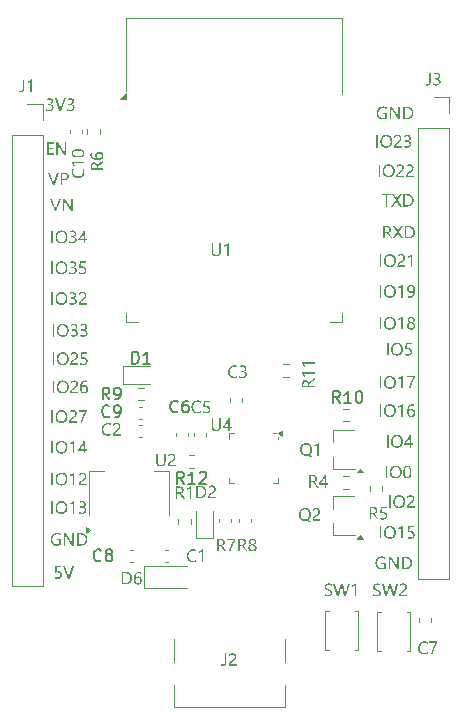
<source format=gbr>
%TF.GenerationSoftware,KiCad,Pcbnew,8.0.1*%
%TF.CreationDate,2024-05-10T21:43:51+08:00*%
%TF.ProjectId,ESP32wroom,45535033-3277-4726-9f6f-6d2e6b696361,rev?*%
%TF.SameCoordinates,Original*%
%TF.FileFunction,Legend,Top*%
%TF.FilePolarity,Positive*%
%FSLAX46Y46*%
G04 Gerber Fmt 4.6, Leading zero omitted, Abs format (unit mm)*
G04 Created by KiCad (PCBNEW 8.0.1) date 2024-05-10 21:43:51*
%MOMM*%
%LPD*%
G01*
G04 APERTURE LIST*
%ADD10C,0.150000*%
%ADD11C,0.120000*%
G04 APERTURE END LIST*
D10*
G36*
X171198185Y-79738513D02*
G01*
X171240122Y-79771051D01*
X171284052Y-79796857D01*
X171329973Y-79815930D01*
X171377887Y-79828272D01*
X171427792Y-79833882D01*
X171444870Y-79834256D01*
X171496970Y-79830867D01*
X171548759Y-79818953D01*
X171593321Y-79798461D01*
X171619016Y-79780034D01*
X171652890Y-79742544D01*
X171674218Y-79697850D01*
X171683000Y-79645954D01*
X171683251Y-79634710D01*
X171676191Y-79576238D01*
X171655011Y-79527677D01*
X171619710Y-79489026D01*
X171570289Y-79460286D01*
X171520586Y-79444429D01*
X171461845Y-79434915D01*
X171411859Y-79431942D01*
X171394068Y-79431744D01*
X171305408Y-79431744D01*
X171305408Y-79320369D01*
X171389916Y-79320369D01*
X171449965Y-79317469D01*
X171502008Y-79308768D01*
X171555802Y-79289734D01*
X171597086Y-79261637D01*
X171630113Y-79215956D01*
X171643875Y-79167918D01*
X171646127Y-79134745D01*
X171641344Y-79085350D01*
X171622980Y-79037127D01*
X171584148Y-78996105D01*
X171535942Y-78974002D01*
X171485250Y-78964793D01*
X171450244Y-78963286D01*
X171395121Y-78968263D01*
X171341617Y-78983192D01*
X171296128Y-79004420D01*
X171251878Y-79033268D01*
X171239462Y-79042909D01*
X171239462Y-78915903D01*
X171286773Y-78890779D01*
X171337449Y-78871825D01*
X171391492Y-78859042D01*
X171440493Y-78852997D01*
X171483217Y-78851423D01*
X171532344Y-78853887D01*
X171584884Y-78862992D01*
X171632281Y-78878805D01*
X171680153Y-78905092D01*
X171701570Y-78921521D01*
X171737687Y-78959165D01*
X171763485Y-79001999D01*
X171778964Y-79050023D01*
X171784124Y-79103237D01*
X171780796Y-79152357D01*
X171767277Y-79207306D01*
X171743358Y-79255087D01*
X171709040Y-79295701D01*
X171664323Y-79329147D01*
X171609206Y-79355426D01*
X171571144Y-79367752D01*
X171571144Y-79370439D01*
X171619361Y-79378612D01*
X171668771Y-79394621D01*
X171712105Y-79417744D01*
X171753593Y-79452260D01*
X171785944Y-79493964D01*
X171807707Y-79541038D01*
X171818882Y-79593483D01*
X171820516Y-79624940D01*
X171816875Y-79677021D01*
X171805953Y-79725187D01*
X171784007Y-79776431D01*
X171752151Y-79822346D01*
X171716957Y-79857459D01*
X171675810Y-79887424D01*
X171629854Y-79911189D01*
X171579089Y-79928754D01*
X171523517Y-79940120D01*
X171473533Y-79944856D01*
X171441939Y-79945631D01*
X171387380Y-79943253D01*
X171336907Y-79936117D01*
X171283189Y-79921780D01*
X171235033Y-79900968D01*
X171198185Y-79877976D01*
X171198185Y-79738513D01*
G37*
G36*
X172859769Y-78867055D02*
G01*
X172468736Y-79930000D01*
X172316329Y-79930000D01*
X171933112Y-78867055D01*
X172085519Y-78867055D01*
X172372016Y-79694305D01*
X172385190Y-79741556D01*
X172393265Y-79789316D01*
X172396685Y-79789316D01*
X172406307Y-79738679D01*
X172420865Y-79693084D01*
X172712735Y-78867055D01*
X172859769Y-78867055D01*
G37*
G36*
X172965526Y-79738513D02*
G01*
X173007464Y-79771051D01*
X173051393Y-79796857D01*
X173097314Y-79815930D01*
X173145228Y-79828272D01*
X173195134Y-79833882D01*
X173212212Y-79834256D01*
X173264312Y-79830867D01*
X173316100Y-79818953D01*
X173360663Y-79798461D01*
X173386357Y-79780034D01*
X173420231Y-79742544D01*
X173441559Y-79697850D01*
X173450342Y-79645954D01*
X173450593Y-79634710D01*
X173443533Y-79576238D01*
X173422352Y-79527677D01*
X173387051Y-79489026D01*
X173337630Y-79460286D01*
X173287927Y-79444429D01*
X173229187Y-79434915D01*
X173179201Y-79431942D01*
X173161409Y-79431744D01*
X173072749Y-79431744D01*
X173072749Y-79320369D01*
X173157257Y-79320369D01*
X173217306Y-79317469D01*
X173269349Y-79308768D01*
X173323143Y-79289734D01*
X173364427Y-79261637D01*
X173397455Y-79215956D01*
X173411216Y-79167918D01*
X173413468Y-79134745D01*
X173408685Y-79085350D01*
X173390321Y-79037127D01*
X173351489Y-78996105D01*
X173303284Y-78974002D01*
X173252591Y-78964793D01*
X173217585Y-78963286D01*
X173162462Y-78968263D01*
X173108958Y-78983192D01*
X173063469Y-79004420D01*
X173019219Y-79033268D01*
X173006803Y-79042909D01*
X173006803Y-78915903D01*
X173054114Y-78890779D01*
X173104791Y-78871825D01*
X173158833Y-78859042D01*
X173207834Y-78852997D01*
X173250558Y-78851423D01*
X173299685Y-78853887D01*
X173352225Y-78862992D01*
X173399622Y-78878805D01*
X173447494Y-78905092D01*
X173468911Y-78921521D01*
X173505028Y-78959165D01*
X173530826Y-79001999D01*
X173546305Y-79050023D01*
X173551465Y-79103237D01*
X173548137Y-79152357D01*
X173534618Y-79207306D01*
X173510699Y-79255087D01*
X173476381Y-79295701D01*
X173431664Y-79329147D01*
X173376547Y-79355426D01*
X173338485Y-79367752D01*
X173338485Y-79370439D01*
X173386702Y-79378612D01*
X173436112Y-79394621D01*
X173479446Y-79417744D01*
X173520935Y-79452260D01*
X173553285Y-79493964D01*
X173575048Y-79541038D01*
X173586223Y-79593483D01*
X173587857Y-79624940D01*
X173584216Y-79677021D01*
X173573294Y-79725187D01*
X173551349Y-79776431D01*
X173519492Y-79822346D01*
X173484298Y-79857459D01*
X173443151Y-79887424D01*
X173397195Y-79911189D01*
X173346431Y-79928754D01*
X173290858Y-79940120D01*
X173240874Y-79944856D01*
X173209281Y-79945631D01*
X173154721Y-79943253D01*
X173104249Y-79936117D01*
X173050530Y-79921780D01*
X173002375Y-79900968D01*
X172965526Y-79877976D01*
X172965526Y-79738513D01*
G37*
G36*
X199941800Y-118655017D02*
G01*
X199890957Y-118681122D01*
X199838111Y-118702802D01*
X199783262Y-118720057D01*
X199726408Y-118732888D01*
X199667551Y-118741295D01*
X199606691Y-118745277D01*
X199581786Y-118745631D01*
X199525484Y-118743364D01*
X199471984Y-118736564D01*
X199421284Y-118725229D01*
X199373386Y-118709361D01*
X199328289Y-118688959D01*
X199285993Y-118664023D01*
X199246498Y-118634554D01*
X199209804Y-118600551D01*
X199176717Y-118562697D01*
X199148041Y-118521798D01*
X199123777Y-118477853D01*
X199103925Y-118430863D01*
X199088484Y-118380828D01*
X199077455Y-118327747D01*
X199070838Y-118271621D01*
X199068632Y-118212449D01*
X199071067Y-118152510D01*
X199078371Y-118095304D01*
X199090545Y-118040830D01*
X199107588Y-117989089D01*
X199129502Y-117940080D01*
X199156284Y-117893804D01*
X199187937Y-117850260D01*
X199224459Y-117809448D01*
X199264850Y-117772411D01*
X199307990Y-117740312D01*
X199353877Y-117713152D01*
X199402512Y-117690929D01*
X199453894Y-117673645D01*
X199508025Y-117661300D01*
X199564903Y-117653892D01*
X199624528Y-117651423D01*
X199677121Y-117652854D01*
X199727125Y-117657148D01*
X199783714Y-117666078D01*
X199836576Y-117679129D01*
X199885712Y-117696303D01*
X199916399Y-117710041D01*
X199916399Y-117858541D01*
X199866779Y-117829905D01*
X199813725Y-117807193D01*
X199766890Y-117792792D01*
X199717669Y-117782506D01*
X199666063Y-117776334D01*
X199612072Y-117774277D01*
X199559289Y-117777163D01*
X199509476Y-117785822D01*
X199462632Y-117800252D01*
X199410339Y-117825188D01*
X199362323Y-117858435D01*
X199325575Y-117892491D01*
X199293138Y-117931193D01*
X199266198Y-117973568D01*
X199244757Y-118019616D01*
X199228813Y-118069338D01*
X199218367Y-118122733D01*
X199213419Y-118179801D01*
X199212979Y-118203656D01*
X199215508Y-118263562D01*
X199223092Y-118319175D01*
X199235734Y-118370495D01*
X199253432Y-118417521D01*
X199281344Y-118468286D01*
X199316538Y-118512868D01*
X199358023Y-118550386D01*
X199404626Y-118580141D01*
X199456346Y-118602135D01*
X199513184Y-118616366D01*
X199564459Y-118622295D01*
X199596929Y-118623265D01*
X199648402Y-118621033D01*
X199702964Y-118613015D01*
X199752976Y-118599166D01*
X199798440Y-118579485D01*
X199803803Y-118576615D01*
X199803803Y-118288897D01*
X199572993Y-118288897D01*
X199572993Y-118167264D01*
X199941800Y-118167264D01*
X199941800Y-118655017D01*
G37*
G36*
X201046755Y-118730000D02*
G01*
X200884089Y-118730000D01*
X200348953Y-117907878D01*
X200324090Y-117864716D01*
X200312561Y-117839002D01*
X200308408Y-117839002D01*
X200312265Y-117889162D01*
X200313525Y-117941445D01*
X200313782Y-117987013D01*
X200313782Y-118730000D01*
X200177983Y-118730000D01*
X200177983Y-117667055D01*
X200350174Y-117667055D01*
X200870900Y-118484291D01*
X200897587Y-118526900D01*
X200914863Y-118558053D01*
X200917794Y-118558053D01*
X200912952Y-118505820D01*
X200911154Y-118453227D01*
X200910711Y-118401981D01*
X200910711Y-117667055D01*
X201046755Y-117667055D01*
X201046755Y-118730000D01*
G37*
G36*
X201678924Y-117669253D02*
G01*
X201735550Y-117675847D01*
X201789627Y-117686838D01*
X201841154Y-117702226D01*
X201890133Y-117722009D01*
X201936562Y-117746189D01*
X201980442Y-117774766D01*
X202021772Y-117807739D01*
X202059382Y-117844409D01*
X202091977Y-117884080D01*
X202119557Y-117926750D01*
X202142123Y-117972419D01*
X202159674Y-118021088D01*
X202172210Y-118072757D01*
X202179732Y-118127426D01*
X202182240Y-118185094D01*
X202179732Y-118245353D01*
X202172210Y-118302544D01*
X202159674Y-118356667D01*
X202142123Y-118407721D01*
X202119557Y-118455707D01*
X202091977Y-118500625D01*
X202059382Y-118542474D01*
X202021772Y-118581256D01*
X201980270Y-118616117D01*
X201935875Y-118646331D01*
X201888587Y-118671896D01*
X201838407Y-118692814D01*
X201785333Y-118709082D01*
X201729368Y-118720703D01*
X201670509Y-118727675D01*
X201608757Y-118730000D01*
X201316154Y-118730000D01*
X201316154Y-117789420D01*
X201453419Y-117789420D01*
X201453419Y-118608367D01*
X201608025Y-118608367D01*
X201657255Y-118606642D01*
X201714886Y-118599634D01*
X201768175Y-118587236D01*
X201817124Y-118569447D01*
X201861732Y-118546268D01*
X201901999Y-118517698D01*
X201924075Y-118497969D01*
X201956864Y-118461305D01*
X201984096Y-118420312D01*
X202005770Y-118374990D01*
X202021886Y-118325339D01*
X202032446Y-118271358D01*
X202037447Y-118213049D01*
X202037892Y-118188513D01*
X202035042Y-118128793D01*
X202026491Y-118073891D01*
X202012239Y-118023807D01*
X201992287Y-117978541D01*
X201960820Y-117930581D01*
X201921144Y-117889560D01*
X201874779Y-117855528D01*
X201823245Y-117828537D01*
X201776351Y-117811424D01*
X201725867Y-117799200D01*
X201671794Y-117791865D01*
X201614131Y-117789420D01*
X201453419Y-117789420D01*
X201316154Y-117789420D01*
X201316154Y-117667055D01*
X201619748Y-117667055D01*
X201678924Y-117669253D01*
G37*
G36*
X199574773Y-104767055D02*
G01*
X199574773Y-105830000D01*
X199437508Y-105830000D01*
X199437508Y-104767055D01*
X199574773Y-104767055D01*
G37*
G36*
X200351392Y-104753740D02*
G01*
X200402832Y-104760689D01*
X200451563Y-104772272D01*
X200508665Y-104793265D01*
X200561534Y-104821497D01*
X200610169Y-104856968D01*
X200646029Y-104890557D01*
X200654570Y-104899678D01*
X200686284Y-104938143D01*
X200713769Y-104979409D01*
X200737025Y-105023475D01*
X200756053Y-105070343D01*
X200770853Y-105120012D01*
X200781424Y-105172482D01*
X200787767Y-105227754D01*
X200789881Y-105285826D01*
X200787713Y-105348582D01*
X200781210Y-105408009D01*
X200770372Y-105464108D01*
X200755198Y-105516880D01*
X200735689Y-105566324D01*
X200711845Y-105612440D01*
X200683666Y-105655228D01*
X200651151Y-105694689D01*
X200615007Y-105730066D01*
X200575939Y-105760726D01*
X200533949Y-105786669D01*
X200489035Y-105807896D01*
X200441197Y-105824405D01*
X200390437Y-105836197D01*
X200336753Y-105843273D01*
X200280146Y-105845631D01*
X200224886Y-105843315D01*
X200172435Y-105836365D01*
X200122793Y-105824783D01*
X200075959Y-105808567D01*
X200021367Y-105781783D01*
X199971164Y-105747759D01*
X199934161Y-105715328D01*
X199916713Y-105697376D01*
X199884656Y-105658911D01*
X199856873Y-105617646D01*
X199833365Y-105573579D01*
X199814131Y-105526711D01*
X199799171Y-105477042D01*
X199788485Y-105424572D01*
X199782074Y-105369300D01*
X199779937Y-105311228D01*
X199780320Y-105300237D01*
X199924284Y-105300237D01*
X199926687Y-105358298D01*
X199933897Y-105412650D01*
X199945912Y-105463294D01*
X199962733Y-105510228D01*
X199989263Y-105561654D01*
X200022714Y-105607739D01*
X200061829Y-105647000D01*
X200105169Y-105678138D01*
X200152733Y-105701153D01*
X200204522Y-105716045D01*
X200260536Y-105722814D01*
X200280146Y-105723265D01*
X200331562Y-105720558D01*
X200388555Y-105710163D01*
X200440413Y-105691970D01*
X200487135Y-105665981D01*
X200528723Y-105632196D01*
X200547592Y-105612379D01*
X200580628Y-105567688D01*
X200606828Y-105516781D01*
X200623441Y-105469609D01*
X200635308Y-105418120D01*
X200642427Y-105362314D01*
X200644801Y-105302191D01*
X200643312Y-105252483D01*
X200637266Y-105194460D01*
X200626568Y-105141005D01*
X200611220Y-105092117D01*
X200586662Y-105039481D01*
X200555406Y-104993422D01*
X200549546Y-104986385D01*
X200511435Y-104948535D01*
X200468362Y-104918516D01*
X200420325Y-104896328D01*
X200367325Y-104881971D01*
X200309363Y-104875445D01*
X200288939Y-104875010D01*
X200239608Y-104877878D01*
X200184379Y-104888892D01*
X200133477Y-104908166D01*
X200086903Y-104935701D01*
X200044657Y-104971496D01*
X200025157Y-104992491D01*
X199990876Y-105039030D01*
X199963687Y-105090722D01*
X199946449Y-105137734D01*
X199934135Y-105188324D01*
X199926747Y-105242491D01*
X199924284Y-105300237D01*
X199780320Y-105300237D01*
X199782116Y-105248751D01*
X199788653Y-105189549D01*
X199799549Y-105133621D01*
X199814802Y-105080968D01*
X199834414Y-105031589D01*
X199858384Y-104985484D01*
X199886713Y-104942654D01*
X199919399Y-104903098D01*
X199955811Y-104867549D01*
X199995313Y-104836740D01*
X200037907Y-104810671D01*
X200083592Y-104789342D01*
X200132368Y-104772752D01*
X200184235Y-104760903D01*
X200239193Y-104753793D01*
X200297243Y-104751423D01*
X200351392Y-104753740D01*
G37*
G36*
X201242951Y-105830000D02*
G01*
X201242951Y-104929476D01*
X201203807Y-104960853D01*
X201158658Y-104988273D01*
X201136217Y-105000307D01*
X201090298Y-105022465D01*
X201042321Y-105041605D01*
X200996999Y-105055261D01*
X200996999Y-104923370D01*
X201045462Y-104907978D01*
X201095780Y-104888182D01*
X201142064Y-104866887D01*
X201177739Y-104848632D01*
X201223061Y-104823230D01*
X201267370Y-104795530D01*
X201308309Y-104765839D01*
X201325505Y-104751423D01*
X201376308Y-104751423D01*
X201376308Y-105830000D01*
X201242951Y-105830000D01*
G37*
G36*
X202247156Y-104753713D02*
G01*
X202300170Y-104761763D01*
X202350011Y-104777505D01*
X202371353Y-104788060D01*
X202371353Y-104911646D01*
X202324024Y-104888269D01*
X202275457Y-104872543D01*
X202225655Y-104864467D01*
X202197452Y-104863286D01*
X202147610Y-104867442D01*
X202094278Y-104882796D01*
X202046136Y-104909463D01*
X202009002Y-104941326D01*
X201975680Y-104981500D01*
X201947158Y-105028787D01*
X201924423Y-105082170D01*
X201909899Y-105131313D01*
X201899393Y-105184690D01*
X201892907Y-105242300D01*
X201890611Y-105291437D01*
X201890439Y-105304145D01*
X201893859Y-105304145D01*
X201919708Y-105261997D01*
X201956505Y-105220850D01*
X201999604Y-105189990D01*
X202049006Y-105169416D01*
X202104710Y-105159129D01*
X202134926Y-105157843D01*
X202184800Y-105161020D01*
X202238017Y-105172758D01*
X202285880Y-105193144D01*
X202328390Y-105222179D01*
X202355478Y-105248213D01*
X202387645Y-105290495D01*
X202411911Y-105338480D01*
X202428277Y-105392168D01*
X202436016Y-105442727D01*
X202438032Y-105488060D01*
X202434683Y-105544720D01*
X202424636Y-105597465D01*
X202407892Y-105646295D01*
X202384451Y-105691209D01*
X202354312Y-105732207D01*
X202342777Y-105745003D01*
X202305293Y-105779201D01*
X202264100Y-105806323D01*
X202219198Y-105826370D01*
X202170586Y-105839342D01*
X202118264Y-105845238D01*
X202100000Y-105845631D01*
X202051089Y-105842554D01*
X201996867Y-105830739D01*
X201947522Y-105810062D01*
X201903055Y-105780524D01*
X201863465Y-105742125D01*
X201845498Y-105719602D01*
X201818901Y-105677571D01*
X201796812Y-105630401D01*
X201779231Y-105578090D01*
X201766158Y-105520639D01*
X201760007Y-105478290D01*
X201898743Y-105478290D01*
X201902239Y-105529153D01*
X201914529Y-105581850D01*
X201935667Y-105629755D01*
X201954675Y-105659030D01*
X201989054Y-105695394D01*
X202034096Y-105721841D01*
X202086341Y-105733595D01*
X202103419Y-105734256D01*
X202155154Y-105727936D01*
X202200448Y-105708973D01*
X202239303Y-105677370D01*
X202246301Y-105669532D01*
X202275281Y-105625301D01*
X202292186Y-105579294D01*
X202300397Y-105527413D01*
X202301256Y-105502470D01*
X202298004Y-105450339D01*
X202286573Y-105399028D01*
X202264219Y-105351123D01*
X202249232Y-105330767D01*
X202212600Y-105298310D01*
X202167430Y-105277873D01*
X202113720Y-105269458D01*
X202101953Y-105269218D01*
X202048659Y-105275276D01*
X202002043Y-105293451D01*
X201962105Y-105323743D01*
X201954919Y-105331256D01*
X201925295Y-105372271D01*
X201906643Y-105417771D01*
X201898963Y-105467755D01*
X201898743Y-105478290D01*
X201760007Y-105478290D01*
X201758945Y-105470978D01*
X201754617Y-105418027D01*
X201753175Y-105361786D01*
X201754239Y-105310270D01*
X201757434Y-105260775D01*
X201765005Y-105197929D01*
X201776362Y-105138677D01*
X201791506Y-105083020D01*
X201810434Y-105030958D01*
X201833149Y-104982491D01*
X201859649Y-104937619D01*
X201874319Y-104916531D01*
X201905861Y-104877834D01*
X201948647Y-104836718D01*
X201995167Y-104803664D01*
X202045419Y-104778672D01*
X202099404Y-104761742D01*
X202157122Y-104752874D01*
X202193545Y-104751423D01*
X202247156Y-104753713D01*
G37*
G36*
X200374773Y-112467055D02*
G01*
X200374773Y-113530000D01*
X200237508Y-113530000D01*
X200237508Y-112467055D01*
X200374773Y-112467055D01*
G37*
G36*
X201151392Y-112453740D02*
G01*
X201202832Y-112460689D01*
X201251563Y-112472272D01*
X201308665Y-112493265D01*
X201361534Y-112521497D01*
X201410169Y-112556968D01*
X201446029Y-112590557D01*
X201454570Y-112599678D01*
X201486284Y-112638143D01*
X201513769Y-112679409D01*
X201537025Y-112723475D01*
X201556053Y-112770343D01*
X201570853Y-112820012D01*
X201581424Y-112872482D01*
X201587767Y-112927754D01*
X201589881Y-112985826D01*
X201587713Y-113048582D01*
X201581210Y-113108009D01*
X201570372Y-113164108D01*
X201555198Y-113216880D01*
X201535689Y-113266324D01*
X201511845Y-113312440D01*
X201483666Y-113355228D01*
X201451151Y-113394689D01*
X201415007Y-113430066D01*
X201375939Y-113460726D01*
X201333949Y-113486669D01*
X201289035Y-113507896D01*
X201241197Y-113524405D01*
X201190437Y-113536197D01*
X201136753Y-113543273D01*
X201080146Y-113545631D01*
X201024886Y-113543315D01*
X200972435Y-113536365D01*
X200922793Y-113524783D01*
X200875959Y-113508567D01*
X200821367Y-113481783D01*
X200771164Y-113447759D01*
X200734161Y-113415328D01*
X200716713Y-113397376D01*
X200684656Y-113358911D01*
X200656873Y-113317646D01*
X200633365Y-113273579D01*
X200614131Y-113226711D01*
X200599171Y-113177042D01*
X200588485Y-113124572D01*
X200582074Y-113069300D01*
X200579937Y-113011228D01*
X200580320Y-113000237D01*
X200724284Y-113000237D01*
X200726687Y-113058298D01*
X200733897Y-113112650D01*
X200745912Y-113163294D01*
X200762733Y-113210228D01*
X200789263Y-113261654D01*
X200822714Y-113307739D01*
X200861829Y-113347000D01*
X200905169Y-113378138D01*
X200952733Y-113401153D01*
X201004522Y-113416045D01*
X201060536Y-113422814D01*
X201080146Y-113423265D01*
X201131562Y-113420558D01*
X201188555Y-113410163D01*
X201240413Y-113391970D01*
X201287135Y-113365981D01*
X201328723Y-113332196D01*
X201347592Y-113312379D01*
X201380628Y-113267688D01*
X201406828Y-113216781D01*
X201423441Y-113169609D01*
X201435308Y-113118120D01*
X201442427Y-113062314D01*
X201444801Y-113002191D01*
X201443312Y-112952483D01*
X201437266Y-112894460D01*
X201426568Y-112841005D01*
X201411220Y-112792117D01*
X201386662Y-112739481D01*
X201355406Y-112693422D01*
X201349546Y-112686385D01*
X201311435Y-112648535D01*
X201268362Y-112618516D01*
X201220325Y-112596328D01*
X201167325Y-112581971D01*
X201109363Y-112575445D01*
X201088939Y-112575010D01*
X201039608Y-112577878D01*
X200984379Y-112588892D01*
X200933477Y-112608166D01*
X200886903Y-112635701D01*
X200844657Y-112671496D01*
X200825157Y-112692491D01*
X200790876Y-112739030D01*
X200763687Y-112790722D01*
X200746449Y-112837734D01*
X200734135Y-112888324D01*
X200726747Y-112942491D01*
X200724284Y-113000237D01*
X200580320Y-113000237D01*
X200582116Y-112948751D01*
X200588653Y-112889549D01*
X200599549Y-112833621D01*
X200614802Y-112780968D01*
X200634414Y-112731589D01*
X200658384Y-112685484D01*
X200686713Y-112642654D01*
X200719399Y-112603098D01*
X200755811Y-112567549D01*
X200795313Y-112536740D01*
X200837907Y-112510671D01*
X200883592Y-112489342D01*
X200932368Y-112472752D01*
X200984235Y-112460903D01*
X201039193Y-112453793D01*
X201097243Y-112451423D01*
X201151392Y-112453740D01*
G37*
G36*
X202237369Y-112747201D02*
G01*
X202232074Y-112697351D01*
X202214017Y-112650780D01*
X202183147Y-112612868D01*
X202141223Y-112585056D01*
X202090005Y-112568789D01*
X202041188Y-112564067D01*
X202035380Y-112564019D01*
X201985715Y-112568759D01*
X201935637Y-112582978D01*
X201902023Y-112597725D01*
X201856885Y-112624164D01*
X201817654Y-112654160D01*
X201780139Y-112689832D01*
X201776482Y-112693712D01*
X201776482Y-112563286D01*
X201814062Y-112529010D01*
X201854931Y-112500737D01*
X201894940Y-112480244D01*
X201943298Y-112463835D01*
X201991917Y-112454829D01*
X202044973Y-112451451D01*
X202050523Y-112451423D01*
X202102670Y-112454136D01*
X202150849Y-112462277D01*
X202202045Y-112478632D01*
X202247842Y-112502374D01*
X202282798Y-112528604D01*
X202317059Y-112564870D01*
X202342904Y-112606348D01*
X202360335Y-112653040D01*
X202369351Y-112704943D01*
X202370725Y-112736943D01*
X202368142Y-112786631D01*
X202358865Y-112839754D01*
X202342840Y-112888969D01*
X202320068Y-112934276D01*
X202316748Y-112939665D01*
X202284981Y-112982667D01*
X202249346Y-113020719D01*
X202212978Y-113053652D01*
X202171236Y-113086876D01*
X202132344Y-113114787D01*
X202085435Y-113147396D01*
X202044726Y-113176347D01*
X202005067Y-113205501D01*
X201966477Y-113235668D01*
X201953803Y-113246434D01*
X201917628Y-113282830D01*
X201891032Y-113322393D01*
X201876145Y-113370916D01*
X201873203Y-113410565D01*
X202402233Y-113410565D01*
X202402233Y-113530000D01*
X201733251Y-113530000D01*
X201733251Y-113477243D01*
X201735222Y-113427788D01*
X201742034Y-113378005D01*
X201755147Y-113329524D01*
X201758164Y-113321416D01*
X201781600Y-113273903D01*
X201811109Y-113231195D01*
X201840963Y-113196852D01*
X201878604Y-113160848D01*
X201920595Y-113125601D01*
X201963924Y-113092255D01*
X202005955Y-113061813D01*
X202020969Y-113051284D01*
X202065073Y-113019167D01*
X202103596Y-112988578D01*
X202141485Y-112954823D01*
X202175484Y-112918793D01*
X202191695Y-112897655D01*
X202215781Y-112854521D01*
X202230946Y-112807857D01*
X202237190Y-112757664D01*
X202237369Y-112747201D01*
G37*
G36*
X172286429Y-85149341D02*
G01*
X171895396Y-86212286D01*
X171742989Y-86212286D01*
X171359772Y-85149341D01*
X171512179Y-85149341D01*
X171798676Y-85976591D01*
X171811850Y-86023842D01*
X171819925Y-86071602D01*
X171823345Y-86071602D01*
X171832967Y-86020965D01*
X171847525Y-85975370D01*
X172139395Y-85149341D01*
X172286429Y-85149341D01*
G37*
G36*
X172785634Y-85151374D02*
G01*
X172843038Y-85159182D01*
X172894999Y-85172846D01*
X172941516Y-85192367D01*
X172988905Y-85222542D01*
X173001084Y-85232627D01*
X173038200Y-85272502D01*
X173066199Y-85319248D01*
X173085083Y-85372866D01*
X173094013Y-85424295D01*
X173096339Y-85471008D01*
X173092423Y-85527806D01*
X173080676Y-85580414D01*
X173061099Y-85628831D01*
X173033690Y-85673058D01*
X172998451Y-85713095D01*
X172984964Y-85725510D01*
X172941324Y-85758356D01*
X172893751Y-85783990D01*
X172842245Y-85802412D01*
X172786807Y-85813620D01*
X172737604Y-85817451D01*
X172706771Y-85817345D01*
X172568774Y-85817345D01*
X172568774Y-86212286D01*
X172431509Y-86212286D01*
X172431509Y-85270241D01*
X172568774Y-85270241D01*
X172568774Y-85696445D01*
X172695780Y-85696445D01*
X172747913Y-85693721D01*
X172800394Y-85683940D01*
X172850386Y-85664434D01*
X172886778Y-85639536D01*
X172921168Y-85599150D01*
X172941228Y-85554564D01*
X172950972Y-85502172D01*
X172951991Y-85476382D01*
X172946058Y-85416995D01*
X172928258Y-85367675D01*
X172898593Y-85328419D01*
X172857061Y-85299229D01*
X172803662Y-85280105D01*
X172752400Y-85272053D01*
X172708969Y-85270241D01*
X172568774Y-85270241D01*
X172431509Y-85270241D01*
X172431509Y-85149341D01*
X172733638Y-85149341D01*
X172785634Y-85151374D01*
G37*
G36*
X199474773Y-84467055D02*
G01*
X199474773Y-85530000D01*
X199337508Y-85530000D01*
X199337508Y-84467055D01*
X199474773Y-84467055D01*
G37*
G36*
X200251392Y-84453740D02*
G01*
X200302832Y-84460689D01*
X200351563Y-84472272D01*
X200408665Y-84493265D01*
X200461534Y-84521497D01*
X200510169Y-84556968D01*
X200546029Y-84590557D01*
X200554570Y-84599678D01*
X200586284Y-84638143D01*
X200613769Y-84679409D01*
X200637025Y-84723475D01*
X200656053Y-84770343D01*
X200670853Y-84820012D01*
X200681424Y-84872482D01*
X200687767Y-84927754D01*
X200689881Y-84985826D01*
X200687713Y-85048582D01*
X200681210Y-85108009D01*
X200670372Y-85164108D01*
X200655198Y-85216880D01*
X200635689Y-85266324D01*
X200611845Y-85312440D01*
X200583666Y-85355228D01*
X200551151Y-85394689D01*
X200515007Y-85430066D01*
X200475939Y-85460726D01*
X200433949Y-85486669D01*
X200389035Y-85507896D01*
X200341197Y-85524405D01*
X200290437Y-85536197D01*
X200236753Y-85543273D01*
X200180146Y-85545631D01*
X200124886Y-85543315D01*
X200072435Y-85536365D01*
X200022793Y-85524783D01*
X199975959Y-85508567D01*
X199921367Y-85481783D01*
X199871164Y-85447759D01*
X199834161Y-85415328D01*
X199816713Y-85397376D01*
X199784656Y-85358911D01*
X199756873Y-85317646D01*
X199733365Y-85273579D01*
X199714131Y-85226711D01*
X199699171Y-85177042D01*
X199688485Y-85124572D01*
X199682074Y-85069300D01*
X199679937Y-85011228D01*
X199680320Y-85000237D01*
X199824284Y-85000237D01*
X199826687Y-85058298D01*
X199833897Y-85112650D01*
X199845912Y-85163294D01*
X199862733Y-85210228D01*
X199889263Y-85261654D01*
X199922714Y-85307739D01*
X199961829Y-85347000D01*
X200005169Y-85378138D01*
X200052733Y-85401153D01*
X200104522Y-85416045D01*
X200160536Y-85422814D01*
X200180146Y-85423265D01*
X200231562Y-85420558D01*
X200288555Y-85410163D01*
X200340413Y-85391970D01*
X200387135Y-85365981D01*
X200428723Y-85332196D01*
X200447592Y-85312379D01*
X200480628Y-85267688D01*
X200506828Y-85216781D01*
X200523441Y-85169609D01*
X200535308Y-85118120D01*
X200542427Y-85062314D01*
X200544801Y-85002191D01*
X200543312Y-84952483D01*
X200537266Y-84894460D01*
X200526568Y-84841005D01*
X200511220Y-84792117D01*
X200486662Y-84739481D01*
X200455406Y-84693422D01*
X200449546Y-84686385D01*
X200411435Y-84648535D01*
X200368362Y-84618516D01*
X200320325Y-84596328D01*
X200267325Y-84581971D01*
X200209363Y-84575445D01*
X200188939Y-84575010D01*
X200139608Y-84577878D01*
X200084379Y-84588892D01*
X200033477Y-84608166D01*
X199986903Y-84635701D01*
X199944657Y-84671496D01*
X199925157Y-84692491D01*
X199890876Y-84739030D01*
X199863687Y-84790722D01*
X199846449Y-84837734D01*
X199834135Y-84888324D01*
X199826747Y-84942491D01*
X199824284Y-85000237D01*
X199680320Y-85000237D01*
X199682116Y-84948751D01*
X199688653Y-84889549D01*
X199699549Y-84833621D01*
X199714802Y-84780968D01*
X199734414Y-84731589D01*
X199758384Y-84685484D01*
X199786713Y-84642654D01*
X199819399Y-84603098D01*
X199855811Y-84567549D01*
X199895313Y-84536740D01*
X199937907Y-84510671D01*
X199983592Y-84489342D01*
X200032368Y-84472752D01*
X200084235Y-84460903D01*
X200139193Y-84453793D01*
X200197243Y-84451423D01*
X200251392Y-84453740D01*
G37*
G36*
X201337369Y-84747201D02*
G01*
X201332074Y-84697351D01*
X201314017Y-84650780D01*
X201283147Y-84612868D01*
X201241223Y-84585056D01*
X201190005Y-84568789D01*
X201141188Y-84564067D01*
X201135380Y-84564019D01*
X201085715Y-84568759D01*
X201035637Y-84582978D01*
X201002023Y-84597725D01*
X200956885Y-84624164D01*
X200917654Y-84654160D01*
X200880139Y-84689832D01*
X200876482Y-84693712D01*
X200876482Y-84563286D01*
X200914062Y-84529010D01*
X200954931Y-84500737D01*
X200994940Y-84480244D01*
X201043298Y-84463835D01*
X201091917Y-84454829D01*
X201144973Y-84451451D01*
X201150523Y-84451423D01*
X201202670Y-84454136D01*
X201250849Y-84462277D01*
X201302045Y-84478632D01*
X201347842Y-84502374D01*
X201382798Y-84528604D01*
X201417059Y-84564870D01*
X201442904Y-84606348D01*
X201460335Y-84653040D01*
X201469351Y-84704943D01*
X201470725Y-84736943D01*
X201468142Y-84786631D01*
X201458865Y-84839754D01*
X201442840Y-84888969D01*
X201420068Y-84934276D01*
X201416748Y-84939665D01*
X201384981Y-84982667D01*
X201349346Y-85020719D01*
X201312978Y-85053652D01*
X201271236Y-85086876D01*
X201232344Y-85114787D01*
X201185435Y-85147396D01*
X201144726Y-85176347D01*
X201105067Y-85205501D01*
X201066477Y-85235668D01*
X201053803Y-85246434D01*
X201017628Y-85282830D01*
X200991032Y-85322393D01*
X200976145Y-85370916D01*
X200973203Y-85410565D01*
X201502233Y-85410565D01*
X201502233Y-85530000D01*
X200833251Y-85530000D01*
X200833251Y-85477243D01*
X200835222Y-85427788D01*
X200842034Y-85378005D01*
X200855147Y-85329524D01*
X200858164Y-85321416D01*
X200881600Y-85273903D01*
X200911109Y-85231195D01*
X200940963Y-85196852D01*
X200978604Y-85160848D01*
X201020595Y-85125601D01*
X201063924Y-85092255D01*
X201105955Y-85061813D01*
X201120969Y-85051284D01*
X201165073Y-85019167D01*
X201203596Y-84988578D01*
X201241485Y-84954823D01*
X201275484Y-84918793D01*
X201291695Y-84897655D01*
X201315781Y-84854521D01*
X201330946Y-84807857D01*
X201337190Y-84757664D01*
X201337369Y-84747201D01*
G37*
G36*
X202158025Y-84747201D02*
G01*
X202152730Y-84697351D01*
X202134673Y-84650780D01*
X202103803Y-84612868D01*
X202061879Y-84585056D01*
X202010661Y-84568789D01*
X201961844Y-84564067D01*
X201956036Y-84564019D01*
X201906371Y-84568759D01*
X201856293Y-84582978D01*
X201822679Y-84597725D01*
X201777541Y-84624164D01*
X201738310Y-84654160D01*
X201700795Y-84689832D01*
X201697138Y-84693712D01*
X201697138Y-84563286D01*
X201734718Y-84529010D01*
X201775587Y-84500737D01*
X201815596Y-84480244D01*
X201863954Y-84463835D01*
X201912573Y-84454829D01*
X201965629Y-84451451D01*
X201971179Y-84451423D01*
X202023326Y-84454136D01*
X202071505Y-84462277D01*
X202122701Y-84478632D01*
X202168497Y-84502374D01*
X202203454Y-84528604D01*
X202237715Y-84564870D01*
X202263560Y-84606348D01*
X202280991Y-84653040D01*
X202290007Y-84704943D01*
X202291381Y-84736943D01*
X202288798Y-84786631D01*
X202279521Y-84839754D01*
X202263496Y-84888969D01*
X202240724Y-84934276D01*
X202237404Y-84939665D01*
X202205637Y-84982667D01*
X202170002Y-85020719D01*
X202133634Y-85053652D01*
X202091892Y-85086876D01*
X202053000Y-85114787D01*
X202006091Y-85147396D01*
X201965382Y-85176347D01*
X201925723Y-85205501D01*
X201887133Y-85235668D01*
X201874459Y-85246434D01*
X201838284Y-85282830D01*
X201811688Y-85322393D01*
X201796801Y-85370916D01*
X201793859Y-85410565D01*
X202322889Y-85410565D01*
X202322889Y-85530000D01*
X201653907Y-85530000D01*
X201653907Y-85477243D01*
X201655878Y-85427788D01*
X201662690Y-85378005D01*
X201675803Y-85329524D01*
X201678820Y-85321416D01*
X201702256Y-85273903D01*
X201731765Y-85231195D01*
X201761618Y-85196852D01*
X201799260Y-85160848D01*
X201841251Y-85125601D01*
X201884579Y-85092255D01*
X201926611Y-85061813D01*
X201941625Y-85051284D01*
X201985729Y-85019167D01*
X202024252Y-84988578D01*
X202062141Y-84954823D01*
X202096140Y-84918793D01*
X202112351Y-84897655D01*
X202136437Y-84854521D01*
X202151602Y-84807857D01*
X202157846Y-84757664D01*
X202158025Y-84747201D01*
G37*
G36*
X199274773Y-81967055D02*
G01*
X199274773Y-83030000D01*
X199137508Y-83030000D01*
X199137508Y-81967055D01*
X199274773Y-81967055D01*
G37*
G36*
X200051392Y-81953740D02*
G01*
X200102832Y-81960689D01*
X200151563Y-81972272D01*
X200208665Y-81993265D01*
X200261534Y-82021497D01*
X200310169Y-82056968D01*
X200346029Y-82090557D01*
X200354570Y-82099678D01*
X200386284Y-82138143D01*
X200413769Y-82179409D01*
X200437025Y-82223475D01*
X200456053Y-82270343D01*
X200470853Y-82320012D01*
X200481424Y-82372482D01*
X200487767Y-82427754D01*
X200489881Y-82485826D01*
X200487713Y-82548582D01*
X200481210Y-82608009D01*
X200470372Y-82664108D01*
X200455198Y-82716880D01*
X200435689Y-82766324D01*
X200411845Y-82812440D01*
X200383666Y-82855228D01*
X200351151Y-82894689D01*
X200315007Y-82930066D01*
X200275939Y-82960726D01*
X200233949Y-82986669D01*
X200189035Y-83007896D01*
X200141197Y-83024405D01*
X200090437Y-83036197D01*
X200036753Y-83043273D01*
X199980146Y-83045631D01*
X199924886Y-83043315D01*
X199872435Y-83036365D01*
X199822793Y-83024783D01*
X199775959Y-83008567D01*
X199721367Y-82981783D01*
X199671164Y-82947759D01*
X199634161Y-82915328D01*
X199616713Y-82897376D01*
X199584656Y-82858911D01*
X199556873Y-82817646D01*
X199533365Y-82773579D01*
X199514131Y-82726711D01*
X199499171Y-82677042D01*
X199488485Y-82624572D01*
X199482074Y-82569300D01*
X199479937Y-82511228D01*
X199480320Y-82500237D01*
X199624284Y-82500237D01*
X199626687Y-82558298D01*
X199633897Y-82612650D01*
X199645912Y-82663294D01*
X199662733Y-82710228D01*
X199689263Y-82761654D01*
X199722714Y-82807739D01*
X199761829Y-82847000D01*
X199805169Y-82878138D01*
X199852733Y-82901153D01*
X199904522Y-82916045D01*
X199960536Y-82922814D01*
X199980146Y-82923265D01*
X200031562Y-82920558D01*
X200088555Y-82910163D01*
X200140413Y-82891970D01*
X200187135Y-82865981D01*
X200228723Y-82832196D01*
X200247592Y-82812379D01*
X200280628Y-82767688D01*
X200306828Y-82716781D01*
X200323441Y-82669609D01*
X200335308Y-82618120D01*
X200342427Y-82562314D01*
X200344801Y-82502191D01*
X200343312Y-82452483D01*
X200337266Y-82394460D01*
X200326568Y-82341005D01*
X200311220Y-82292117D01*
X200286662Y-82239481D01*
X200255406Y-82193422D01*
X200249546Y-82186385D01*
X200211435Y-82148535D01*
X200168362Y-82118516D01*
X200120325Y-82096328D01*
X200067325Y-82081971D01*
X200009363Y-82075445D01*
X199988939Y-82075010D01*
X199939608Y-82077878D01*
X199884379Y-82088892D01*
X199833477Y-82108166D01*
X199786903Y-82135701D01*
X199744657Y-82171496D01*
X199725157Y-82192491D01*
X199690876Y-82239030D01*
X199663687Y-82290722D01*
X199646449Y-82337734D01*
X199634135Y-82388324D01*
X199626747Y-82442491D01*
X199624284Y-82500237D01*
X199480320Y-82500237D01*
X199482116Y-82448751D01*
X199488653Y-82389549D01*
X199499549Y-82333621D01*
X199514802Y-82280968D01*
X199534414Y-82231589D01*
X199558384Y-82185484D01*
X199586713Y-82142654D01*
X199619399Y-82103098D01*
X199655811Y-82067549D01*
X199695313Y-82036740D01*
X199737907Y-82010671D01*
X199783592Y-81989342D01*
X199832368Y-81972752D01*
X199884235Y-81960903D01*
X199939193Y-81953793D01*
X199997243Y-81951423D01*
X200051392Y-81953740D01*
G37*
G36*
X201137369Y-82247201D02*
G01*
X201132074Y-82197351D01*
X201114017Y-82150780D01*
X201083147Y-82112868D01*
X201041223Y-82085056D01*
X200990005Y-82068789D01*
X200941188Y-82064067D01*
X200935380Y-82064019D01*
X200885715Y-82068759D01*
X200835637Y-82082978D01*
X200802023Y-82097725D01*
X200756885Y-82124164D01*
X200717654Y-82154160D01*
X200680139Y-82189832D01*
X200676482Y-82193712D01*
X200676482Y-82063286D01*
X200714062Y-82029010D01*
X200754931Y-82000737D01*
X200794940Y-81980244D01*
X200843298Y-81963835D01*
X200891917Y-81954829D01*
X200944973Y-81951451D01*
X200950523Y-81951423D01*
X201002670Y-81954136D01*
X201050849Y-81962277D01*
X201102045Y-81978632D01*
X201147842Y-82002374D01*
X201182798Y-82028604D01*
X201217059Y-82064870D01*
X201242904Y-82106348D01*
X201260335Y-82153040D01*
X201269351Y-82204943D01*
X201270725Y-82236943D01*
X201268142Y-82286631D01*
X201258865Y-82339754D01*
X201242840Y-82388969D01*
X201220068Y-82434276D01*
X201216748Y-82439665D01*
X201184981Y-82482667D01*
X201149346Y-82520719D01*
X201112978Y-82553652D01*
X201071236Y-82586876D01*
X201032344Y-82614787D01*
X200985435Y-82647396D01*
X200944726Y-82676347D01*
X200905067Y-82705501D01*
X200866477Y-82735668D01*
X200853803Y-82746434D01*
X200817628Y-82782830D01*
X200791032Y-82822393D01*
X200776145Y-82870916D01*
X200773203Y-82910565D01*
X201302233Y-82910565D01*
X201302233Y-83030000D01*
X200633251Y-83030000D01*
X200633251Y-82977243D01*
X200635222Y-82927788D01*
X200642034Y-82878005D01*
X200655147Y-82829524D01*
X200658164Y-82821416D01*
X200681600Y-82773903D01*
X200711109Y-82731195D01*
X200740963Y-82696852D01*
X200778604Y-82660848D01*
X200820595Y-82625601D01*
X200863924Y-82592255D01*
X200905955Y-82561813D01*
X200920969Y-82551284D01*
X200965073Y-82519167D01*
X201003596Y-82488578D01*
X201041485Y-82454823D01*
X201075484Y-82418793D01*
X201091695Y-82397655D01*
X201115781Y-82354521D01*
X201130946Y-82307857D01*
X201137190Y-82257664D01*
X201137369Y-82247201D01*
G37*
G36*
X201470272Y-82838513D02*
G01*
X201512209Y-82871051D01*
X201556138Y-82896857D01*
X201602060Y-82915930D01*
X201649973Y-82928272D01*
X201699879Y-82933882D01*
X201716957Y-82934256D01*
X201769057Y-82930867D01*
X201820845Y-82918953D01*
X201865408Y-82898461D01*
X201891102Y-82880034D01*
X201924976Y-82842544D01*
X201946305Y-82797850D01*
X201955087Y-82745954D01*
X201955338Y-82734710D01*
X201948278Y-82676238D01*
X201927097Y-82627677D01*
X201891797Y-82589026D01*
X201842376Y-82560286D01*
X201792672Y-82544429D01*
X201733932Y-82534915D01*
X201683946Y-82531942D01*
X201666154Y-82531744D01*
X201577494Y-82531744D01*
X201577494Y-82420369D01*
X201662002Y-82420369D01*
X201722052Y-82417469D01*
X201774094Y-82408768D01*
X201827889Y-82389734D01*
X201869173Y-82361637D01*
X201902200Y-82315956D01*
X201915961Y-82267918D01*
X201918213Y-82234745D01*
X201913431Y-82185350D01*
X201895067Y-82137127D01*
X201856235Y-82096105D01*
X201808029Y-82074002D01*
X201757337Y-82064793D01*
X201722330Y-82063286D01*
X201667208Y-82068263D01*
X201613703Y-82083192D01*
X201568214Y-82104420D01*
X201523964Y-82133268D01*
X201511549Y-82142909D01*
X201511549Y-82015903D01*
X201558859Y-81990779D01*
X201609536Y-81971825D01*
X201663578Y-81959042D01*
X201712580Y-81952997D01*
X201755303Y-81951423D01*
X201804430Y-81953887D01*
X201856970Y-81962992D01*
X201904368Y-81978805D01*
X201952239Y-82005092D01*
X201973656Y-82021521D01*
X202009774Y-82059165D01*
X202035572Y-82101999D01*
X202051051Y-82150023D01*
X202056210Y-82203237D01*
X202052882Y-82252357D01*
X202039363Y-82307306D01*
X202015445Y-82355087D01*
X201981127Y-82395701D01*
X201936409Y-82429147D01*
X201881292Y-82455426D01*
X201843230Y-82467752D01*
X201843230Y-82470439D01*
X201891448Y-82478612D01*
X201940857Y-82494621D01*
X201984191Y-82517744D01*
X202025680Y-82552260D01*
X202058030Y-82593964D01*
X202079793Y-82641038D01*
X202090969Y-82693483D01*
X202092602Y-82724940D01*
X202088962Y-82777021D01*
X202078039Y-82825187D01*
X202056094Y-82876431D01*
X202024237Y-82922346D01*
X201989043Y-82957459D01*
X201947896Y-82987424D01*
X201901940Y-83011189D01*
X201851176Y-83028754D01*
X201795603Y-83040120D01*
X201745619Y-83044856D01*
X201714026Y-83045631D01*
X201659466Y-83043253D01*
X201608994Y-83036117D01*
X201555275Y-83021780D01*
X201507120Y-83000968D01*
X201470272Y-82977976D01*
X201470272Y-82838513D01*
G37*
G36*
X199574773Y-102367055D02*
G01*
X199574773Y-103430000D01*
X199437508Y-103430000D01*
X199437508Y-102367055D01*
X199574773Y-102367055D01*
G37*
G36*
X200351392Y-102353740D02*
G01*
X200402832Y-102360689D01*
X200451563Y-102372272D01*
X200508665Y-102393265D01*
X200561534Y-102421497D01*
X200610169Y-102456968D01*
X200646029Y-102490557D01*
X200654570Y-102499678D01*
X200686284Y-102538143D01*
X200713769Y-102579409D01*
X200737025Y-102623475D01*
X200756053Y-102670343D01*
X200770853Y-102720012D01*
X200781424Y-102772482D01*
X200787767Y-102827754D01*
X200789881Y-102885826D01*
X200787713Y-102948582D01*
X200781210Y-103008009D01*
X200770372Y-103064108D01*
X200755198Y-103116880D01*
X200735689Y-103166324D01*
X200711845Y-103212440D01*
X200683666Y-103255228D01*
X200651151Y-103294689D01*
X200615007Y-103330066D01*
X200575939Y-103360726D01*
X200533949Y-103386669D01*
X200489035Y-103407896D01*
X200441197Y-103424405D01*
X200390437Y-103436197D01*
X200336753Y-103443273D01*
X200280146Y-103445631D01*
X200224886Y-103443315D01*
X200172435Y-103436365D01*
X200122793Y-103424783D01*
X200075959Y-103408567D01*
X200021367Y-103381783D01*
X199971164Y-103347759D01*
X199934161Y-103315328D01*
X199916713Y-103297376D01*
X199884656Y-103258911D01*
X199856873Y-103217646D01*
X199833365Y-103173579D01*
X199814131Y-103126711D01*
X199799171Y-103077042D01*
X199788485Y-103024572D01*
X199782074Y-102969300D01*
X199779937Y-102911228D01*
X199780320Y-102900237D01*
X199924284Y-102900237D01*
X199926687Y-102958298D01*
X199933897Y-103012650D01*
X199945912Y-103063294D01*
X199962733Y-103110228D01*
X199989263Y-103161654D01*
X200022714Y-103207739D01*
X200061829Y-103247000D01*
X200105169Y-103278138D01*
X200152733Y-103301153D01*
X200204522Y-103316045D01*
X200260536Y-103322814D01*
X200280146Y-103323265D01*
X200331562Y-103320558D01*
X200388555Y-103310163D01*
X200440413Y-103291970D01*
X200487135Y-103265981D01*
X200528723Y-103232196D01*
X200547592Y-103212379D01*
X200580628Y-103167688D01*
X200606828Y-103116781D01*
X200623441Y-103069609D01*
X200635308Y-103018120D01*
X200642427Y-102962314D01*
X200644801Y-102902191D01*
X200643312Y-102852483D01*
X200637266Y-102794460D01*
X200626568Y-102741005D01*
X200611220Y-102692117D01*
X200586662Y-102639481D01*
X200555406Y-102593422D01*
X200549546Y-102586385D01*
X200511435Y-102548535D01*
X200468362Y-102518516D01*
X200420325Y-102496328D01*
X200367325Y-102481971D01*
X200309363Y-102475445D01*
X200288939Y-102475010D01*
X200239608Y-102477878D01*
X200184379Y-102488892D01*
X200133477Y-102508166D01*
X200086903Y-102535701D01*
X200044657Y-102571496D01*
X200025157Y-102592491D01*
X199990876Y-102639030D01*
X199963687Y-102690722D01*
X199946449Y-102737734D01*
X199934135Y-102788324D01*
X199926747Y-102842491D01*
X199924284Y-102900237D01*
X199780320Y-102900237D01*
X199782116Y-102848751D01*
X199788653Y-102789549D01*
X199799549Y-102733621D01*
X199814802Y-102680968D01*
X199834414Y-102631589D01*
X199858384Y-102585484D01*
X199886713Y-102542654D01*
X199919399Y-102503098D01*
X199955811Y-102467549D01*
X199995313Y-102436740D01*
X200037907Y-102410671D01*
X200083592Y-102389342D01*
X200132368Y-102372752D01*
X200184235Y-102360903D01*
X200239193Y-102353793D01*
X200297243Y-102351423D01*
X200351392Y-102353740D01*
G37*
G36*
X201242951Y-103430000D02*
G01*
X201242951Y-102529476D01*
X201203807Y-102560853D01*
X201158658Y-102588273D01*
X201136217Y-102600307D01*
X201090298Y-102622465D01*
X201042321Y-102641605D01*
X200996999Y-102655261D01*
X200996999Y-102523370D01*
X201045462Y-102507978D01*
X201095780Y-102488182D01*
X201142064Y-102466887D01*
X201177739Y-102448632D01*
X201223061Y-102423230D01*
X201267370Y-102395530D01*
X201308309Y-102365839D01*
X201325505Y-102351423D01*
X201376308Y-102351423D01*
X201376308Y-103430000D01*
X201242951Y-103430000D01*
G37*
G36*
X202424354Y-102450341D02*
G01*
X202393567Y-102504774D01*
X202364038Y-102558439D01*
X202335768Y-102611335D01*
X202308755Y-102663462D01*
X202283000Y-102714821D01*
X202258503Y-102765412D01*
X202235264Y-102815234D01*
X202213282Y-102864287D01*
X202192559Y-102912572D01*
X202173094Y-102960089D01*
X202160816Y-102991339D01*
X202143506Y-103037444D01*
X202122423Y-103097314D01*
X202103622Y-103155352D01*
X202087103Y-103211559D01*
X202072866Y-103265933D01*
X202060912Y-103318476D01*
X202051239Y-103369187D01*
X202043849Y-103418066D01*
X202042358Y-103430000D01*
X201902163Y-103430000D01*
X201911794Y-103370170D01*
X201921938Y-103320451D01*
X201934249Y-103269084D01*
X201948728Y-103216068D01*
X201965375Y-103161403D01*
X201984189Y-103105090D01*
X202005171Y-103047128D01*
X202022330Y-103002575D01*
X202040661Y-102957238D01*
X202060117Y-102911261D01*
X202080698Y-102864645D01*
X202102404Y-102817389D01*
X202125234Y-102769493D01*
X202149190Y-102720958D01*
X202174270Y-102671783D01*
X202200475Y-102621968D01*
X202227805Y-102571513D01*
X202256260Y-102520419D01*
X202275854Y-102486001D01*
X201748290Y-102486001D01*
X201748290Y-102367055D01*
X202424354Y-102367055D01*
X202424354Y-102450341D01*
G37*
G36*
X171774773Y-95267055D02*
G01*
X171774773Y-96330000D01*
X171637508Y-96330000D01*
X171637508Y-95267055D01*
X171774773Y-95267055D01*
G37*
G36*
X172551392Y-95253740D02*
G01*
X172602832Y-95260689D01*
X172651563Y-95272272D01*
X172708665Y-95293265D01*
X172761534Y-95321497D01*
X172810169Y-95356968D01*
X172846029Y-95390557D01*
X172854570Y-95399678D01*
X172886284Y-95438143D01*
X172913769Y-95479409D01*
X172937025Y-95523475D01*
X172956053Y-95570343D01*
X172970853Y-95620012D01*
X172981424Y-95672482D01*
X172987767Y-95727754D01*
X172989881Y-95785826D01*
X172987713Y-95848582D01*
X172981210Y-95908009D01*
X172970372Y-95964108D01*
X172955198Y-96016880D01*
X172935689Y-96066324D01*
X172911845Y-96112440D01*
X172883666Y-96155228D01*
X172851151Y-96194689D01*
X172815007Y-96230066D01*
X172775939Y-96260726D01*
X172733949Y-96286669D01*
X172689035Y-96307896D01*
X172641197Y-96324405D01*
X172590437Y-96336197D01*
X172536753Y-96343273D01*
X172480146Y-96345631D01*
X172424886Y-96343315D01*
X172372435Y-96336365D01*
X172322793Y-96324783D01*
X172275959Y-96308567D01*
X172221367Y-96281783D01*
X172171164Y-96247759D01*
X172134161Y-96215328D01*
X172116713Y-96197376D01*
X172084656Y-96158911D01*
X172056873Y-96117646D01*
X172033365Y-96073579D01*
X172014131Y-96026711D01*
X171999171Y-95977042D01*
X171988485Y-95924572D01*
X171982074Y-95869300D01*
X171979937Y-95811228D01*
X171980320Y-95800237D01*
X172124284Y-95800237D01*
X172126687Y-95858298D01*
X172133897Y-95912650D01*
X172145912Y-95963294D01*
X172162733Y-96010228D01*
X172189263Y-96061654D01*
X172222714Y-96107739D01*
X172261829Y-96147000D01*
X172305169Y-96178138D01*
X172352733Y-96201153D01*
X172404522Y-96216045D01*
X172460536Y-96222814D01*
X172480146Y-96223265D01*
X172531562Y-96220558D01*
X172588555Y-96210163D01*
X172640413Y-96191970D01*
X172687135Y-96165981D01*
X172728723Y-96132196D01*
X172747592Y-96112379D01*
X172780628Y-96067688D01*
X172806828Y-96016781D01*
X172823441Y-95969609D01*
X172835308Y-95918120D01*
X172842427Y-95862314D01*
X172844801Y-95802191D01*
X172843312Y-95752483D01*
X172837266Y-95694460D01*
X172826568Y-95641005D01*
X172811220Y-95592117D01*
X172786662Y-95539481D01*
X172755406Y-95493422D01*
X172749546Y-95486385D01*
X172711435Y-95448535D01*
X172668362Y-95418516D01*
X172620325Y-95396328D01*
X172567325Y-95381971D01*
X172509363Y-95375445D01*
X172488939Y-95375010D01*
X172439608Y-95377878D01*
X172384379Y-95388892D01*
X172333477Y-95408166D01*
X172286903Y-95435701D01*
X172244657Y-95471496D01*
X172225157Y-95492491D01*
X172190876Y-95539030D01*
X172163687Y-95590722D01*
X172146449Y-95637734D01*
X172134135Y-95688324D01*
X172126747Y-95742491D01*
X172124284Y-95800237D01*
X171980320Y-95800237D01*
X171982116Y-95748751D01*
X171988653Y-95689549D01*
X171999549Y-95633621D01*
X172014802Y-95580968D01*
X172034414Y-95531589D01*
X172058384Y-95485484D01*
X172086713Y-95442654D01*
X172119399Y-95403098D01*
X172155811Y-95367549D01*
X172195313Y-95336740D01*
X172237907Y-95310671D01*
X172283592Y-95289342D01*
X172332368Y-95272752D01*
X172384235Y-95260903D01*
X172439193Y-95253793D01*
X172497243Y-95251423D01*
X172551392Y-95253740D01*
G37*
G36*
X173149616Y-96138513D02*
G01*
X173191553Y-96171051D01*
X173235482Y-96196857D01*
X173281404Y-96215930D01*
X173329317Y-96228272D01*
X173379223Y-96233882D01*
X173396301Y-96234256D01*
X173448401Y-96230867D01*
X173500189Y-96218953D01*
X173544752Y-96198461D01*
X173570446Y-96180034D01*
X173604320Y-96142544D01*
X173625649Y-96097850D01*
X173634431Y-96045954D01*
X173634682Y-96034710D01*
X173627622Y-95976238D01*
X173606441Y-95927677D01*
X173571141Y-95889026D01*
X173521720Y-95860286D01*
X173472016Y-95844429D01*
X173413276Y-95834915D01*
X173363290Y-95831942D01*
X173345498Y-95831744D01*
X173256838Y-95831744D01*
X173256838Y-95720369D01*
X173341346Y-95720369D01*
X173401396Y-95717469D01*
X173453439Y-95708768D01*
X173507233Y-95689734D01*
X173548517Y-95661637D01*
X173581544Y-95615956D01*
X173595305Y-95567918D01*
X173597557Y-95534745D01*
X173592775Y-95485350D01*
X173574411Y-95437127D01*
X173535579Y-95396105D01*
X173487373Y-95374002D01*
X173436681Y-95364793D01*
X173401674Y-95363286D01*
X173346552Y-95368263D01*
X173293047Y-95383192D01*
X173247558Y-95404420D01*
X173203308Y-95433268D01*
X173190893Y-95442909D01*
X173190893Y-95315903D01*
X173238203Y-95290779D01*
X173288880Y-95271825D01*
X173342922Y-95259042D01*
X173391924Y-95252997D01*
X173434647Y-95251423D01*
X173483774Y-95253887D01*
X173536314Y-95262992D01*
X173583712Y-95278805D01*
X173631583Y-95305092D01*
X173653000Y-95321521D01*
X173689118Y-95359165D01*
X173714916Y-95401999D01*
X173730395Y-95450023D01*
X173735554Y-95503237D01*
X173732226Y-95552357D01*
X173718707Y-95607306D01*
X173694789Y-95655087D01*
X173660471Y-95695701D01*
X173615753Y-95729147D01*
X173560636Y-95755426D01*
X173522575Y-95767752D01*
X173522575Y-95770439D01*
X173570792Y-95778612D01*
X173620201Y-95794621D01*
X173663535Y-95817744D01*
X173705024Y-95852260D01*
X173737374Y-95893964D01*
X173759137Y-95941038D01*
X173770313Y-95993483D01*
X173771946Y-96024940D01*
X173768306Y-96077021D01*
X173757383Y-96125187D01*
X173735438Y-96176431D01*
X173703581Y-96222346D01*
X173668387Y-96257459D01*
X173627240Y-96287424D01*
X173581284Y-96311189D01*
X173530520Y-96328754D01*
X173474947Y-96340120D01*
X173424963Y-96344856D01*
X173393370Y-96345631D01*
X173338810Y-96343253D01*
X173288338Y-96336117D01*
X173234619Y-96321780D01*
X173186464Y-96300968D01*
X173149616Y-96277976D01*
X173149616Y-96138513D01*
G37*
G36*
X174458025Y-95547201D02*
G01*
X174452730Y-95497351D01*
X174434673Y-95450780D01*
X174403803Y-95412868D01*
X174361879Y-95385056D01*
X174310661Y-95368789D01*
X174261844Y-95364067D01*
X174256036Y-95364019D01*
X174206371Y-95368759D01*
X174156293Y-95382978D01*
X174122679Y-95397725D01*
X174077541Y-95424164D01*
X174038310Y-95454160D01*
X174000795Y-95489832D01*
X173997138Y-95493712D01*
X173997138Y-95363286D01*
X174034718Y-95329010D01*
X174075587Y-95300737D01*
X174115596Y-95280244D01*
X174163954Y-95263835D01*
X174212573Y-95254829D01*
X174265629Y-95251451D01*
X174271179Y-95251423D01*
X174323326Y-95254136D01*
X174371505Y-95262277D01*
X174422701Y-95278632D01*
X174468497Y-95302374D01*
X174503454Y-95328604D01*
X174537715Y-95364870D01*
X174563560Y-95406348D01*
X174580991Y-95453040D01*
X174590007Y-95504943D01*
X174591381Y-95536943D01*
X174588798Y-95586631D01*
X174579521Y-95639754D01*
X174563496Y-95688969D01*
X174540724Y-95734276D01*
X174537404Y-95739665D01*
X174505637Y-95782667D01*
X174470002Y-95820719D01*
X174433634Y-95853652D01*
X174391892Y-95886876D01*
X174353000Y-95914787D01*
X174306091Y-95947396D01*
X174265382Y-95976347D01*
X174225723Y-96005501D01*
X174187133Y-96035668D01*
X174174459Y-96046434D01*
X174138284Y-96082830D01*
X174111688Y-96122393D01*
X174096801Y-96170916D01*
X174093859Y-96210565D01*
X174622889Y-96210565D01*
X174622889Y-96330000D01*
X173953907Y-96330000D01*
X173953907Y-96277243D01*
X173955878Y-96227788D01*
X173962690Y-96178005D01*
X173975803Y-96129524D01*
X173978820Y-96121416D01*
X174002256Y-96073903D01*
X174031765Y-96031195D01*
X174061618Y-95996852D01*
X174099260Y-95960848D01*
X174141251Y-95925601D01*
X174184579Y-95892255D01*
X174226611Y-95861813D01*
X174241625Y-95851284D01*
X174285729Y-95819167D01*
X174324252Y-95788578D01*
X174362141Y-95754823D01*
X174396140Y-95718793D01*
X174412351Y-95697655D01*
X174436437Y-95654521D01*
X174451602Y-95607857D01*
X174457846Y-95557664D01*
X174458025Y-95547201D01*
G37*
G36*
X200074773Y-109967055D02*
G01*
X200074773Y-111030000D01*
X199937508Y-111030000D01*
X199937508Y-109967055D01*
X200074773Y-109967055D01*
G37*
G36*
X200851392Y-109953740D02*
G01*
X200902832Y-109960689D01*
X200951563Y-109972272D01*
X201008665Y-109993265D01*
X201061534Y-110021497D01*
X201110169Y-110056968D01*
X201146029Y-110090557D01*
X201154570Y-110099678D01*
X201186284Y-110138143D01*
X201213769Y-110179409D01*
X201237025Y-110223475D01*
X201256053Y-110270343D01*
X201270853Y-110320012D01*
X201281424Y-110372482D01*
X201287767Y-110427754D01*
X201289881Y-110485826D01*
X201287713Y-110548582D01*
X201281210Y-110608009D01*
X201270372Y-110664108D01*
X201255198Y-110716880D01*
X201235689Y-110766324D01*
X201211845Y-110812440D01*
X201183666Y-110855228D01*
X201151151Y-110894689D01*
X201115007Y-110930066D01*
X201075939Y-110960726D01*
X201033949Y-110986669D01*
X200989035Y-111007896D01*
X200941197Y-111024405D01*
X200890437Y-111036197D01*
X200836753Y-111043273D01*
X200780146Y-111045631D01*
X200724886Y-111043315D01*
X200672435Y-111036365D01*
X200622793Y-111024783D01*
X200575959Y-111008567D01*
X200521367Y-110981783D01*
X200471164Y-110947759D01*
X200434161Y-110915328D01*
X200416713Y-110897376D01*
X200384656Y-110858911D01*
X200356873Y-110817646D01*
X200333365Y-110773579D01*
X200314131Y-110726711D01*
X200299171Y-110677042D01*
X200288485Y-110624572D01*
X200282074Y-110569300D01*
X200279937Y-110511228D01*
X200280320Y-110500237D01*
X200424284Y-110500237D01*
X200426687Y-110558298D01*
X200433897Y-110612650D01*
X200445912Y-110663294D01*
X200462733Y-110710228D01*
X200489263Y-110761654D01*
X200522714Y-110807739D01*
X200561829Y-110847000D01*
X200605169Y-110878138D01*
X200652733Y-110901153D01*
X200704522Y-110916045D01*
X200760536Y-110922814D01*
X200780146Y-110923265D01*
X200831562Y-110920558D01*
X200888555Y-110910163D01*
X200940413Y-110891970D01*
X200987135Y-110865981D01*
X201028723Y-110832196D01*
X201047592Y-110812379D01*
X201080628Y-110767688D01*
X201106828Y-110716781D01*
X201123441Y-110669609D01*
X201135308Y-110618120D01*
X201142427Y-110562314D01*
X201144801Y-110502191D01*
X201143312Y-110452483D01*
X201137266Y-110394460D01*
X201126568Y-110341005D01*
X201111220Y-110292117D01*
X201086662Y-110239481D01*
X201055406Y-110193422D01*
X201049546Y-110186385D01*
X201011435Y-110148535D01*
X200968362Y-110118516D01*
X200920325Y-110096328D01*
X200867325Y-110081971D01*
X200809363Y-110075445D01*
X200788939Y-110075010D01*
X200739608Y-110077878D01*
X200684379Y-110088892D01*
X200633477Y-110108166D01*
X200586903Y-110135701D01*
X200544657Y-110171496D01*
X200525157Y-110192491D01*
X200490876Y-110239030D01*
X200463687Y-110290722D01*
X200446449Y-110337734D01*
X200434135Y-110388324D01*
X200426747Y-110442491D01*
X200424284Y-110500237D01*
X200280320Y-110500237D01*
X200282116Y-110448751D01*
X200288653Y-110389549D01*
X200299549Y-110333621D01*
X200314802Y-110280968D01*
X200334414Y-110231589D01*
X200358384Y-110185484D01*
X200386713Y-110142654D01*
X200419399Y-110103098D01*
X200455811Y-110067549D01*
X200495313Y-110036740D01*
X200537907Y-110010671D01*
X200583592Y-109989342D01*
X200632368Y-109972752D01*
X200684235Y-109960903D01*
X200739193Y-109953793D01*
X200797243Y-109951423D01*
X200851392Y-109953740D01*
G37*
G36*
X201838288Y-109956193D02*
G01*
X201892756Y-109970503D01*
X201941282Y-109994352D01*
X201983866Y-110027741D01*
X202020509Y-110070670D01*
X202051209Y-110123139D01*
X202075967Y-110185148D01*
X202094783Y-110256696D01*
X202104026Y-110309695D01*
X202110628Y-110366934D01*
X202114590Y-110428412D01*
X202115910Y-110494131D01*
X202115073Y-110543261D01*
X202111352Y-110605321D01*
X202104654Y-110663443D01*
X202094980Y-110717627D01*
X202082329Y-110767873D01*
X202066701Y-110814179D01*
X202042981Y-110866525D01*
X202020655Y-110903970D01*
X201989092Y-110944781D01*
X201953784Y-110978674D01*
X201906472Y-111010216D01*
X201853767Y-111031797D01*
X201805727Y-111042173D01*
X201753942Y-111045631D01*
X201705051Y-111042345D01*
X201651104Y-111029729D01*
X201602308Y-111007650D01*
X201558665Y-110976108D01*
X201520174Y-110935104D01*
X201502861Y-110911053D01*
X201477249Y-110865940D01*
X201455977Y-110814864D01*
X201439047Y-110757824D01*
X201428629Y-110707899D01*
X201420989Y-110654158D01*
X201416127Y-110596601D01*
X201414043Y-110535227D01*
X201413956Y-110519288D01*
X201414054Y-110513182D01*
X201551221Y-110513182D01*
X201552061Y-110564171D01*
X201556474Y-110634487D01*
X201564669Y-110697402D01*
X201576647Y-110752915D01*
X201592407Y-110801026D01*
X201619304Y-110853660D01*
X201652926Y-110893136D01*
X201704409Y-110923976D01*
X201753160Y-110933845D01*
X201766399Y-110934256D01*
X201815972Y-110927570D01*
X201868644Y-110900408D01*
X201903346Y-110863634D01*
X201931438Y-110813488D01*
X201948169Y-110767103D01*
X201961182Y-110713196D01*
X201970477Y-110651767D01*
X201976054Y-110582816D01*
X201977706Y-110532670D01*
X201977913Y-110506343D01*
X201977102Y-110452691D01*
X201974669Y-110402501D01*
X201967979Y-110333707D01*
X201957639Y-110272700D01*
X201943650Y-110219481D01*
X201919321Y-110160638D01*
X201888504Y-110115640D01*
X201840860Y-110078863D01*
X201783079Y-110063719D01*
X201770307Y-110063286D01*
X201718958Y-110070316D01*
X201674456Y-110091405D01*
X201636801Y-110126553D01*
X201605992Y-110175760D01*
X201587378Y-110221892D01*
X201572616Y-110275932D01*
X201561704Y-110337881D01*
X201554644Y-110407737D01*
X201552077Y-110458702D01*
X201551221Y-110513182D01*
X201414054Y-110513182D01*
X201414776Y-110467958D01*
X201417236Y-110419024D01*
X201423068Y-110357505D01*
X201431815Y-110300246D01*
X201443477Y-110247245D01*
X201458055Y-110198503D01*
X201480378Y-110143565D01*
X201507257Y-110095282D01*
X201538529Y-110053838D01*
X201573880Y-110019419D01*
X201621685Y-109987388D01*
X201675363Y-109965472D01*
X201724581Y-109954935D01*
X201777878Y-109951423D01*
X201838288Y-109956193D01*
G37*
G36*
X171774773Y-105267055D02*
G01*
X171774773Y-106330000D01*
X171637508Y-106330000D01*
X171637508Y-105267055D01*
X171774773Y-105267055D01*
G37*
G36*
X172551392Y-105253740D02*
G01*
X172602832Y-105260689D01*
X172651563Y-105272272D01*
X172708665Y-105293265D01*
X172761534Y-105321497D01*
X172810169Y-105356968D01*
X172846029Y-105390557D01*
X172854570Y-105399678D01*
X172886284Y-105438143D01*
X172913769Y-105479409D01*
X172937025Y-105523475D01*
X172956053Y-105570343D01*
X172970853Y-105620012D01*
X172981424Y-105672482D01*
X172987767Y-105727754D01*
X172989881Y-105785826D01*
X172987713Y-105848582D01*
X172981210Y-105908009D01*
X172970372Y-105964108D01*
X172955198Y-106016880D01*
X172935689Y-106066324D01*
X172911845Y-106112440D01*
X172883666Y-106155228D01*
X172851151Y-106194689D01*
X172815007Y-106230066D01*
X172775939Y-106260726D01*
X172733949Y-106286669D01*
X172689035Y-106307896D01*
X172641197Y-106324405D01*
X172590437Y-106336197D01*
X172536753Y-106343273D01*
X172480146Y-106345631D01*
X172424886Y-106343315D01*
X172372435Y-106336365D01*
X172322793Y-106324783D01*
X172275959Y-106308567D01*
X172221367Y-106281783D01*
X172171164Y-106247759D01*
X172134161Y-106215328D01*
X172116713Y-106197376D01*
X172084656Y-106158911D01*
X172056873Y-106117646D01*
X172033365Y-106073579D01*
X172014131Y-106026711D01*
X171999171Y-105977042D01*
X171988485Y-105924572D01*
X171982074Y-105869300D01*
X171979937Y-105811228D01*
X171980320Y-105800237D01*
X172124284Y-105800237D01*
X172126687Y-105858298D01*
X172133897Y-105912650D01*
X172145912Y-105963294D01*
X172162733Y-106010228D01*
X172189263Y-106061654D01*
X172222714Y-106107739D01*
X172261829Y-106147000D01*
X172305169Y-106178138D01*
X172352733Y-106201153D01*
X172404522Y-106216045D01*
X172460536Y-106222814D01*
X172480146Y-106223265D01*
X172531562Y-106220558D01*
X172588555Y-106210163D01*
X172640413Y-106191970D01*
X172687135Y-106165981D01*
X172728723Y-106132196D01*
X172747592Y-106112379D01*
X172780628Y-106067688D01*
X172806828Y-106016781D01*
X172823441Y-105969609D01*
X172835308Y-105918120D01*
X172842427Y-105862314D01*
X172844801Y-105802191D01*
X172843312Y-105752483D01*
X172837266Y-105694460D01*
X172826568Y-105641005D01*
X172811220Y-105592117D01*
X172786662Y-105539481D01*
X172755406Y-105493422D01*
X172749546Y-105486385D01*
X172711435Y-105448535D01*
X172668362Y-105418516D01*
X172620325Y-105396328D01*
X172567325Y-105381971D01*
X172509363Y-105375445D01*
X172488939Y-105375010D01*
X172439608Y-105377878D01*
X172384379Y-105388892D01*
X172333477Y-105408166D01*
X172286903Y-105435701D01*
X172244657Y-105471496D01*
X172225157Y-105492491D01*
X172190876Y-105539030D01*
X172163687Y-105590722D01*
X172146449Y-105637734D01*
X172134135Y-105688324D01*
X172126747Y-105742491D01*
X172124284Y-105800237D01*
X171980320Y-105800237D01*
X171982116Y-105748751D01*
X171988653Y-105689549D01*
X171999549Y-105633621D01*
X172014802Y-105580968D01*
X172034414Y-105531589D01*
X172058384Y-105485484D01*
X172086713Y-105442654D01*
X172119399Y-105403098D01*
X172155811Y-105367549D01*
X172195313Y-105336740D01*
X172237907Y-105310671D01*
X172283592Y-105289342D01*
X172332368Y-105272752D01*
X172384235Y-105260903D01*
X172439193Y-105253793D01*
X172497243Y-105251423D01*
X172551392Y-105253740D01*
G37*
G36*
X173637369Y-105547201D02*
G01*
X173632074Y-105497351D01*
X173614017Y-105450780D01*
X173583147Y-105412868D01*
X173541223Y-105385056D01*
X173490005Y-105368789D01*
X173441188Y-105364067D01*
X173435380Y-105364019D01*
X173385715Y-105368759D01*
X173335637Y-105382978D01*
X173302023Y-105397725D01*
X173256885Y-105424164D01*
X173217654Y-105454160D01*
X173180139Y-105489832D01*
X173176482Y-105493712D01*
X173176482Y-105363286D01*
X173214062Y-105329010D01*
X173254931Y-105300737D01*
X173294940Y-105280244D01*
X173343298Y-105263835D01*
X173391917Y-105254829D01*
X173444973Y-105251451D01*
X173450523Y-105251423D01*
X173502670Y-105254136D01*
X173550849Y-105262277D01*
X173602045Y-105278632D01*
X173647842Y-105302374D01*
X173682798Y-105328604D01*
X173717059Y-105364870D01*
X173742904Y-105406348D01*
X173760335Y-105453040D01*
X173769351Y-105504943D01*
X173770725Y-105536943D01*
X173768142Y-105586631D01*
X173758865Y-105639754D01*
X173742840Y-105688969D01*
X173720068Y-105734276D01*
X173716748Y-105739665D01*
X173684981Y-105782667D01*
X173649346Y-105820719D01*
X173612978Y-105853652D01*
X173571236Y-105886876D01*
X173532344Y-105914787D01*
X173485435Y-105947396D01*
X173444726Y-105976347D01*
X173405067Y-106005501D01*
X173366477Y-106035668D01*
X173353803Y-106046434D01*
X173317628Y-106082830D01*
X173291032Y-106122393D01*
X173276145Y-106170916D01*
X173273203Y-106210565D01*
X173802233Y-106210565D01*
X173802233Y-106330000D01*
X173133251Y-106330000D01*
X173133251Y-106277243D01*
X173135222Y-106227788D01*
X173142034Y-106178005D01*
X173155147Y-106129524D01*
X173158164Y-106121416D01*
X173181600Y-106073903D01*
X173211109Y-106031195D01*
X173240963Y-105996852D01*
X173278604Y-105960848D01*
X173320595Y-105925601D01*
X173363924Y-105892255D01*
X173405955Y-105861813D01*
X173420969Y-105851284D01*
X173465073Y-105819167D01*
X173503596Y-105788578D01*
X173541485Y-105754823D01*
X173575484Y-105718793D01*
X173591695Y-105697655D01*
X173615781Y-105654521D01*
X173630946Y-105607857D01*
X173637190Y-105557664D01*
X173637369Y-105547201D01*
G37*
G36*
X174624354Y-105350341D02*
G01*
X174593567Y-105404774D01*
X174564038Y-105458439D01*
X174535768Y-105511335D01*
X174508755Y-105563462D01*
X174483000Y-105614821D01*
X174458503Y-105665412D01*
X174435264Y-105715234D01*
X174413282Y-105764287D01*
X174392559Y-105812572D01*
X174373094Y-105860089D01*
X174360816Y-105891339D01*
X174343506Y-105937444D01*
X174322423Y-105997314D01*
X174303622Y-106055352D01*
X174287103Y-106111559D01*
X174272866Y-106165933D01*
X174260912Y-106218476D01*
X174251239Y-106269187D01*
X174243849Y-106318066D01*
X174242358Y-106330000D01*
X174102163Y-106330000D01*
X174111794Y-106270170D01*
X174121938Y-106220451D01*
X174134249Y-106169084D01*
X174148728Y-106116068D01*
X174165375Y-106061403D01*
X174184189Y-106005090D01*
X174205171Y-105947128D01*
X174222330Y-105902575D01*
X174240661Y-105857238D01*
X174260117Y-105811261D01*
X174280698Y-105764645D01*
X174302404Y-105717389D01*
X174325234Y-105669493D01*
X174349190Y-105620958D01*
X174374270Y-105571783D01*
X174400475Y-105521968D01*
X174427805Y-105471513D01*
X174456260Y-105420419D01*
X174475854Y-105386001D01*
X173948290Y-105386001D01*
X173948290Y-105267055D01*
X174624354Y-105267055D01*
X174624354Y-105350341D01*
G37*
G36*
X171874773Y-97967055D02*
G01*
X171874773Y-99030000D01*
X171737508Y-99030000D01*
X171737508Y-97967055D01*
X171874773Y-97967055D01*
G37*
G36*
X172651392Y-97953740D02*
G01*
X172702832Y-97960689D01*
X172751563Y-97972272D01*
X172808665Y-97993265D01*
X172861534Y-98021497D01*
X172910169Y-98056968D01*
X172946029Y-98090557D01*
X172954570Y-98099678D01*
X172986284Y-98138143D01*
X173013769Y-98179409D01*
X173037025Y-98223475D01*
X173056053Y-98270343D01*
X173070853Y-98320012D01*
X173081424Y-98372482D01*
X173087767Y-98427754D01*
X173089881Y-98485826D01*
X173087713Y-98548582D01*
X173081210Y-98608009D01*
X173070372Y-98664108D01*
X173055198Y-98716880D01*
X173035689Y-98766324D01*
X173011845Y-98812440D01*
X172983666Y-98855228D01*
X172951151Y-98894689D01*
X172915007Y-98930066D01*
X172875939Y-98960726D01*
X172833949Y-98986669D01*
X172789035Y-99007896D01*
X172741197Y-99024405D01*
X172690437Y-99036197D01*
X172636753Y-99043273D01*
X172580146Y-99045631D01*
X172524886Y-99043315D01*
X172472435Y-99036365D01*
X172422793Y-99024783D01*
X172375959Y-99008567D01*
X172321367Y-98981783D01*
X172271164Y-98947759D01*
X172234161Y-98915328D01*
X172216713Y-98897376D01*
X172184656Y-98858911D01*
X172156873Y-98817646D01*
X172133365Y-98773579D01*
X172114131Y-98726711D01*
X172099171Y-98677042D01*
X172088485Y-98624572D01*
X172082074Y-98569300D01*
X172079937Y-98511228D01*
X172080320Y-98500237D01*
X172224284Y-98500237D01*
X172226687Y-98558298D01*
X172233897Y-98612650D01*
X172245912Y-98663294D01*
X172262733Y-98710228D01*
X172289263Y-98761654D01*
X172322714Y-98807739D01*
X172361829Y-98847000D01*
X172405169Y-98878138D01*
X172452733Y-98901153D01*
X172504522Y-98916045D01*
X172560536Y-98922814D01*
X172580146Y-98923265D01*
X172631562Y-98920558D01*
X172688555Y-98910163D01*
X172740413Y-98891970D01*
X172787135Y-98865981D01*
X172828723Y-98832196D01*
X172847592Y-98812379D01*
X172880628Y-98767688D01*
X172906828Y-98716781D01*
X172923441Y-98669609D01*
X172935308Y-98618120D01*
X172942427Y-98562314D01*
X172944801Y-98502191D01*
X172943312Y-98452483D01*
X172937266Y-98394460D01*
X172926568Y-98341005D01*
X172911220Y-98292117D01*
X172886662Y-98239481D01*
X172855406Y-98193422D01*
X172849546Y-98186385D01*
X172811435Y-98148535D01*
X172768362Y-98118516D01*
X172720325Y-98096328D01*
X172667325Y-98081971D01*
X172609363Y-98075445D01*
X172588939Y-98075010D01*
X172539608Y-98077878D01*
X172484379Y-98088892D01*
X172433477Y-98108166D01*
X172386903Y-98135701D01*
X172344657Y-98171496D01*
X172325157Y-98192491D01*
X172290876Y-98239030D01*
X172263687Y-98290722D01*
X172246449Y-98337734D01*
X172234135Y-98388324D01*
X172226747Y-98442491D01*
X172224284Y-98500237D01*
X172080320Y-98500237D01*
X172082116Y-98448751D01*
X172088653Y-98389549D01*
X172099549Y-98333621D01*
X172114802Y-98280968D01*
X172134414Y-98231589D01*
X172158384Y-98185484D01*
X172186713Y-98142654D01*
X172219399Y-98103098D01*
X172255811Y-98067549D01*
X172295313Y-98036740D01*
X172337907Y-98010671D01*
X172383592Y-97989342D01*
X172432368Y-97972752D01*
X172484235Y-97960903D01*
X172539193Y-97953793D01*
X172597243Y-97951423D01*
X172651392Y-97953740D01*
G37*
G36*
X173249616Y-98838513D02*
G01*
X173291553Y-98871051D01*
X173335482Y-98896857D01*
X173381404Y-98915930D01*
X173429317Y-98928272D01*
X173479223Y-98933882D01*
X173496301Y-98934256D01*
X173548401Y-98930867D01*
X173600189Y-98918953D01*
X173644752Y-98898461D01*
X173670446Y-98880034D01*
X173704320Y-98842544D01*
X173725649Y-98797850D01*
X173734431Y-98745954D01*
X173734682Y-98734710D01*
X173727622Y-98676238D01*
X173706441Y-98627677D01*
X173671141Y-98589026D01*
X173621720Y-98560286D01*
X173572016Y-98544429D01*
X173513276Y-98534915D01*
X173463290Y-98531942D01*
X173445498Y-98531744D01*
X173356838Y-98531744D01*
X173356838Y-98420369D01*
X173441346Y-98420369D01*
X173501396Y-98417469D01*
X173553439Y-98408768D01*
X173607233Y-98389734D01*
X173648517Y-98361637D01*
X173681544Y-98315956D01*
X173695305Y-98267918D01*
X173697557Y-98234745D01*
X173692775Y-98185350D01*
X173674411Y-98137127D01*
X173635579Y-98096105D01*
X173587373Y-98074002D01*
X173536681Y-98064793D01*
X173501674Y-98063286D01*
X173446552Y-98068263D01*
X173393047Y-98083192D01*
X173347558Y-98104420D01*
X173303308Y-98133268D01*
X173290893Y-98142909D01*
X173290893Y-98015903D01*
X173338203Y-97990779D01*
X173388880Y-97971825D01*
X173442922Y-97959042D01*
X173491924Y-97952997D01*
X173534647Y-97951423D01*
X173583774Y-97953887D01*
X173636314Y-97962992D01*
X173683712Y-97978805D01*
X173731583Y-98005092D01*
X173753000Y-98021521D01*
X173789118Y-98059165D01*
X173814916Y-98101999D01*
X173830395Y-98150023D01*
X173835554Y-98203237D01*
X173832226Y-98252357D01*
X173818707Y-98307306D01*
X173794789Y-98355087D01*
X173760471Y-98395701D01*
X173715753Y-98429147D01*
X173660636Y-98455426D01*
X173622575Y-98467752D01*
X173622575Y-98470439D01*
X173670792Y-98478612D01*
X173720201Y-98494621D01*
X173763535Y-98517744D01*
X173805024Y-98552260D01*
X173837374Y-98593964D01*
X173859137Y-98641038D01*
X173870313Y-98693483D01*
X173871946Y-98724940D01*
X173868306Y-98777021D01*
X173857383Y-98825187D01*
X173835438Y-98876431D01*
X173803581Y-98922346D01*
X173768387Y-98957459D01*
X173727240Y-98987424D01*
X173681284Y-99011189D01*
X173630520Y-99028754D01*
X173574947Y-99040120D01*
X173524963Y-99044856D01*
X173493370Y-99045631D01*
X173438810Y-99043253D01*
X173388338Y-99036117D01*
X173334619Y-99021780D01*
X173286464Y-99000968D01*
X173249616Y-98977976D01*
X173249616Y-98838513D01*
G37*
G36*
X174070272Y-98838513D02*
G01*
X174112209Y-98871051D01*
X174156138Y-98896857D01*
X174202060Y-98915930D01*
X174249973Y-98928272D01*
X174299879Y-98933882D01*
X174316957Y-98934256D01*
X174369057Y-98930867D01*
X174420845Y-98918953D01*
X174465408Y-98898461D01*
X174491102Y-98880034D01*
X174524976Y-98842544D01*
X174546305Y-98797850D01*
X174555087Y-98745954D01*
X174555338Y-98734710D01*
X174548278Y-98676238D01*
X174527097Y-98627677D01*
X174491797Y-98589026D01*
X174442376Y-98560286D01*
X174392672Y-98544429D01*
X174333932Y-98534915D01*
X174283946Y-98531942D01*
X174266154Y-98531744D01*
X174177494Y-98531744D01*
X174177494Y-98420369D01*
X174262002Y-98420369D01*
X174322052Y-98417469D01*
X174374094Y-98408768D01*
X174427889Y-98389734D01*
X174469173Y-98361637D01*
X174502200Y-98315956D01*
X174515961Y-98267918D01*
X174518213Y-98234745D01*
X174513431Y-98185350D01*
X174495067Y-98137127D01*
X174456235Y-98096105D01*
X174408029Y-98074002D01*
X174357337Y-98064793D01*
X174322330Y-98063286D01*
X174267208Y-98068263D01*
X174213703Y-98083192D01*
X174168214Y-98104420D01*
X174123964Y-98133268D01*
X174111549Y-98142909D01*
X174111549Y-98015903D01*
X174158859Y-97990779D01*
X174209536Y-97971825D01*
X174263578Y-97959042D01*
X174312580Y-97952997D01*
X174355303Y-97951423D01*
X174404430Y-97953887D01*
X174456970Y-97962992D01*
X174504368Y-97978805D01*
X174552239Y-98005092D01*
X174573656Y-98021521D01*
X174609774Y-98059165D01*
X174635572Y-98101999D01*
X174651051Y-98150023D01*
X174656210Y-98203237D01*
X174652882Y-98252357D01*
X174639363Y-98307306D01*
X174615445Y-98355087D01*
X174581127Y-98395701D01*
X174536409Y-98429147D01*
X174481292Y-98455426D01*
X174443230Y-98467752D01*
X174443230Y-98470439D01*
X174491448Y-98478612D01*
X174540857Y-98494621D01*
X174584191Y-98517744D01*
X174625680Y-98552260D01*
X174658030Y-98593964D01*
X174679793Y-98641038D01*
X174690969Y-98693483D01*
X174692602Y-98724940D01*
X174688962Y-98777021D01*
X174678039Y-98825187D01*
X174656094Y-98876431D01*
X174624237Y-98922346D01*
X174589043Y-98957459D01*
X174547896Y-98987424D01*
X174501940Y-99011189D01*
X174451176Y-99028754D01*
X174395603Y-99040120D01*
X174345619Y-99044856D01*
X174314026Y-99045631D01*
X174259466Y-99043253D01*
X174208994Y-99036117D01*
X174155275Y-99021780D01*
X174107120Y-99000968D01*
X174070272Y-98977976D01*
X174070272Y-98838513D01*
G37*
G36*
X171774773Y-92667055D02*
G01*
X171774773Y-93730000D01*
X171637508Y-93730000D01*
X171637508Y-92667055D01*
X171774773Y-92667055D01*
G37*
G36*
X172551392Y-92653740D02*
G01*
X172602832Y-92660689D01*
X172651563Y-92672272D01*
X172708665Y-92693265D01*
X172761534Y-92721497D01*
X172810169Y-92756968D01*
X172846029Y-92790557D01*
X172854570Y-92799678D01*
X172886284Y-92838143D01*
X172913769Y-92879409D01*
X172937025Y-92923475D01*
X172956053Y-92970343D01*
X172970853Y-93020012D01*
X172981424Y-93072482D01*
X172987767Y-93127754D01*
X172989881Y-93185826D01*
X172987713Y-93248582D01*
X172981210Y-93308009D01*
X172970372Y-93364108D01*
X172955198Y-93416880D01*
X172935689Y-93466324D01*
X172911845Y-93512440D01*
X172883666Y-93555228D01*
X172851151Y-93594689D01*
X172815007Y-93630066D01*
X172775939Y-93660726D01*
X172733949Y-93686669D01*
X172689035Y-93707896D01*
X172641197Y-93724405D01*
X172590437Y-93736197D01*
X172536753Y-93743273D01*
X172480146Y-93745631D01*
X172424886Y-93743315D01*
X172372435Y-93736365D01*
X172322793Y-93724783D01*
X172275959Y-93708567D01*
X172221367Y-93681783D01*
X172171164Y-93647759D01*
X172134161Y-93615328D01*
X172116713Y-93597376D01*
X172084656Y-93558911D01*
X172056873Y-93517646D01*
X172033365Y-93473579D01*
X172014131Y-93426711D01*
X171999171Y-93377042D01*
X171988485Y-93324572D01*
X171982074Y-93269300D01*
X171979937Y-93211228D01*
X171980320Y-93200237D01*
X172124284Y-93200237D01*
X172126687Y-93258298D01*
X172133897Y-93312650D01*
X172145912Y-93363294D01*
X172162733Y-93410228D01*
X172189263Y-93461654D01*
X172222714Y-93507739D01*
X172261829Y-93547000D01*
X172305169Y-93578138D01*
X172352733Y-93601153D01*
X172404522Y-93616045D01*
X172460536Y-93622814D01*
X172480146Y-93623265D01*
X172531562Y-93620558D01*
X172588555Y-93610163D01*
X172640413Y-93591970D01*
X172687135Y-93565981D01*
X172728723Y-93532196D01*
X172747592Y-93512379D01*
X172780628Y-93467688D01*
X172806828Y-93416781D01*
X172823441Y-93369609D01*
X172835308Y-93318120D01*
X172842427Y-93262314D01*
X172844801Y-93202191D01*
X172843312Y-93152483D01*
X172837266Y-93094460D01*
X172826568Y-93041005D01*
X172811220Y-92992117D01*
X172786662Y-92939481D01*
X172755406Y-92893422D01*
X172749546Y-92886385D01*
X172711435Y-92848535D01*
X172668362Y-92818516D01*
X172620325Y-92796328D01*
X172567325Y-92781971D01*
X172509363Y-92775445D01*
X172488939Y-92775010D01*
X172439608Y-92777878D01*
X172384379Y-92788892D01*
X172333477Y-92808166D01*
X172286903Y-92835701D01*
X172244657Y-92871496D01*
X172225157Y-92892491D01*
X172190876Y-92939030D01*
X172163687Y-92990722D01*
X172146449Y-93037734D01*
X172134135Y-93088324D01*
X172126747Y-93142491D01*
X172124284Y-93200237D01*
X171980320Y-93200237D01*
X171982116Y-93148751D01*
X171988653Y-93089549D01*
X171999549Y-93033621D01*
X172014802Y-92980968D01*
X172034414Y-92931589D01*
X172058384Y-92885484D01*
X172086713Y-92842654D01*
X172119399Y-92803098D01*
X172155811Y-92767549D01*
X172195313Y-92736740D01*
X172237907Y-92710671D01*
X172283592Y-92689342D01*
X172332368Y-92672752D01*
X172384235Y-92660903D01*
X172439193Y-92653793D01*
X172497243Y-92651423D01*
X172551392Y-92653740D01*
G37*
G36*
X173149616Y-93538513D02*
G01*
X173191553Y-93571051D01*
X173235482Y-93596857D01*
X173281404Y-93615930D01*
X173329317Y-93628272D01*
X173379223Y-93633882D01*
X173396301Y-93634256D01*
X173448401Y-93630867D01*
X173500189Y-93618953D01*
X173544752Y-93598461D01*
X173570446Y-93580034D01*
X173604320Y-93542544D01*
X173625649Y-93497850D01*
X173634431Y-93445954D01*
X173634682Y-93434710D01*
X173627622Y-93376238D01*
X173606441Y-93327677D01*
X173571141Y-93289026D01*
X173521720Y-93260286D01*
X173472016Y-93244429D01*
X173413276Y-93234915D01*
X173363290Y-93231942D01*
X173345498Y-93231744D01*
X173256838Y-93231744D01*
X173256838Y-93120369D01*
X173341346Y-93120369D01*
X173401396Y-93117469D01*
X173453439Y-93108768D01*
X173507233Y-93089734D01*
X173548517Y-93061637D01*
X173581544Y-93015956D01*
X173595305Y-92967918D01*
X173597557Y-92934745D01*
X173592775Y-92885350D01*
X173574411Y-92837127D01*
X173535579Y-92796105D01*
X173487373Y-92774002D01*
X173436681Y-92764793D01*
X173401674Y-92763286D01*
X173346552Y-92768263D01*
X173293047Y-92783192D01*
X173247558Y-92804420D01*
X173203308Y-92833268D01*
X173190893Y-92842909D01*
X173190893Y-92715903D01*
X173238203Y-92690779D01*
X173288880Y-92671825D01*
X173342922Y-92659042D01*
X173391924Y-92652997D01*
X173434647Y-92651423D01*
X173483774Y-92653887D01*
X173536314Y-92662992D01*
X173583712Y-92678805D01*
X173631583Y-92705092D01*
X173653000Y-92721521D01*
X173689118Y-92759165D01*
X173714916Y-92801999D01*
X173730395Y-92850023D01*
X173735554Y-92903237D01*
X173732226Y-92952357D01*
X173718707Y-93007306D01*
X173694789Y-93055087D01*
X173660471Y-93095701D01*
X173615753Y-93129147D01*
X173560636Y-93155426D01*
X173522575Y-93167752D01*
X173522575Y-93170439D01*
X173570792Y-93178612D01*
X173620201Y-93194621D01*
X173663535Y-93217744D01*
X173705024Y-93252260D01*
X173737374Y-93293964D01*
X173759137Y-93341038D01*
X173770313Y-93393483D01*
X173771946Y-93424940D01*
X173768306Y-93477021D01*
X173757383Y-93525187D01*
X173735438Y-93576431D01*
X173703581Y-93622346D01*
X173668387Y-93657459D01*
X173627240Y-93687424D01*
X173581284Y-93711189D01*
X173530520Y-93728754D01*
X173474947Y-93740120D01*
X173424963Y-93744856D01*
X173393370Y-93745631D01*
X173338810Y-93743253D01*
X173288338Y-93736117D01*
X173234619Y-93721780D01*
X173186464Y-93700968D01*
X173149616Y-93677976D01*
X173149616Y-93538513D01*
G37*
G36*
X174596022Y-93404180D02*
G01*
X174592381Y-93459612D01*
X174581459Y-93510872D01*
X174563255Y-93557958D01*
X174537770Y-93600871D01*
X174505003Y-93639612D01*
X174492463Y-93651598D01*
X174451221Y-93683554D01*
X174404982Y-93708899D01*
X174353745Y-93727632D01*
X174297511Y-93739754D01*
X174246832Y-93744805D01*
X174214759Y-93745631D01*
X174161292Y-93744171D01*
X174105687Y-93738778D01*
X174057375Y-93729412D01*
X174005975Y-93711530D01*
X173991521Y-93704110D01*
X173991521Y-93554145D01*
X174038938Y-93585170D01*
X174086730Y-93608575D01*
X174134895Y-93624359D01*
X174183435Y-93632524D01*
X174211339Y-93633768D01*
X174264340Y-93630028D01*
X174311967Y-93618808D01*
X174359125Y-93597245D01*
X174391102Y-93573928D01*
X174424161Y-93537021D01*
X174448203Y-93488716D01*
X174458422Y-93438675D01*
X174459490Y-93414438D01*
X174453868Y-93362136D01*
X174434433Y-93312181D01*
X174401117Y-93270812D01*
X174388415Y-93260076D01*
X174343780Y-93233275D01*
X174296286Y-93216815D01*
X174241434Y-93207286D01*
X174187404Y-93204633D01*
X174138463Y-93205198D01*
X174086398Y-93207184D01*
X174037501Y-93210599D01*
X174006664Y-93213670D01*
X174045743Y-92667055D01*
X174543265Y-92667055D01*
X174543265Y-92785268D01*
X174159316Y-92785268D01*
X174137334Y-93093258D01*
X174234054Y-93089106D01*
X174285100Y-93091128D01*
X174341681Y-93098890D01*
X174393161Y-93112474D01*
X174439540Y-93131880D01*
X174487203Y-93161878D01*
X174499546Y-93171905D01*
X174537138Y-93211320D01*
X174565496Y-93257116D01*
X174584622Y-93309293D01*
X174593666Y-93359096D01*
X174596022Y-93404180D01*
G37*
G36*
X172439113Y-87367055D02*
G01*
X172048080Y-88430000D01*
X171895673Y-88430000D01*
X171512456Y-87367055D01*
X171664863Y-87367055D01*
X171951360Y-88194305D01*
X171964534Y-88241556D01*
X171972609Y-88289316D01*
X171976029Y-88289316D01*
X171985651Y-88238679D01*
X172000209Y-88193084D01*
X172292079Y-87367055D01*
X172439113Y-87367055D01*
G37*
G36*
X173452965Y-88430000D02*
G01*
X173290300Y-88430000D01*
X172755163Y-87607878D01*
X172730300Y-87564716D01*
X172718771Y-87539002D01*
X172714619Y-87539002D01*
X172718476Y-87589162D01*
X172719735Y-87641445D01*
X172719993Y-87687013D01*
X172719993Y-88430000D01*
X172584193Y-88430000D01*
X172584193Y-87367055D01*
X172756385Y-87367055D01*
X173277110Y-88184291D01*
X173303798Y-88226900D01*
X173321074Y-88258053D01*
X173324005Y-88258053D01*
X173319163Y-88205820D01*
X173317365Y-88153227D01*
X173316922Y-88101981D01*
X173316922Y-87367055D01*
X173452965Y-87367055D01*
X173452965Y-88430000D01*
G37*
G36*
X172523935Y-119204180D02*
G01*
X172520295Y-119259612D01*
X172509372Y-119310872D01*
X172491169Y-119357958D01*
X172465683Y-119400871D01*
X172432917Y-119439612D01*
X172420376Y-119451598D01*
X172379135Y-119483554D01*
X172332895Y-119508899D01*
X172281659Y-119527632D01*
X172225425Y-119539754D01*
X172174746Y-119544805D01*
X172142672Y-119545631D01*
X172089206Y-119544171D01*
X172033601Y-119538778D01*
X171985288Y-119529412D01*
X171933888Y-119511530D01*
X171919434Y-119504110D01*
X171919434Y-119354145D01*
X171966852Y-119385170D01*
X172014643Y-119408575D01*
X172062809Y-119424359D01*
X172111348Y-119432524D01*
X172139253Y-119433768D01*
X172192254Y-119430028D01*
X172239881Y-119418808D01*
X172287039Y-119397245D01*
X172319016Y-119373928D01*
X172352074Y-119337021D01*
X172376117Y-119288716D01*
X172386335Y-119238675D01*
X172387404Y-119214438D01*
X172381781Y-119162136D01*
X172362347Y-119112181D01*
X172329031Y-119070812D01*
X172316329Y-119060076D01*
X172271693Y-119033275D01*
X172224199Y-119016815D01*
X172169348Y-119007286D01*
X172115317Y-119004633D01*
X172066377Y-119005198D01*
X172014312Y-119007184D01*
X171965415Y-119010599D01*
X171934577Y-119013670D01*
X171973656Y-118467055D01*
X172471179Y-118467055D01*
X172471179Y-118585268D01*
X172087229Y-118585268D01*
X172065247Y-118893258D01*
X172161967Y-118889106D01*
X172213014Y-118891128D01*
X172269594Y-118898890D01*
X172321074Y-118912474D01*
X172367454Y-118931880D01*
X172415117Y-118961878D01*
X172427459Y-118971905D01*
X172465051Y-119011320D01*
X172493410Y-119057116D01*
X172512535Y-119109293D01*
X172521580Y-119159096D01*
X172523935Y-119204180D01*
G37*
G36*
X173559769Y-118467055D02*
G01*
X173168736Y-119530000D01*
X173016329Y-119530000D01*
X172633112Y-118467055D01*
X172785519Y-118467055D01*
X173072016Y-119294305D01*
X173085190Y-119341556D01*
X173093265Y-119389316D01*
X173096685Y-119389316D01*
X173106307Y-119338679D01*
X173120865Y-119293084D01*
X173412735Y-118467055D01*
X173559769Y-118467055D01*
G37*
G36*
X199574773Y-92067055D02*
G01*
X199574773Y-93130000D01*
X199437508Y-93130000D01*
X199437508Y-92067055D01*
X199574773Y-92067055D01*
G37*
G36*
X200351392Y-92053740D02*
G01*
X200402832Y-92060689D01*
X200451563Y-92072272D01*
X200508665Y-92093265D01*
X200561534Y-92121497D01*
X200610169Y-92156968D01*
X200646029Y-92190557D01*
X200654570Y-92199678D01*
X200686284Y-92238143D01*
X200713769Y-92279409D01*
X200737025Y-92323475D01*
X200756053Y-92370343D01*
X200770853Y-92420012D01*
X200781424Y-92472482D01*
X200787767Y-92527754D01*
X200789881Y-92585826D01*
X200787713Y-92648582D01*
X200781210Y-92708009D01*
X200770372Y-92764108D01*
X200755198Y-92816880D01*
X200735689Y-92866324D01*
X200711845Y-92912440D01*
X200683666Y-92955228D01*
X200651151Y-92994689D01*
X200615007Y-93030066D01*
X200575939Y-93060726D01*
X200533949Y-93086669D01*
X200489035Y-93107896D01*
X200441197Y-93124405D01*
X200390437Y-93136197D01*
X200336753Y-93143273D01*
X200280146Y-93145631D01*
X200224886Y-93143315D01*
X200172435Y-93136365D01*
X200122793Y-93124783D01*
X200075959Y-93108567D01*
X200021367Y-93081783D01*
X199971164Y-93047759D01*
X199934161Y-93015328D01*
X199916713Y-92997376D01*
X199884656Y-92958911D01*
X199856873Y-92917646D01*
X199833365Y-92873579D01*
X199814131Y-92826711D01*
X199799171Y-92777042D01*
X199788485Y-92724572D01*
X199782074Y-92669300D01*
X199779937Y-92611228D01*
X199780320Y-92600237D01*
X199924284Y-92600237D01*
X199926687Y-92658298D01*
X199933897Y-92712650D01*
X199945912Y-92763294D01*
X199962733Y-92810228D01*
X199989263Y-92861654D01*
X200022714Y-92907739D01*
X200061829Y-92947000D01*
X200105169Y-92978138D01*
X200152733Y-93001153D01*
X200204522Y-93016045D01*
X200260536Y-93022814D01*
X200280146Y-93023265D01*
X200331562Y-93020558D01*
X200388555Y-93010163D01*
X200440413Y-92991970D01*
X200487135Y-92965981D01*
X200528723Y-92932196D01*
X200547592Y-92912379D01*
X200580628Y-92867688D01*
X200606828Y-92816781D01*
X200623441Y-92769609D01*
X200635308Y-92718120D01*
X200642427Y-92662314D01*
X200644801Y-92602191D01*
X200643312Y-92552483D01*
X200637266Y-92494460D01*
X200626568Y-92441005D01*
X200611220Y-92392117D01*
X200586662Y-92339481D01*
X200555406Y-92293422D01*
X200549546Y-92286385D01*
X200511435Y-92248535D01*
X200468362Y-92218516D01*
X200420325Y-92196328D01*
X200367325Y-92181971D01*
X200309363Y-92175445D01*
X200288939Y-92175010D01*
X200239608Y-92177878D01*
X200184379Y-92188892D01*
X200133477Y-92208166D01*
X200086903Y-92235701D01*
X200044657Y-92271496D01*
X200025157Y-92292491D01*
X199990876Y-92339030D01*
X199963687Y-92390722D01*
X199946449Y-92437734D01*
X199934135Y-92488324D01*
X199926747Y-92542491D01*
X199924284Y-92600237D01*
X199780320Y-92600237D01*
X199782116Y-92548751D01*
X199788653Y-92489549D01*
X199799549Y-92433621D01*
X199814802Y-92380968D01*
X199834414Y-92331589D01*
X199858384Y-92285484D01*
X199886713Y-92242654D01*
X199919399Y-92203098D01*
X199955811Y-92167549D01*
X199995313Y-92136740D01*
X200037907Y-92110671D01*
X200083592Y-92089342D01*
X200132368Y-92072752D01*
X200184235Y-92060903D01*
X200239193Y-92053793D01*
X200297243Y-92051423D01*
X200351392Y-92053740D01*
G37*
G36*
X201437369Y-92347201D02*
G01*
X201432074Y-92297351D01*
X201414017Y-92250780D01*
X201383147Y-92212868D01*
X201341223Y-92185056D01*
X201290005Y-92168789D01*
X201241188Y-92164067D01*
X201235380Y-92164019D01*
X201185715Y-92168759D01*
X201135637Y-92182978D01*
X201102023Y-92197725D01*
X201056885Y-92224164D01*
X201017654Y-92254160D01*
X200980139Y-92289832D01*
X200976482Y-92293712D01*
X200976482Y-92163286D01*
X201014062Y-92129010D01*
X201054931Y-92100737D01*
X201094940Y-92080244D01*
X201143298Y-92063835D01*
X201191917Y-92054829D01*
X201244973Y-92051451D01*
X201250523Y-92051423D01*
X201302670Y-92054136D01*
X201350849Y-92062277D01*
X201402045Y-92078632D01*
X201447842Y-92102374D01*
X201482798Y-92128604D01*
X201517059Y-92164870D01*
X201542904Y-92206348D01*
X201560335Y-92253040D01*
X201569351Y-92304943D01*
X201570725Y-92336943D01*
X201568142Y-92386631D01*
X201558865Y-92439754D01*
X201542840Y-92488969D01*
X201520068Y-92534276D01*
X201516748Y-92539665D01*
X201484981Y-92582667D01*
X201449346Y-92620719D01*
X201412978Y-92653652D01*
X201371236Y-92686876D01*
X201332344Y-92714787D01*
X201285435Y-92747396D01*
X201244726Y-92776347D01*
X201205067Y-92805501D01*
X201166477Y-92835668D01*
X201153803Y-92846434D01*
X201117628Y-92882830D01*
X201091032Y-92922393D01*
X201076145Y-92970916D01*
X201073203Y-93010565D01*
X201602233Y-93010565D01*
X201602233Y-93130000D01*
X200933251Y-93130000D01*
X200933251Y-93077243D01*
X200935222Y-93027788D01*
X200942034Y-92978005D01*
X200955147Y-92929524D01*
X200958164Y-92921416D01*
X200981600Y-92873903D01*
X201011109Y-92831195D01*
X201040963Y-92796852D01*
X201078604Y-92760848D01*
X201120595Y-92725601D01*
X201163924Y-92692255D01*
X201205955Y-92661813D01*
X201220969Y-92651284D01*
X201265073Y-92619167D01*
X201303596Y-92588578D01*
X201341485Y-92554823D01*
X201375484Y-92518793D01*
X201391695Y-92497655D01*
X201415781Y-92454521D01*
X201430946Y-92407857D01*
X201437190Y-92357664D01*
X201437369Y-92347201D01*
G37*
G36*
X202063607Y-93130000D02*
G01*
X202063607Y-92229476D01*
X202024463Y-92260853D01*
X201979314Y-92288273D01*
X201956873Y-92300307D01*
X201910954Y-92322465D01*
X201862977Y-92341605D01*
X201817655Y-92355261D01*
X201817655Y-92223370D01*
X201866118Y-92207978D01*
X201916436Y-92188182D01*
X201962720Y-92166887D01*
X201998394Y-92148632D01*
X202043717Y-92123230D01*
X202088026Y-92095530D01*
X202128965Y-92065839D01*
X202146161Y-92051423D01*
X202196964Y-92051423D01*
X202196964Y-93130000D01*
X202063607Y-93130000D01*
G37*
G36*
X200380355Y-87089420D02*
G01*
X200073342Y-87089420D01*
X200073342Y-88030000D01*
X199935345Y-88030000D01*
X199935345Y-87089420D01*
X199629553Y-87089420D01*
X199629553Y-86967055D01*
X200380355Y-86967055D01*
X200380355Y-87089420D01*
G37*
G36*
X201286985Y-88030000D02*
G01*
X201120167Y-88030000D01*
X200882274Y-87629441D01*
X200862185Y-87584375D01*
X200858339Y-87574487D01*
X200854919Y-87574487D01*
X200834410Y-87621177D01*
X200830251Y-87630174D01*
X200585519Y-88030000D01*
X200417969Y-88030000D01*
X200771877Y-87496085D01*
X200446057Y-86967055D01*
X200614584Y-86967055D01*
X200824633Y-87335373D01*
X200847836Y-87379966D01*
X200861758Y-87410844D01*
X200864445Y-87410844D01*
X200886750Y-87365122D01*
X200904989Y-87331953D01*
X201124808Y-86967055D01*
X201282100Y-86967055D01*
X200949685Y-87494131D01*
X201286985Y-88030000D01*
G37*
G36*
X201801185Y-86969253D02*
G01*
X201857811Y-86975847D01*
X201911888Y-86986838D01*
X201963415Y-87002226D01*
X202012394Y-87022009D01*
X202058823Y-87046189D01*
X202102703Y-87074766D01*
X202144033Y-87107739D01*
X202181643Y-87144409D01*
X202214238Y-87184080D01*
X202241818Y-87226750D01*
X202264384Y-87272419D01*
X202281935Y-87321088D01*
X202294471Y-87372757D01*
X202301993Y-87427426D01*
X202304501Y-87485094D01*
X202301993Y-87545353D01*
X202294471Y-87602544D01*
X202281935Y-87656667D01*
X202264384Y-87707721D01*
X202241818Y-87755707D01*
X202214238Y-87800625D01*
X202181643Y-87842474D01*
X202144033Y-87881256D01*
X202102531Y-87916117D01*
X202058136Y-87946331D01*
X202010848Y-87971896D01*
X201960668Y-87992814D01*
X201907594Y-88009082D01*
X201851629Y-88020703D01*
X201792770Y-88027675D01*
X201731018Y-88030000D01*
X201438415Y-88030000D01*
X201438415Y-87089420D01*
X201575680Y-87089420D01*
X201575680Y-87908367D01*
X201730286Y-87908367D01*
X201779516Y-87906642D01*
X201837147Y-87899634D01*
X201890436Y-87887236D01*
X201939385Y-87869447D01*
X201983993Y-87846268D01*
X202024260Y-87817698D01*
X202046336Y-87797969D01*
X202079125Y-87761305D01*
X202106357Y-87720312D01*
X202128031Y-87674990D01*
X202144147Y-87625339D01*
X202154707Y-87571358D01*
X202159708Y-87513049D01*
X202160153Y-87488513D01*
X202157303Y-87428793D01*
X202148752Y-87373891D01*
X202134500Y-87323807D01*
X202114548Y-87278541D01*
X202083081Y-87230581D01*
X202043405Y-87189560D01*
X201997040Y-87155528D01*
X201945506Y-87128537D01*
X201898612Y-87111424D01*
X201848128Y-87099200D01*
X201794055Y-87091865D01*
X201736392Y-87089420D01*
X201575680Y-87089420D01*
X201438415Y-87089420D01*
X201438415Y-86967055D01*
X201742009Y-86967055D01*
X201801185Y-86969253D01*
G37*
G36*
X200041800Y-80555017D02*
G01*
X199990957Y-80581122D01*
X199938111Y-80602802D01*
X199883262Y-80620057D01*
X199826408Y-80632888D01*
X199767551Y-80641295D01*
X199706691Y-80645277D01*
X199681786Y-80645631D01*
X199625484Y-80643364D01*
X199571984Y-80636564D01*
X199521284Y-80625229D01*
X199473386Y-80609361D01*
X199428289Y-80588959D01*
X199385993Y-80564023D01*
X199346498Y-80534554D01*
X199309804Y-80500551D01*
X199276717Y-80462697D01*
X199248041Y-80421798D01*
X199223777Y-80377853D01*
X199203925Y-80330863D01*
X199188484Y-80280828D01*
X199177455Y-80227747D01*
X199170838Y-80171621D01*
X199168632Y-80112449D01*
X199171067Y-80052510D01*
X199178371Y-79995304D01*
X199190545Y-79940830D01*
X199207588Y-79889089D01*
X199229502Y-79840080D01*
X199256284Y-79793804D01*
X199287937Y-79750260D01*
X199324459Y-79709448D01*
X199364850Y-79672411D01*
X199407990Y-79640312D01*
X199453877Y-79613152D01*
X199502512Y-79590929D01*
X199553894Y-79573645D01*
X199608025Y-79561300D01*
X199664903Y-79553892D01*
X199724528Y-79551423D01*
X199777121Y-79552854D01*
X199827125Y-79557148D01*
X199883714Y-79566078D01*
X199936576Y-79579129D01*
X199985712Y-79596303D01*
X200016399Y-79610041D01*
X200016399Y-79758541D01*
X199966779Y-79729905D01*
X199913725Y-79707193D01*
X199866890Y-79692792D01*
X199817669Y-79682506D01*
X199766063Y-79676334D01*
X199712072Y-79674277D01*
X199659289Y-79677163D01*
X199609476Y-79685822D01*
X199562632Y-79700252D01*
X199510339Y-79725188D01*
X199462323Y-79758435D01*
X199425575Y-79792491D01*
X199393138Y-79831193D01*
X199366198Y-79873568D01*
X199344757Y-79919616D01*
X199328813Y-79969338D01*
X199318367Y-80022733D01*
X199313419Y-80079801D01*
X199312979Y-80103656D01*
X199315508Y-80163562D01*
X199323092Y-80219175D01*
X199335734Y-80270495D01*
X199353432Y-80317521D01*
X199381344Y-80368286D01*
X199416538Y-80412868D01*
X199458023Y-80450386D01*
X199504626Y-80480141D01*
X199556346Y-80502135D01*
X199613184Y-80516366D01*
X199664459Y-80522295D01*
X199696929Y-80523265D01*
X199748402Y-80521033D01*
X199802964Y-80513015D01*
X199852976Y-80499166D01*
X199898440Y-80479485D01*
X199903803Y-80476615D01*
X199903803Y-80188897D01*
X199672993Y-80188897D01*
X199672993Y-80067264D01*
X200041800Y-80067264D01*
X200041800Y-80555017D01*
G37*
G36*
X201146755Y-80630000D02*
G01*
X200984089Y-80630000D01*
X200448953Y-79807878D01*
X200424090Y-79764716D01*
X200412561Y-79739002D01*
X200408408Y-79739002D01*
X200412265Y-79789162D01*
X200413525Y-79841445D01*
X200413782Y-79887013D01*
X200413782Y-80630000D01*
X200277983Y-80630000D01*
X200277983Y-79567055D01*
X200450174Y-79567055D01*
X200970900Y-80384291D01*
X200997587Y-80426900D01*
X201014863Y-80458053D01*
X201017794Y-80458053D01*
X201012952Y-80405820D01*
X201011154Y-80353227D01*
X201010711Y-80301981D01*
X201010711Y-79567055D01*
X201146755Y-79567055D01*
X201146755Y-80630000D01*
G37*
G36*
X201778924Y-79569253D02*
G01*
X201835550Y-79575847D01*
X201889627Y-79586838D01*
X201941154Y-79602226D01*
X201990133Y-79622009D01*
X202036562Y-79646189D01*
X202080442Y-79674766D01*
X202121772Y-79707739D01*
X202159382Y-79744409D01*
X202191977Y-79784080D01*
X202219557Y-79826750D01*
X202242123Y-79872419D01*
X202259674Y-79921088D01*
X202272210Y-79972757D01*
X202279732Y-80027426D01*
X202282240Y-80085094D01*
X202279732Y-80145353D01*
X202272210Y-80202544D01*
X202259674Y-80256667D01*
X202242123Y-80307721D01*
X202219557Y-80355707D01*
X202191977Y-80400625D01*
X202159382Y-80442474D01*
X202121772Y-80481256D01*
X202080270Y-80516117D01*
X202035875Y-80546331D01*
X201988587Y-80571896D01*
X201938407Y-80592814D01*
X201885333Y-80609082D01*
X201829368Y-80620703D01*
X201770509Y-80627675D01*
X201708757Y-80630000D01*
X201416154Y-80630000D01*
X201416154Y-79689420D01*
X201553419Y-79689420D01*
X201553419Y-80508367D01*
X201708025Y-80508367D01*
X201757255Y-80506642D01*
X201814886Y-80499634D01*
X201868175Y-80487236D01*
X201917124Y-80469447D01*
X201961732Y-80446268D01*
X202001999Y-80417698D01*
X202024075Y-80397969D01*
X202056864Y-80361305D01*
X202084096Y-80320312D01*
X202105770Y-80274990D01*
X202121886Y-80225339D01*
X202132446Y-80171358D01*
X202137447Y-80113049D01*
X202137892Y-80088513D01*
X202135042Y-80028793D01*
X202126491Y-79973891D01*
X202112239Y-79923807D01*
X202092287Y-79878541D01*
X202060820Y-79830581D01*
X202021144Y-79789560D01*
X201974779Y-79755528D01*
X201923245Y-79728537D01*
X201876351Y-79711424D01*
X201825867Y-79699200D01*
X201771794Y-79691865D01*
X201714131Y-79689420D01*
X201553419Y-79689420D01*
X201416154Y-79689420D01*
X201416154Y-79567055D01*
X201719748Y-79567055D01*
X201778924Y-79569253D01*
G37*
G36*
X199574773Y-115067055D02*
G01*
X199574773Y-116130000D01*
X199437508Y-116130000D01*
X199437508Y-115067055D01*
X199574773Y-115067055D01*
G37*
G36*
X200351392Y-115053740D02*
G01*
X200402832Y-115060689D01*
X200451563Y-115072272D01*
X200508665Y-115093265D01*
X200561534Y-115121497D01*
X200610169Y-115156968D01*
X200646029Y-115190557D01*
X200654570Y-115199678D01*
X200686284Y-115238143D01*
X200713769Y-115279409D01*
X200737025Y-115323475D01*
X200756053Y-115370343D01*
X200770853Y-115420012D01*
X200781424Y-115472482D01*
X200787767Y-115527754D01*
X200789881Y-115585826D01*
X200787713Y-115648582D01*
X200781210Y-115708009D01*
X200770372Y-115764108D01*
X200755198Y-115816880D01*
X200735689Y-115866324D01*
X200711845Y-115912440D01*
X200683666Y-115955228D01*
X200651151Y-115994689D01*
X200615007Y-116030066D01*
X200575939Y-116060726D01*
X200533949Y-116086669D01*
X200489035Y-116107896D01*
X200441197Y-116124405D01*
X200390437Y-116136197D01*
X200336753Y-116143273D01*
X200280146Y-116145631D01*
X200224886Y-116143315D01*
X200172435Y-116136365D01*
X200122793Y-116124783D01*
X200075959Y-116108567D01*
X200021367Y-116081783D01*
X199971164Y-116047759D01*
X199934161Y-116015328D01*
X199916713Y-115997376D01*
X199884656Y-115958911D01*
X199856873Y-115917646D01*
X199833365Y-115873579D01*
X199814131Y-115826711D01*
X199799171Y-115777042D01*
X199788485Y-115724572D01*
X199782074Y-115669300D01*
X199779937Y-115611228D01*
X199780320Y-115600237D01*
X199924284Y-115600237D01*
X199926687Y-115658298D01*
X199933897Y-115712650D01*
X199945912Y-115763294D01*
X199962733Y-115810228D01*
X199989263Y-115861654D01*
X200022714Y-115907739D01*
X200061829Y-115947000D01*
X200105169Y-115978138D01*
X200152733Y-116001153D01*
X200204522Y-116016045D01*
X200260536Y-116022814D01*
X200280146Y-116023265D01*
X200331562Y-116020558D01*
X200388555Y-116010163D01*
X200440413Y-115991970D01*
X200487135Y-115965981D01*
X200528723Y-115932196D01*
X200547592Y-115912379D01*
X200580628Y-115867688D01*
X200606828Y-115816781D01*
X200623441Y-115769609D01*
X200635308Y-115718120D01*
X200642427Y-115662314D01*
X200644801Y-115602191D01*
X200643312Y-115552483D01*
X200637266Y-115494460D01*
X200626568Y-115441005D01*
X200611220Y-115392117D01*
X200586662Y-115339481D01*
X200555406Y-115293422D01*
X200549546Y-115286385D01*
X200511435Y-115248535D01*
X200468362Y-115218516D01*
X200420325Y-115196328D01*
X200367325Y-115181971D01*
X200309363Y-115175445D01*
X200288939Y-115175010D01*
X200239608Y-115177878D01*
X200184379Y-115188892D01*
X200133477Y-115208166D01*
X200086903Y-115235701D01*
X200044657Y-115271496D01*
X200025157Y-115292491D01*
X199990876Y-115339030D01*
X199963687Y-115390722D01*
X199946449Y-115437734D01*
X199934135Y-115488324D01*
X199926747Y-115542491D01*
X199924284Y-115600237D01*
X199780320Y-115600237D01*
X199782116Y-115548751D01*
X199788653Y-115489549D01*
X199799549Y-115433621D01*
X199814802Y-115380968D01*
X199834414Y-115331589D01*
X199858384Y-115285484D01*
X199886713Y-115242654D01*
X199919399Y-115203098D01*
X199955811Y-115167549D01*
X199995313Y-115136740D01*
X200037907Y-115110671D01*
X200083592Y-115089342D01*
X200132368Y-115072752D01*
X200184235Y-115060903D01*
X200239193Y-115053793D01*
X200297243Y-115051423D01*
X200351392Y-115053740D01*
G37*
G36*
X201242951Y-116130000D02*
G01*
X201242951Y-115229476D01*
X201203807Y-115260853D01*
X201158658Y-115288273D01*
X201136217Y-115300307D01*
X201090298Y-115322465D01*
X201042321Y-115341605D01*
X200996999Y-115355261D01*
X200996999Y-115223370D01*
X201045462Y-115207978D01*
X201095780Y-115188182D01*
X201142064Y-115166887D01*
X201177739Y-115148632D01*
X201223061Y-115123230D01*
X201267370Y-115095530D01*
X201308309Y-115065839D01*
X201325505Y-115051423D01*
X201376308Y-115051423D01*
X201376308Y-116130000D01*
X201242951Y-116130000D01*
G37*
G36*
X202396022Y-115804180D02*
G01*
X202392381Y-115859612D01*
X202381459Y-115910872D01*
X202363255Y-115957958D01*
X202337770Y-116000871D01*
X202305003Y-116039612D01*
X202292463Y-116051598D01*
X202251221Y-116083554D01*
X202204982Y-116108899D01*
X202153745Y-116127632D01*
X202097511Y-116139754D01*
X202046832Y-116144805D01*
X202014759Y-116145631D01*
X201961292Y-116144171D01*
X201905687Y-116138778D01*
X201857375Y-116129412D01*
X201805975Y-116111530D01*
X201791521Y-116104110D01*
X201791521Y-115954145D01*
X201838938Y-115985170D01*
X201886730Y-116008575D01*
X201934895Y-116024359D01*
X201983435Y-116032524D01*
X202011339Y-116033768D01*
X202064340Y-116030028D01*
X202111967Y-116018808D01*
X202159125Y-115997245D01*
X202191102Y-115973928D01*
X202224161Y-115937021D01*
X202248203Y-115888716D01*
X202258422Y-115838675D01*
X202259490Y-115814438D01*
X202253868Y-115762136D01*
X202234433Y-115712181D01*
X202201117Y-115670812D01*
X202188415Y-115660076D01*
X202143780Y-115633275D01*
X202096286Y-115616815D01*
X202041434Y-115607286D01*
X201987404Y-115604633D01*
X201938463Y-115605198D01*
X201886398Y-115607184D01*
X201837501Y-115610599D01*
X201806664Y-115613670D01*
X201845743Y-115067055D01*
X202343265Y-115067055D01*
X202343265Y-115185268D01*
X201959316Y-115185268D01*
X201937334Y-115493258D01*
X202034054Y-115489106D01*
X202085100Y-115491128D01*
X202141681Y-115498890D01*
X202193161Y-115512474D01*
X202239540Y-115531880D01*
X202287203Y-115561878D01*
X202299546Y-115571905D01*
X202337138Y-115611320D01*
X202365496Y-115657116D01*
X202384622Y-115709293D01*
X202393666Y-115759096D01*
X202396022Y-115804180D01*
G37*
G36*
X199574773Y-94667055D02*
G01*
X199574773Y-95730000D01*
X199437508Y-95730000D01*
X199437508Y-94667055D01*
X199574773Y-94667055D01*
G37*
G36*
X200351392Y-94653740D02*
G01*
X200402832Y-94660689D01*
X200451563Y-94672272D01*
X200508665Y-94693265D01*
X200561534Y-94721497D01*
X200610169Y-94756968D01*
X200646029Y-94790557D01*
X200654570Y-94799678D01*
X200686284Y-94838143D01*
X200713769Y-94879409D01*
X200737025Y-94923475D01*
X200756053Y-94970343D01*
X200770853Y-95020012D01*
X200781424Y-95072482D01*
X200787767Y-95127754D01*
X200789881Y-95185826D01*
X200787713Y-95248582D01*
X200781210Y-95308009D01*
X200770372Y-95364108D01*
X200755198Y-95416880D01*
X200735689Y-95466324D01*
X200711845Y-95512440D01*
X200683666Y-95555228D01*
X200651151Y-95594689D01*
X200615007Y-95630066D01*
X200575939Y-95660726D01*
X200533949Y-95686669D01*
X200489035Y-95707896D01*
X200441197Y-95724405D01*
X200390437Y-95736197D01*
X200336753Y-95743273D01*
X200280146Y-95745631D01*
X200224886Y-95743315D01*
X200172435Y-95736365D01*
X200122793Y-95724783D01*
X200075959Y-95708567D01*
X200021367Y-95681783D01*
X199971164Y-95647759D01*
X199934161Y-95615328D01*
X199916713Y-95597376D01*
X199884656Y-95558911D01*
X199856873Y-95517646D01*
X199833365Y-95473579D01*
X199814131Y-95426711D01*
X199799171Y-95377042D01*
X199788485Y-95324572D01*
X199782074Y-95269300D01*
X199779937Y-95211228D01*
X199780320Y-95200237D01*
X199924284Y-95200237D01*
X199926687Y-95258298D01*
X199933897Y-95312650D01*
X199945912Y-95363294D01*
X199962733Y-95410228D01*
X199989263Y-95461654D01*
X200022714Y-95507739D01*
X200061829Y-95547000D01*
X200105169Y-95578138D01*
X200152733Y-95601153D01*
X200204522Y-95616045D01*
X200260536Y-95622814D01*
X200280146Y-95623265D01*
X200331562Y-95620558D01*
X200388555Y-95610163D01*
X200440413Y-95591970D01*
X200487135Y-95565981D01*
X200528723Y-95532196D01*
X200547592Y-95512379D01*
X200580628Y-95467688D01*
X200606828Y-95416781D01*
X200623441Y-95369609D01*
X200635308Y-95318120D01*
X200642427Y-95262314D01*
X200644801Y-95202191D01*
X200643312Y-95152483D01*
X200637266Y-95094460D01*
X200626568Y-95041005D01*
X200611220Y-94992117D01*
X200586662Y-94939481D01*
X200555406Y-94893422D01*
X200549546Y-94886385D01*
X200511435Y-94848535D01*
X200468362Y-94818516D01*
X200420325Y-94796328D01*
X200367325Y-94781971D01*
X200309363Y-94775445D01*
X200288939Y-94775010D01*
X200239608Y-94777878D01*
X200184379Y-94788892D01*
X200133477Y-94808166D01*
X200086903Y-94835701D01*
X200044657Y-94871496D01*
X200025157Y-94892491D01*
X199990876Y-94939030D01*
X199963687Y-94990722D01*
X199946449Y-95037734D01*
X199934135Y-95088324D01*
X199926747Y-95142491D01*
X199924284Y-95200237D01*
X199780320Y-95200237D01*
X199782116Y-95148751D01*
X199788653Y-95089549D01*
X199799549Y-95033621D01*
X199814802Y-94980968D01*
X199834414Y-94931589D01*
X199858384Y-94885484D01*
X199886713Y-94842654D01*
X199919399Y-94803098D01*
X199955811Y-94767549D01*
X199995313Y-94736740D01*
X200037907Y-94710671D01*
X200083592Y-94689342D01*
X200132368Y-94672752D01*
X200184235Y-94660903D01*
X200239193Y-94653793D01*
X200297243Y-94651423D01*
X200351392Y-94653740D01*
G37*
G36*
X201242951Y-95730000D02*
G01*
X201242951Y-94829476D01*
X201203807Y-94860853D01*
X201158658Y-94888273D01*
X201136217Y-94900307D01*
X201090298Y-94922465D01*
X201042321Y-94941605D01*
X200996999Y-94955261D01*
X200996999Y-94823370D01*
X201045462Y-94807978D01*
X201095780Y-94788182D01*
X201142064Y-94766887D01*
X201177739Y-94748632D01*
X201223061Y-94723230D01*
X201267370Y-94695530D01*
X201308309Y-94665839D01*
X201325505Y-94651423D01*
X201376308Y-94651423D01*
X201376308Y-95730000D01*
X201242951Y-95730000D01*
G37*
G36*
X202143409Y-94655785D02*
G01*
X202195601Y-94668871D01*
X202242900Y-94690681D01*
X202285303Y-94721215D01*
X202322813Y-94760474D01*
X202334228Y-94775498D01*
X202359981Y-94817033D01*
X202381369Y-94864089D01*
X202398392Y-94916667D01*
X202411050Y-94974766D01*
X202418034Y-95025221D01*
X202422225Y-95079211D01*
X202423621Y-95136734D01*
X202422606Y-95190501D01*
X202419560Y-95241894D01*
X202414483Y-95290914D01*
X202404555Y-95352579D01*
X202391017Y-95410024D01*
X202373868Y-95463248D01*
X202353109Y-95512251D01*
X202328740Y-95557033D01*
X202308094Y-95587850D01*
X202269898Y-95633305D01*
X202227361Y-95671055D01*
X202180482Y-95701101D01*
X202129263Y-95723443D01*
X202073702Y-95738081D01*
X202013801Y-95745015D01*
X201988625Y-95745631D01*
X201934830Y-95743479D01*
X201885310Y-95737021D01*
X201834709Y-95724612D01*
X201799092Y-95711193D01*
X201799092Y-95585408D01*
X201843926Y-95606779D01*
X201890500Y-95622044D01*
X201938814Y-95631203D01*
X201988869Y-95634256D01*
X202040191Y-95630246D01*
X202094359Y-95615432D01*
X202142379Y-95589701D01*
X202184252Y-95553054D01*
X202210397Y-95520195D01*
X202237125Y-95474056D01*
X202258322Y-95421185D01*
X202271763Y-95371983D01*
X202281363Y-95318107D01*
X202287123Y-95259555D01*
X202288967Y-95209348D01*
X202289043Y-95196329D01*
X202286357Y-95196329D01*
X202256713Y-95241649D01*
X202220354Y-95277593D01*
X202177280Y-95304160D01*
X202127492Y-95321351D01*
X202070989Y-95329165D01*
X202050662Y-95329685D01*
X201994207Y-95325349D01*
X201942170Y-95312341D01*
X201894550Y-95290661D01*
X201851349Y-95260309D01*
X201828646Y-95239071D01*
X201794385Y-95196833D01*
X201768539Y-95149406D01*
X201751108Y-95096789D01*
X201742865Y-95047559D01*
X201740718Y-95003621D01*
X201741739Y-94986769D01*
X201876762Y-94986769D01*
X201880196Y-95036350D01*
X201892271Y-95085706D01*
X201915885Y-95132570D01*
X201931716Y-95152854D01*
X201970165Y-95185182D01*
X202016820Y-95205538D01*
X202065824Y-95213620D01*
X202083635Y-95214159D01*
X202133371Y-95208697D01*
X202182020Y-95190071D01*
X202224319Y-95158227D01*
X202256858Y-95116807D01*
X202275891Y-95069787D01*
X202281472Y-95022184D01*
X202277930Y-94968649D01*
X202267306Y-94919907D01*
X202246887Y-94870802D01*
X202224808Y-94836803D01*
X202190075Y-94801265D01*
X202144775Y-94775420D01*
X202092416Y-94763932D01*
X202075331Y-94763286D01*
X202024484Y-94769512D01*
X201975218Y-94790740D01*
X201936493Y-94823112D01*
X201932937Y-94827034D01*
X201903313Y-94870024D01*
X201884661Y-94919312D01*
X201877255Y-94969054D01*
X201876762Y-94986769D01*
X201741739Y-94986769D01*
X201744101Y-94947768D01*
X201754251Y-94895796D01*
X201771167Y-94847705D01*
X201794849Y-94803495D01*
X201825297Y-94763166D01*
X201836950Y-94750586D01*
X201875038Y-94716886D01*
X201917126Y-94690158D01*
X201963217Y-94670403D01*
X202013309Y-94657621D01*
X202067402Y-94651810D01*
X202086322Y-94651423D01*
X202143409Y-94655785D01*
G37*
G36*
X171874773Y-100367055D02*
G01*
X171874773Y-101430000D01*
X171737508Y-101430000D01*
X171737508Y-100367055D01*
X171874773Y-100367055D01*
G37*
G36*
X172651392Y-100353740D02*
G01*
X172702832Y-100360689D01*
X172751563Y-100372272D01*
X172808665Y-100393265D01*
X172861534Y-100421497D01*
X172910169Y-100456968D01*
X172946029Y-100490557D01*
X172954570Y-100499678D01*
X172986284Y-100538143D01*
X173013769Y-100579409D01*
X173037025Y-100623475D01*
X173056053Y-100670343D01*
X173070853Y-100720012D01*
X173081424Y-100772482D01*
X173087767Y-100827754D01*
X173089881Y-100885826D01*
X173087713Y-100948582D01*
X173081210Y-101008009D01*
X173070372Y-101064108D01*
X173055198Y-101116880D01*
X173035689Y-101166324D01*
X173011845Y-101212440D01*
X172983666Y-101255228D01*
X172951151Y-101294689D01*
X172915007Y-101330066D01*
X172875939Y-101360726D01*
X172833949Y-101386669D01*
X172789035Y-101407896D01*
X172741197Y-101424405D01*
X172690437Y-101436197D01*
X172636753Y-101443273D01*
X172580146Y-101445631D01*
X172524886Y-101443315D01*
X172472435Y-101436365D01*
X172422793Y-101424783D01*
X172375959Y-101408567D01*
X172321367Y-101381783D01*
X172271164Y-101347759D01*
X172234161Y-101315328D01*
X172216713Y-101297376D01*
X172184656Y-101258911D01*
X172156873Y-101217646D01*
X172133365Y-101173579D01*
X172114131Y-101126711D01*
X172099171Y-101077042D01*
X172088485Y-101024572D01*
X172082074Y-100969300D01*
X172079937Y-100911228D01*
X172080320Y-100900237D01*
X172224284Y-100900237D01*
X172226687Y-100958298D01*
X172233897Y-101012650D01*
X172245912Y-101063294D01*
X172262733Y-101110228D01*
X172289263Y-101161654D01*
X172322714Y-101207739D01*
X172361829Y-101247000D01*
X172405169Y-101278138D01*
X172452733Y-101301153D01*
X172504522Y-101316045D01*
X172560536Y-101322814D01*
X172580146Y-101323265D01*
X172631562Y-101320558D01*
X172688555Y-101310163D01*
X172740413Y-101291970D01*
X172787135Y-101265981D01*
X172828723Y-101232196D01*
X172847592Y-101212379D01*
X172880628Y-101167688D01*
X172906828Y-101116781D01*
X172923441Y-101069609D01*
X172935308Y-101018120D01*
X172942427Y-100962314D01*
X172944801Y-100902191D01*
X172943312Y-100852483D01*
X172937266Y-100794460D01*
X172926568Y-100741005D01*
X172911220Y-100692117D01*
X172886662Y-100639481D01*
X172855406Y-100593422D01*
X172849546Y-100586385D01*
X172811435Y-100548535D01*
X172768362Y-100518516D01*
X172720325Y-100496328D01*
X172667325Y-100481971D01*
X172609363Y-100475445D01*
X172588939Y-100475010D01*
X172539608Y-100477878D01*
X172484379Y-100488892D01*
X172433477Y-100508166D01*
X172386903Y-100535701D01*
X172344657Y-100571496D01*
X172325157Y-100592491D01*
X172290876Y-100639030D01*
X172263687Y-100690722D01*
X172246449Y-100737734D01*
X172234135Y-100788324D01*
X172226747Y-100842491D01*
X172224284Y-100900237D01*
X172080320Y-100900237D01*
X172082116Y-100848751D01*
X172088653Y-100789549D01*
X172099549Y-100733621D01*
X172114802Y-100680968D01*
X172134414Y-100631589D01*
X172158384Y-100585484D01*
X172186713Y-100542654D01*
X172219399Y-100503098D01*
X172255811Y-100467549D01*
X172295313Y-100436740D01*
X172337907Y-100410671D01*
X172383592Y-100389342D01*
X172432368Y-100372752D01*
X172484235Y-100360903D01*
X172539193Y-100353793D01*
X172597243Y-100351423D01*
X172651392Y-100353740D01*
G37*
G36*
X173737369Y-100647201D02*
G01*
X173732074Y-100597351D01*
X173714017Y-100550780D01*
X173683147Y-100512868D01*
X173641223Y-100485056D01*
X173590005Y-100468789D01*
X173541188Y-100464067D01*
X173535380Y-100464019D01*
X173485715Y-100468759D01*
X173435637Y-100482978D01*
X173402023Y-100497725D01*
X173356885Y-100524164D01*
X173317654Y-100554160D01*
X173280139Y-100589832D01*
X173276482Y-100593712D01*
X173276482Y-100463286D01*
X173314062Y-100429010D01*
X173354931Y-100400737D01*
X173394940Y-100380244D01*
X173443298Y-100363835D01*
X173491917Y-100354829D01*
X173544973Y-100351451D01*
X173550523Y-100351423D01*
X173602670Y-100354136D01*
X173650849Y-100362277D01*
X173702045Y-100378632D01*
X173747842Y-100402374D01*
X173782798Y-100428604D01*
X173817059Y-100464870D01*
X173842904Y-100506348D01*
X173860335Y-100553040D01*
X173869351Y-100604943D01*
X173870725Y-100636943D01*
X173868142Y-100686631D01*
X173858865Y-100739754D01*
X173842840Y-100788969D01*
X173820068Y-100834276D01*
X173816748Y-100839665D01*
X173784981Y-100882667D01*
X173749346Y-100920719D01*
X173712978Y-100953652D01*
X173671236Y-100986876D01*
X173632344Y-101014787D01*
X173585435Y-101047396D01*
X173544726Y-101076347D01*
X173505067Y-101105501D01*
X173466477Y-101135668D01*
X173453803Y-101146434D01*
X173417628Y-101182830D01*
X173391032Y-101222393D01*
X173376145Y-101270916D01*
X173373203Y-101310565D01*
X173902233Y-101310565D01*
X173902233Y-101430000D01*
X173233251Y-101430000D01*
X173233251Y-101377243D01*
X173235222Y-101327788D01*
X173242034Y-101278005D01*
X173255147Y-101229524D01*
X173258164Y-101221416D01*
X173281600Y-101173903D01*
X173311109Y-101131195D01*
X173340963Y-101096852D01*
X173378604Y-101060848D01*
X173420595Y-101025601D01*
X173463924Y-100992255D01*
X173505955Y-100961813D01*
X173520969Y-100951284D01*
X173565073Y-100919167D01*
X173603596Y-100888578D01*
X173641485Y-100854823D01*
X173675484Y-100818793D01*
X173691695Y-100797655D01*
X173715781Y-100754521D01*
X173730946Y-100707857D01*
X173737190Y-100657664D01*
X173737369Y-100647201D01*
G37*
G36*
X174696022Y-101104180D02*
G01*
X174692381Y-101159612D01*
X174681459Y-101210872D01*
X174663255Y-101257958D01*
X174637770Y-101300871D01*
X174605003Y-101339612D01*
X174592463Y-101351598D01*
X174551221Y-101383554D01*
X174504982Y-101408899D01*
X174453745Y-101427632D01*
X174397511Y-101439754D01*
X174346832Y-101444805D01*
X174314759Y-101445631D01*
X174261292Y-101444171D01*
X174205687Y-101438778D01*
X174157375Y-101429412D01*
X174105975Y-101411530D01*
X174091521Y-101404110D01*
X174091521Y-101254145D01*
X174138938Y-101285170D01*
X174186730Y-101308575D01*
X174234895Y-101324359D01*
X174283435Y-101332524D01*
X174311339Y-101333768D01*
X174364340Y-101330028D01*
X174411967Y-101318808D01*
X174459125Y-101297245D01*
X174491102Y-101273928D01*
X174524161Y-101237021D01*
X174548203Y-101188716D01*
X174558422Y-101138675D01*
X174559490Y-101114438D01*
X174553868Y-101062136D01*
X174534433Y-101012181D01*
X174501117Y-100970812D01*
X174488415Y-100960076D01*
X174443780Y-100933275D01*
X174396286Y-100916815D01*
X174341434Y-100907286D01*
X174287404Y-100904633D01*
X174238463Y-100905198D01*
X174186398Y-100907184D01*
X174137501Y-100910599D01*
X174106664Y-100913670D01*
X174145743Y-100367055D01*
X174643265Y-100367055D01*
X174643265Y-100485268D01*
X174259316Y-100485268D01*
X174237334Y-100793258D01*
X174334054Y-100789106D01*
X174385100Y-100791128D01*
X174441681Y-100798890D01*
X174493161Y-100812474D01*
X174539540Y-100831880D01*
X174587203Y-100861878D01*
X174599546Y-100871905D01*
X174637138Y-100911320D01*
X174665496Y-100957116D01*
X174684622Y-101009293D01*
X174693666Y-101059096D01*
X174696022Y-101104180D01*
G37*
G36*
X171834522Y-83651010D02*
G01*
X171262505Y-83651010D01*
X171262505Y-82588065D01*
X171810586Y-82588065D01*
X171810586Y-82710430D01*
X171399770Y-82710430D01*
X171399770Y-83057011D01*
X171780300Y-83057011D01*
X171780300Y-83178644D01*
X171399770Y-83178644D01*
X171399770Y-83529377D01*
X171834522Y-83529377D01*
X171834522Y-83651010D01*
G37*
G36*
X172900154Y-83651010D02*
G01*
X172737488Y-83651010D01*
X172202352Y-82828888D01*
X172177489Y-82785726D01*
X172165960Y-82760012D01*
X172161807Y-82760012D01*
X172165664Y-82810172D01*
X172166924Y-82862455D01*
X172167181Y-82908023D01*
X172167181Y-83651010D01*
X172031382Y-83651010D01*
X172031382Y-82588065D01*
X172203573Y-82588065D01*
X172724299Y-83405301D01*
X172750986Y-83447910D01*
X172768262Y-83479063D01*
X172771193Y-83479063D01*
X172766351Y-83426830D01*
X172764553Y-83374237D01*
X172764110Y-83322991D01*
X172764110Y-82588065D01*
X172900154Y-82588065D01*
X172900154Y-83651010D01*
G37*
G36*
X171774773Y-112967055D02*
G01*
X171774773Y-114030000D01*
X171637508Y-114030000D01*
X171637508Y-112967055D01*
X171774773Y-112967055D01*
G37*
G36*
X172551392Y-112953740D02*
G01*
X172602832Y-112960689D01*
X172651563Y-112972272D01*
X172708665Y-112993265D01*
X172761534Y-113021497D01*
X172810169Y-113056968D01*
X172846029Y-113090557D01*
X172854570Y-113099678D01*
X172886284Y-113138143D01*
X172913769Y-113179409D01*
X172937025Y-113223475D01*
X172956053Y-113270343D01*
X172970853Y-113320012D01*
X172981424Y-113372482D01*
X172987767Y-113427754D01*
X172989881Y-113485826D01*
X172987713Y-113548582D01*
X172981210Y-113608009D01*
X172970372Y-113664108D01*
X172955198Y-113716880D01*
X172935689Y-113766324D01*
X172911845Y-113812440D01*
X172883666Y-113855228D01*
X172851151Y-113894689D01*
X172815007Y-113930066D01*
X172775939Y-113960726D01*
X172733949Y-113986669D01*
X172689035Y-114007896D01*
X172641197Y-114024405D01*
X172590437Y-114036197D01*
X172536753Y-114043273D01*
X172480146Y-114045631D01*
X172424886Y-114043315D01*
X172372435Y-114036365D01*
X172322793Y-114024783D01*
X172275959Y-114008567D01*
X172221367Y-113981783D01*
X172171164Y-113947759D01*
X172134161Y-113915328D01*
X172116713Y-113897376D01*
X172084656Y-113858911D01*
X172056873Y-113817646D01*
X172033365Y-113773579D01*
X172014131Y-113726711D01*
X171999171Y-113677042D01*
X171988485Y-113624572D01*
X171982074Y-113569300D01*
X171979937Y-113511228D01*
X171980320Y-113500237D01*
X172124284Y-113500237D01*
X172126687Y-113558298D01*
X172133897Y-113612650D01*
X172145912Y-113663294D01*
X172162733Y-113710228D01*
X172189263Y-113761654D01*
X172222714Y-113807739D01*
X172261829Y-113847000D01*
X172305169Y-113878138D01*
X172352733Y-113901153D01*
X172404522Y-113916045D01*
X172460536Y-113922814D01*
X172480146Y-113923265D01*
X172531562Y-113920558D01*
X172588555Y-113910163D01*
X172640413Y-113891970D01*
X172687135Y-113865981D01*
X172728723Y-113832196D01*
X172747592Y-113812379D01*
X172780628Y-113767688D01*
X172806828Y-113716781D01*
X172823441Y-113669609D01*
X172835308Y-113618120D01*
X172842427Y-113562314D01*
X172844801Y-113502191D01*
X172843312Y-113452483D01*
X172837266Y-113394460D01*
X172826568Y-113341005D01*
X172811220Y-113292117D01*
X172786662Y-113239481D01*
X172755406Y-113193422D01*
X172749546Y-113186385D01*
X172711435Y-113148535D01*
X172668362Y-113118516D01*
X172620325Y-113096328D01*
X172567325Y-113081971D01*
X172509363Y-113075445D01*
X172488939Y-113075010D01*
X172439608Y-113077878D01*
X172384379Y-113088892D01*
X172333477Y-113108166D01*
X172286903Y-113135701D01*
X172244657Y-113171496D01*
X172225157Y-113192491D01*
X172190876Y-113239030D01*
X172163687Y-113290722D01*
X172146449Y-113337734D01*
X172134135Y-113388324D01*
X172126747Y-113442491D01*
X172124284Y-113500237D01*
X171980320Y-113500237D01*
X171982116Y-113448751D01*
X171988653Y-113389549D01*
X171999549Y-113333621D01*
X172014802Y-113280968D01*
X172034414Y-113231589D01*
X172058384Y-113185484D01*
X172086713Y-113142654D01*
X172119399Y-113103098D01*
X172155811Y-113067549D01*
X172195313Y-113036740D01*
X172237907Y-113010671D01*
X172283592Y-112989342D01*
X172332368Y-112972752D01*
X172384235Y-112960903D01*
X172439193Y-112953793D01*
X172497243Y-112951423D01*
X172551392Y-112953740D01*
G37*
G36*
X173442951Y-114030000D02*
G01*
X173442951Y-113129476D01*
X173403807Y-113160853D01*
X173358658Y-113188273D01*
X173336217Y-113200307D01*
X173290298Y-113222465D01*
X173242321Y-113241605D01*
X173196999Y-113255261D01*
X173196999Y-113123370D01*
X173245462Y-113107978D01*
X173295780Y-113088182D01*
X173342064Y-113066887D01*
X173377739Y-113048632D01*
X173423061Y-113023230D01*
X173467370Y-112995530D01*
X173508309Y-112965839D01*
X173525505Y-112951423D01*
X173576308Y-112951423D01*
X173576308Y-114030000D01*
X173442951Y-114030000D01*
G37*
G36*
X173970272Y-113838513D02*
G01*
X174012209Y-113871051D01*
X174056138Y-113896857D01*
X174102060Y-113915930D01*
X174149973Y-113928272D01*
X174199879Y-113933882D01*
X174216957Y-113934256D01*
X174269057Y-113930867D01*
X174320845Y-113918953D01*
X174365408Y-113898461D01*
X174391102Y-113880034D01*
X174424976Y-113842544D01*
X174446305Y-113797850D01*
X174455087Y-113745954D01*
X174455338Y-113734710D01*
X174448278Y-113676238D01*
X174427097Y-113627677D01*
X174391797Y-113589026D01*
X174342376Y-113560286D01*
X174292672Y-113544429D01*
X174233932Y-113534915D01*
X174183946Y-113531942D01*
X174166154Y-113531744D01*
X174077494Y-113531744D01*
X174077494Y-113420369D01*
X174162002Y-113420369D01*
X174222052Y-113417469D01*
X174274094Y-113408768D01*
X174327889Y-113389734D01*
X174369173Y-113361637D01*
X174402200Y-113315956D01*
X174415961Y-113267918D01*
X174418213Y-113234745D01*
X174413431Y-113185350D01*
X174395067Y-113137127D01*
X174356235Y-113096105D01*
X174308029Y-113074002D01*
X174257337Y-113064793D01*
X174222330Y-113063286D01*
X174167208Y-113068263D01*
X174113703Y-113083192D01*
X174068214Y-113104420D01*
X174023964Y-113133268D01*
X174011549Y-113142909D01*
X174011549Y-113015903D01*
X174058859Y-112990779D01*
X174109536Y-112971825D01*
X174163578Y-112959042D01*
X174212580Y-112952997D01*
X174255303Y-112951423D01*
X174304430Y-112953887D01*
X174356970Y-112962992D01*
X174404368Y-112978805D01*
X174452239Y-113005092D01*
X174473656Y-113021521D01*
X174509774Y-113059165D01*
X174535572Y-113101999D01*
X174551051Y-113150023D01*
X174556210Y-113203237D01*
X174552882Y-113252357D01*
X174539363Y-113307306D01*
X174515445Y-113355087D01*
X174481127Y-113395701D01*
X174436409Y-113429147D01*
X174381292Y-113455426D01*
X174343230Y-113467752D01*
X174343230Y-113470439D01*
X174391448Y-113478612D01*
X174440857Y-113494621D01*
X174484191Y-113517744D01*
X174525680Y-113552260D01*
X174558030Y-113593964D01*
X174579793Y-113641038D01*
X174590969Y-113693483D01*
X174592602Y-113724940D01*
X174588962Y-113777021D01*
X174578039Y-113825187D01*
X174556094Y-113876431D01*
X174524237Y-113922346D01*
X174489043Y-113957459D01*
X174447896Y-113987424D01*
X174401940Y-114011189D01*
X174351176Y-114028754D01*
X174295603Y-114040120D01*
X174245619Y-114044856D01*
X174214026Y-114045631D01*
X174159466Y-114043253D01*
X174108994Y-114036117D01*
X174055275Y-114021780D01*
X174007120Y-114000968D01*
X173970272Y-113977976D01*
X173970272Y-113838513D01*
G37*
G36*
X199574773Y-97367055D02*
G01*
X199574773Y-98430000D01*
X199437508Y-98430000D01*
X199437508Y-97367055D01*
X199574773Y-97367055D01*
G37*
G36*
X200351392Y-97353740D02*
G01*
X200402832Y-97360689D01*
X200451563Y-97372272D01*
X200508665Y-97393265D01*
X200561534Y-97421497D01*
X200610169Y-97456968D01*
X200646029Y-97490557D01*
X200654570Y-97499678D01*
X200686284Y-97538143D01*
X200713769Y-97579409D01*
X200737025Y-97623475D01*
X200756053Y-97670343D01*
X200770853Y-97720012D01*
X200781424Y-97772482D01*
X200787767Y-97827754D01*
X200789881Y-97885826D01*
X200787713Y-97948582D01*
X200781210Y-98008009D01*
X200770372Y-98064108D01*
X200755198Y-98116880D01*
X200735689Y-98166324D01*
X200711845Y-98212440D01*
X200683666Y-98255228D01*
X200651151Y-98294689D01*
X200615007Y-98330066D01*
X200575939Y-98360726D01*
X200533949Y-98386669D01*
X200489035Y-98407896D01*
X200441197Y-98424405D01*
X200390437Y-98436197D01*
X200336753Y-98443273D01*
X200280146Y-98445631D01*
X200224886Y-98443315D01*
X200172435Y-98436365D01*
X200122793Y-98424783D01*
X200075959Y-98408567D01*
X200021367Y-98381783D01*
X199971164Y-98347759D01*
X199934161Y-98315328D01*
X199916713Y-98297376D01*
X199884656Y-98258911D01*
X199856873Y-98217646D01*
X199833365Y-98173579D01*
X199814131Y-98126711D01*
X199799171Y-98077042D01*
X199788485Y-98024572D01*
X199782074Y-97969300D01*
X199779937Y-97911228D01*
X199780320Y-97900237D01*
X199924284Y-97900237D01*
X199926687Y-97958298D01*
X199933897Y-98012650D01*
X199945912Y-98063294D01*
X199962733Y-98110228D01*
X199989263Y-98161654D01*
X200022714Y-98207739D01*
X200061829Y-98247000D01*
X200105169Y-98278138D01*
X200152733Y-98301153D01*
X200204522Y-98316045D01*
X200260536Y-98322814D01*
X200280146Y-98323265D01*
X200331562Y-98320558D01*
X200388555Y-98310163D01*
X200440413Y-98291970D01*
X200487135Y-98265981D01*
X200528723Y-98232196D01*
X200547592Y-98212379D01*
X200580628Y-98167688D01*
X200606828Y-98116781D01*
X200623441Y-98069609D01*
X200635308Y-98018120D01*
X200642427Y-97962314D01*
X200644801Y-97902191D01*
X200643312Y-97852483D01*
X200637266Y-97794460D01*
X200626568Y-97741005D01*
X200611220Y-97692117D01*
X200586662Y-97639481D01*
X200555406Y-97593422D01*
X200549546Y-97586385D01*
X200511435Y-97548535D01*
X200468362Y-97518516D01*
X200420325Y-97496328D01*
X200367325Y-97481971D01*
X200309363Y-97475445D01*
X200288939Y-97475010D01*
X200239608Y-97477878D01*
X200184379Y-97488892D01*
X200133477Y-97508166D01*
X200086903Y-97535701D01*
X200044657Y-97571496D01*
X200025157Y-97592491D01*
X199990876Y-97639030D01*
X199963687Y-97690722D01*
X199946449Y-97737734D01*
X199934135Y-97788324D01*
X199926747Y-97842491D01*
X199924284Y-97900237D01*
X199780320Y-97900237D01*
X199782116Y-97848751D01*
X199788653Y-97789549D01*
X199799549Y-97733621D01*
X199814802Y-97680968D01*
X199834414Y-97631589D01*
X199858384Y-97585484D01*
X199886713Y-97542654D01*
X199919399Y-97503098D01*
X199955811Y-97467549D01*
X199995313Y-97436740D01*
X200037907Y-97410671D01*
X200083592Y-97389342D01*
X200132368Y-97372752D01*
X200184235Y-97360903D01*
X200239193Y-97353793D01*
X200297243Y-97351423D01*
X200351392Y-97353740D01*
G37*
G36*
X201242951Y-98430000D02*
G01*
X201242951Y-97529476D01*
X201203807Y-97560853D01*
X201158658Y-97588273D01*
X201136217Y-97600307D01*
X201090298Y-97622465D01*
X201042321Y-97641605D01*
X200996999Y-97655261D01*
X200996999Y-97523370D01*
X201045462Y-97507978D01*
X201095780Y-97488182D01*
X201142064Y-97466887D01*
X201177739Y-97448632D01*
X201223061Y-97423230D01*
X201267370Y-97395530D01*
X201308309Y-97365839D01*
X201325505Y-97351423D01*
X201376308Y-97351423D01*
X201376308Y-98430000D01*
X201242951Y-98430000D01*
G37*
G36*
X202135320Y-97354858D02*
G01*
X202183458Y-97365162D01*
X202233159Y-97384430D01*
X202237508Y-97386594D01*
X202281531Y-97413978D01*
X202318224Y-97447768D01*
X202345219Y-97484047D01*
X202367190Y-97528482D01*
X202380041Y-97576149D01*
X202383810Y-97622288D01*
X202378246Y-97673328D01*
X202361553Y-97722031D01*
X202344242Y-97753203D01*
X202313432Y-97792781D01*
X202275407Y-97827222D01*
X202234577Y-97854075D01*
X202280662Y-97876374D01*
X202321646Y-97905629D01*
X202357530Y-97941839D01*
X202375261Y-97964961D01*
X202401590Y-98009457D01*
X202419302Y-98056117D01*
X202428398Y-98104941D01*
X202429727Y-98133000D01*
X202426308Y-98182346D01*
X202414487Y-98233684D01*
X202394222Y-98281350D01*
X202386496Y-98294933D01*
X202355899Y-98336431D01*
X202318147Y-98371774D01*
X202273238Y-98400964D01*
X202263398Y-98406064D01*
X202217045Y-98425190D01*
X202167562Y-98438058D01*
X202114950Y-98444665D01*
X202084368Y-98445631D01*
X202030291Y-98442501D01*
X201979344Y-98433112D01*
X201931528Y-98417462D01*
X201906315Y-98406064D01*
X201860419Y-98378057D01*
X201821345Y-98343801D01*
X201789093Y-98303296D01*
X201783461Y-98294445D01*
X201760277Y-98247824D01*
X201745679Y-98197721D01*
X201739669Y-98144135D01*
X201739497Y-98133000D01*
X201740087Y-98126161D01*
X201871388Y-98126161D01*
X201876006Y-98176355D01*
X201891967Y-98225146D01*
X201919330Y-98266591D01*
X201929762Y-98277592D01*
X201970015Y-98307474D01*
X202017804Y-98326288D01*
X202067259Y-98333758D01*
X202085101Y-98334256D01*
X202135663Y-98329677D01*
X202185409Y-98313849D01*
X202228380Y-98286716D01*
X202239951Y-98276371D01*
X202271635Y-98236829D01*
X202291585Y-98190561D01*
X202299800Y-98137567D01*
X202300034Y-98126161D01*
X202294095Y-98074079D01*
X202276278Y-98027434D01*
X202246582Y-97986227D01*
X202239218Y-97978639D01*
X202198035Y-97947083D01*
X202150508Y-97927214D01*
X202096636Y-97919033D01*
X202085101Y-97918799D01*
X202035444Y-97923436D01*
X201986252Y-97939464D01*
X201943357Y-97966942D01*
X201931716Y-97977418D01*
X201899903Y-98017026D01*
X201879872Y-98062883D01*
X201871624Y-98114990D01*
X201871388Y-98126161D01*
X201740087Y-98126161D01*
X201743844Y-98082620D01*
X201756885Y-98034520D01*
X201778620Y-97988699D01*
X201794452Y-97964228D01*
X201827856Y-97924212D01*
X201866245Y-97891268D01*
X201909618Y-97865394D01*
X201935868Y-97854075D01*
X201891585Y-97824640D01*
X201854114Y-97790067D01*
X201825959Y-97754180D01*
X201801252Y-97707125D01*
X201787949Y-97657185D01*
X201786178Y-97632791D01*
X201909734Y-97632791D01*
X201916878Y-97682948D01*
X201938311Y-97727542D01*
X201960537Y-97754180D01*
X202001833Y-97784988D01*
X202049518Y-97801578D01*
X202084856Y-97804738D01*
X202136296Y-97797559D01*
X202182172Y-97776024D01*
X202209665Y-97753691D01*
X202241664Y-97712761D01*
X202258895Y-97666542D01*
X202262177Y-97632791D01*
X202255067Y-97582210D01*
X202233738Y-97537811D01*
X202211618Y-97511646D01*
X202170208Y-97481433D01*
X202121447Y-97465164D01*
X202084856Y-97462065D01*
X202036000Y-97467808D01*
X201989615Y-97487174D01*
X201959560Y-97510669D01*
X201929197Y-97550626D01*
X201912848Y-97597589D01*
X201909734Y-97632791D01*
X201786178Y-97632791D01*
X201785415Y-97622288D01*
X201790004Y-97572100D01*
X201803770Y-97524970D01*
X201824249Y-97484780D01*
X201854498Y-97445136D01*
X201891846Y-97411841D01*
X201931960Y-97387083D01*
X201981155Y-97366780D01*
X202028782Y-97355637D01*
X202079176Y-97351458D01*
X202084368Y-97351423D01*
X202135320Y-97354858D01*
G37*
G36*
X172441800Y-116655017D02*
G01*
X172390957Y-116681122D01*
X172338111Y-116702802D01*
X172283262Y-116720057D01*
X172226408Y-116732888D01*
X172167551Y-116741295D01*
X172106691Y-116745277D01*
X172081786Y-116745631D01*
X172025484Y-116743364D01*
X171971984Y-116736564D01*
X171921284Y-116725229D01*
X171873386Y-116709361D01*
X171828289Y-116688959D01*
X171785993Y-116664023D01*
X171746498Y-116634554D01*
X171709804Y-116600551D01*
X171676717Y-116562697D01*
X171648041Y-116521798D01*
X171623777Y-116477853D01*
X171603925Y-116430863D01*
X171588484Y-116380828D01*
X171577455Y-116327747D01*
X171570838Y-116271621D01*
X171568632Y-116212449D01*
X171571067Y-116152510D01*
X171578371Y-116095304D01*
X171590545Y-116040830D01*
X171607588Y-115989089D01*
X171629502Y-115940080D01*
X171656284Y-115893804D01*
X171687937Y-115850260D01*
X171724459Y-115809448D01*
X171764850Y-115772411D01*
X171807990Y-115740312D01*
X171853877Y-115713152D01*
X171902512Y-115690929D01*
X171953894Y-115673645D01*
X172008025Y-115661300D01*
X172064903Y-115653892D01*
X172124528Y-115651423D01*
X172177121Y-115652854D01*
X172227125Y-115657148D01*
X172283714Y-115666078D01*
X172336576Y-115679129D01*
X172385712Y-115696303D01*
X172416399Y-115710041D01*
X172416399Y-115858541D01*
X172366779Y-115829905D01*
X172313725Y-115807193D01*
X172266890Y-115792792D01*
X172217669Y-115782506D01*
X172166063Y-115776334D01*
X172112072Y-115774277D01*
X172059289Y-115777163D01*
X172009476Y-115785822D01*
X171962632Y-115800252D01*
X171910339Y-115825188D01*
X171862323Y-115858435D01*
X171825575Y-115892491D01*
X171793138Y-115931193D01*
X171766198Y-115973568D01*
X171744757Y-116019616D01*
X171728813Y-116069338D01*
X171718367Y-116122733D01*
X171713419Y-116179801D01*
X171712979Y-116203656D01*
X171715508Y-116263562D01*
X171723092Y-116319175D01*
X171735734Y-116370495D01*
X171753432Y-116417521D01*
X171781344Y-116468286D01*
X171816538Y-116512868D01*
X171858023Y-116550386D01*
X171904626Y-116580141D01*
X171956346Y-116602135D01*
X172013184Y-116616366D01*
X172064459Y-116622295D01*
X172096929Y-116623265D01*
X172148402Y-116621033D01*
X172202964Y-116613015D01*
X172252976Y-116599166D01*
X172298440Y-116579485D01*
X172303803Y-116576615D01*
X172303803Y-116288897D01*
X172072993Y-116288897D01*
X172072993Y-116167264D01*
X172441800Y-116167264D01*
X172441800Y-116655017D01*
G37*
G36*
X173546755Y-116730000D02*
G01*
X173384089Y-116730000D01*
X172848953Y-115907878D01*
X172824090Y-115864716D01*
X172812561Y-115839002D01*
X172808408Y-115839002D01*
X172812265Y-115889162D01*
X172813525Y-115941445D01*
X172813782Y-115987013D01*
X172813782Y-116730000D01*
X172677983Y-116730000D01*
X172677983Y-115667055D01*
X172850174Y-115667055D01*
X173370900Y-116484291D01*
X173397587Y-116526900D01*
X173414863Y-116558053D01*
X173417794Y-116558053D01*
X173412952Y-116505820D01*
X173411154Y-116453227D01*
X173410711Y-116401981D01*
X173410711Y-115667055D01*
X173546755Y-115667055D01*
X173546755Y-116730000D01*
G37*
G36*
X174178924Y-115669253D02*
G01*
X174235550Y-115675847D01*
X174289627Y-115686838D01*
X174341154Y-115702226D01*
X174390133Y-115722009D01*
X174436562Y-115746189D01*
X174480442Y-115774766D01*
X174521772Y-115807739D01*
X174559382Y-115844409D01*
X174591977Y-115884080D01*
X174619557Y-115926750D01*
X174642123Y-115972419D01*
X174659674Y-116021088D01*
X174672210Y-116072757D01*
X174679732Y-116127426D01*
X174682240Y-116185094D01*
X174679732Y-116245353D01*
X174672210Y-116302544D01*
X174659674Y-116356667D01*
X174642123Y-116407721D01*
X174619557Y-116455707D01*
X174591977Y-116500625D01*
X174559382Y-116542474D01*
X174521772Y-116581256D01*
X174480270Y-116616117D01*
X174435875Y-116646331D01*
X174388587Y-116671896D01*
X174338407Y-116692814D01*
X174285333Y-116709082D01*
X174229368Y-116720703D01*
X174170509Y-116727675D01*
X174108757Y-116730000D01*
X173816154Y-116730000D01*
X173816154Y-115789420D01*
X173953419Y-115789420D01*
X173953419Y-116608367D01*
X174108025Y-116608367D01*
X174157255Y-116606642D01*
X174214886Y-116599634D01*
X174268175Y-116587236D01*
X174317124Y-116569447D01*
X174361732Y-116546268D01*
X174401999Y-116517698D01*
X174424075Y-116497969D01*
X174456864Y-116461305D01*
X174484096Y-116420312D01*
X174505770Y-116374990D01*
X174521886Y-116325339D01*
X174532446Y-116271358D01*
X174537447Y-116213049D01*
X174537892Y-116188513D01*
X174535042Y-116128793D01*
X174526491Y-116073891D01*
X174512239Y-116023807D01*
X174492287Y-115978541D01*
X174460820Y-115930581D01*
X174421144Y-115889560D01*
X174374779Y-115855528D01*
X174323245Y-115828537D01*
X174276351Y-115811424D01*
X174225867Y-115799200D01*
X174171794Y-115791865D01*
X174114131Y-115789420D01*
X173953419Y-115789420D01*
X173816154Y-115789420D01*
X173816154Y-115667055D01*
X174119748Y-115667055D01*
X174178924Y-115669253D01*
G37*
G36*
X171774773Y-107867055D02*
G01*
X171774773Y-108930000D01*
X171637508Y-108930000D01*
X171637508Y-107867055D01*
X171774773Y-107867055D01*
G37*
G36*
X172551392Y-107853740D02*
G01*
X172602832Y-107860689D01*
X172651563Y-107872272D01*
X172708665Y-107893265D01*
X172761534Y-107921497D01*
X172810169Y-107956968D01*
X172846029Y-107990557D01*
X172854570Y-107999678D01*
X172886284Y-108038143D01*
X172913769Y-108079409D01*
X172937025Y-108123475D01*
X172956053Y-108170343D01*
X172970853Y-108220012D01*
X172981424Y-108272482D01*
X172987767Y-108327754D01*
X172989881Y-108385826D01*
X172987713Y-108448582D01*
X172981210Y-108508009D01*
X172970372Y-108564108D01*
X172955198Y-108616880D01*
X172935689Y-108666324D01*
X172911845Y-108712440D01*
X172883666Y-108755228D01*
X172851151Y-108794689D01*
X172815007Y-108830066D01*
X172775939Y-108860726D01*
X172733949Y-108886669D01*
X172689035Y-108907896D01*
X172641197Y-108924405D01*
X172590437Y-108936197D01*
X172536753Y-108943273D01*
X172480146Y-108945631D01*
X172424886Y-108943315D01*
X172372435Y-108936365D01*
X172322793Y-108924783D01*
X172275959Y-108908567D01*
X172221367Y-108881783D01*
X172171164Y-108847759D01*
X172134161Y-108815328D01*
X172116713Y-108797376D01*
X172084656Y-108758911D01*
X172056873Y-108717646D01*
X172033365Y-108673579D01*
X172014131Y-108626711D01*
X171999171Y-108577042D01*
X171988485Y-108524572D01*
X171982074Y-108469300D01*
X171979937Y-108411228D01*
X171980320Y-108400237D01*
X172124284Y-108400237D01*
X172126687Y-108458298D01*
X172133897Y-108512650D01*
X172145912Y-108563294D01*
X172162733Y-108610228D01*
X172189263Y-108661654D01*
X172222714Y-108707739D01*
X172261829Y-108747000D01*
X172305169Y-108778138D01*
X172352733Y-108801153D01*
X172404522Y-108816045D01*
X172460536Y-108822814D01*
X172480146Y-108823265D01*
X172531562Y-108820558D01*
X172588555Y-108810163D01*
X172640413Y-108791970D01*
X172687135Y-108765981D01*
X172728723Y-108732196D01*
X172747592Y-108712379D01*
X172780628Y-108667688D01*
X172806828Y-108616781D01*
X172823441Y-108569609D01*
X172835308Y-108518120D01*
X172842427Y-108462314D01*
X172844801Y-108402191D01*
X172843312Y-108352483D01*
X172837266Y-108294460D01*
X172826568Y-108241005D01*
X172811220Y-108192117D01*
X172786662Y-108139481D01*
X172755406Y-108093422D01*
X172749546Y-108086385D01*
X172711435Y-108048535D01*
X172668362Y-108018516D01*
X172620325Y-107996328D01*
X172567325Y-107981971D01*
X172509363Y-107975445D01*
X172488939Y-107975010D01*
X172439608Y-107977878D01*
X172384379Y-107988892D01*
X172333477Y-108008166D01*
X172286903Y-108035701D01*
X172244657Y-108071496D01*
X172225157Y-108092491D01*
X172190876Y-108139030D01*
X172163687Y-108190722D01*
X172146449Y-108237734D01*
X172134135Y-108288324D01*
X172126747Y-108342491D01*
X172124284Y-108400237D01*
X171980320Y-108400237D01*
X171982116Y-108348751D01*
X171988653Y-108289549D01*
X171999549Y-108233621D01*
X172014802Y-108180968D01*
X172034414Y-108131589D01*
X172058384Y-108085484D01*
X172086713Y-108042654D01*
X172119399Y-108003098D01*
X172155811Y-107967549D01*
X172195313Y-107936740D01*
X172237907Y-107910671D01*
X172283592Y-107889342D01*
X172332368Y-107872752D01*
X172384235Y-107860903D01*
X172439193Y-107853793D01*
X172497243Y-107851423D01*
X172551392Y-107853740D01*
G37*
G36*
X173442951Y-108930000D02*
G01*
X173442951Y-108029476D01*
X173403807Y-108060853D01*
X173358658Y-108088273D01*
X173336217Y-108100307D01*
X173290298Y-108122465D01*
X173242321Y-108141605D01*
X173196999Y-108155261D01*
X173196999Y-108023370D01*
X173245462Y-108007978D01*
X173295780Y-107988182D01*
X173342064Y-107966887D01*
X173377739Y-107948632D01*
X173423061Y-107923230D01*
X173467370Y-107895530D01*
X173508309Y-107865839D01*
X173525505Y-107851423D01*
X173576308Y-107851423D01*
X173576308Y-108930000D01*
X173442951Y-108930000D01*
G37*
G36*
X174511025Y-108570474D02*
G01*
X174670272Y-108570474D01*
X174670272Y-108681849D01*
X174511025Y-108681849D01*
X174511025Y-108930000D01*
X174380355Y-108930000D01*
X174380355Y-108681849D01*
X173883810Y-108681849D01*
X173883810Y-108576580D01*
X173889139Y-108570474D01*
X174034996Y-108570474D01*
X174380355Y-108570474D01*
X174380355Y-108062937D01*
X174353242Y-108110923D01*
X174325389Y-108158341D01*
X174296799Y-108205193D01*
X174267469Y-108251478D01*
X174237402Y-108297196D01*
X174227215Y-108312309D01*
X174195602Y-108358148D01*
X174161945Y-108405171D01*
X174132337Y-108445263D01*
X174101309Y-108486177D01*
X174068862Y-108527914D01*
X174034996Y-108570474D01*
X173889139Y-108570474D01*
X173916985Y-108538566D01*
X173950198Y-108499140D01*
X173983449Y-108458302D01*
X174016739Y-108416051D01*
X174050067Y-108372389D01*
X174083432Y-108327315D01*
X174116836Y-108280829D01*
X174150279Y-108232930D01*
X174183068Y-108184631D01*
X174214392Y-108137065D01*
X174244251Y-108090232D01*
X174272644Y-108044131D01*
X174299572Y-107998763D01*
X174325034Y-107954127D01*
X174349031Y-107910225D01*
X174371563Y-107867055D01*
X174511025Y-107867055D01*
X174511025Y-108570474D01*
G37*
G36*
X200174773Y-99567055D02*
G01*
X200174773Y-100630000D01*
X200037508Y-100630000D01*
X200037508Y-99567055D01*
X200174773Y-99567055D01*
G37*
G36*
X200951392Y-99553740D02*
G01*
X201002832Y-99560689D01*
X201051563Y-99572272D01*
X201108665Y-99593265D01*
X201161534Y-99621497D01*
X201210169Y-99656968D01*
X201246029Y-99690557D01*
X201254570Y-99699678D01*
X201286284Y-99738143D01*
X201313769Y-99779409D01*
X201337025Y-99823475D01*
X201356053Y-99870343D01*
X201370853Y-99920012D01*
X201381424Y-99972482D01*
X201387767Y-100027754D01*
X201389881Y-100085826D01*
X201387713Y-100148582D01*
X201381210Y-100208009D01*
X201370372Y-100264108D01*
X201355198Y-100316880D01*
X201335689Y-100366324D01*
X201311845Y-100412440D01*
X201283666Y-100455228D01*
X201251151Y-100494689D01*
X201215007Y-100530066D01*
X201175939Y-100560726D01*
X201133949Y-100586669D01*
X201089035Y-100607896D01*
X201041197Y-100624405D01*
X200990437Y-100636197D01*
X200936753Y-100643273D01*
X200880146Y-100645631D01*
X200824886Y-100643315D01*
X200772435Y-100636365D01*
X200722793Y-100624783D01*
X200675959Y-100608567D01*
X200621367Y-100581783D01*
X200571164Y-100547759D01*
X200534161Y-100515328D01*
X200516713Y-100497376D01*
X200484656Y-100458911D01*
X200456873Y-100417646D01*
X200433365Y-100373579D01*
X200414131Y-100326711D01*
X200399171Y-100277042D01*
X200388485Y-100224572D01*
X200382074Y-100169300D01*
X200379937Y-100111228D01*
X200380320Y-100100237D01*
X200524284Y-100100237D01*
X200526687Y-100158298D01*
X200533897Y-100212650D01*
X200545912Y-100263294D01*
X200562733Y-100310228D01*
X200589263Y-100361654D01*
X200622714Y-100407739D01*
X200661829Y-100447000D01*
X200705169Y-100478138D01*
X200752733Y-100501153D01*
X200804522Y-100516045D01*
X200860536Y-100522814D01*
X200880146Y-100523265D01*
X200931562Y-100520558D01*
X200988555Y-100510163D01*
X201040413Y-100491970D01*
X201087135Y-100465981D01*
X201128723Y-100432196D01*
X201147592Y-100412379D01*
X201180628Y-100367688D01*
X201206828Y-100316781D01*
X201223441Y-100269609D01*
X201235308Y-100218120D01*
X201242427Y-100162314D01*
X201244801Y-100102191D01*
X201243312Y-100052483D01*
X201237266Y-99994460D01*
X201226568Y-99941005D01*
X201211220Y-99892117D01*
X201186662Y-99839481D01*
X201155406Y-99793422D01*
X201149546Y-99786385D01*
X201111435Y-99748535D01*
X201068362Y-99718516D01*
X201020325Y-99696328D01*
X200967325Y-99681971D01*
X200909363Y-99675445D01*
X200888939Y-99675010D01*
X200839608Y-99677878D01*
X200784379Y-99688892D01*
X200733477Y-99708166D01*
X200686903Y-99735701D01*
X200644657Y-99771496D01*
X200625157Y-99792491D01*
X200590876Y-99839030D01*
X200563687Y-99890722D01*
X200546449Y-99937734D01*
X200534135Y-99988324D01*
X200526747Y-100042491D01*
X200524284Y-100100237D01*
X200380320Y-100100237D01*
X200382116Y-100048751D01*
X200388653Y-99989549D01*
X200399549Y-99933621D01*
X200414802Y-99880968D01*
X200434414Y-99831589D01*
X200458384Y-99785484D01*
X200486713Y-99742654D01*
X200519399Y-99703098D01*
X200555811Y-99667549D01*
X200595313Y-99636740D01*
X200637907Y-99610671D01*
X200683592Y-99589342D01*
X200732368Y-99572752D01*
X200784235Y-99560903D01*
X200839193Y-99553793D01*
X200897243Y-99551423D01*
X200951392Y-99553740D01*
G37*
G36*
X202175366Y-100304180D02*
G01*
X202171725Y-100359612D01*
X202160803Y-100410872D01*
X202142599Y-100457958D01*
X202117114Y-100500871D01*
X202084347Y-100539612D01*
X202071807Y-100551598D01*
X202030565Y-100583554D01*
X201984326Y-100608899D01*
X201933089Y-100627632D01*
X201876855Y-100639754D01*
X201826176Y-100644805D01*
X201794103Y-100645631D01*
X201740636Y-100644171D01*
X201685031Y-100638778D01*
X201636719Y-100629412D01*
X201585319Y-100611530D01*
X201570865Y-100604110D01*
X201570865Y-100454145D01*
X201618282Y-100485170D01*
X201666074Y-100508575D01*
X201714239Y-100524359D01*
X201762779Y-100532524D01*
X201790683Y-100533768D01*
X201843684Y-100530028D01*
X201891311Y-100518808D01*
X201938469Y-100497245D01*
X201970446Y-100473928D01*
X202003505Y-100437021D01*
X202027547Y-100388716D01*
X202037766Y-100338675D01*
X202038834Y-100314438D01*
X202033212Y-100262136D01*
X202013778Y-100212181D01*
X201980461Y-100170812D01*
X201967759Y-100160076D01*
X201923124Y-100133275D01*
X201875630Y-100116815D01*
X201820778Y-100107286D01*
X201766748Y-100104633D01*
X201717807Y-100105198D01*
X201665742Y-100107184D01*
X201616845Y-100110599D01*
X201586008Y-100113670D01*
X201625087Y-99567055D01*
X202122609Y-99567055D01*
X202122609Y-99685268D01*
X201738660Y-99685268D01*
X201716678Y-99993258D01*
X201813398Y-99989106D01*
X201864444Y-99991128D01*
X201921025Y-99998890D01*
X201972505Y-100012474D01*
X202018884Y-100031880D01*
X202066547Y-100061878D01*
X202078890Y-100071905D01*
X202116482Y-100111320D01*
X202144840Y-100157116D01*
X202163966Y-100209293D01*
X202173010Y-100259096D01*
X202175366Y-100304180D01*
G37*
G36*
X171874773Y-102767055D02*
G01*
X171874773Y-103830000D01*
X171737508Y-103830000D01*
X171737508Y-102767055D01*
X171874773Y-102767055D01*
G37*
G36*
X172651392Y-102753740D02*
G01*
X172702832Y-102760689D01*
X172751563Y-102772272D01*
X172808665Y-102793265D01*
X172861534Y-102821497D01*
X172910169Y-102856968D01*
X172946029Y-102890557D01*
X172954570Y-102899678D01*
X172986284Y-102938143D01*
X173013769Y-102979409D01*
X173037025Y-103023475D01*
X173056053Y-103070343D01*
X173070853Y-103120012D01*
X173081424Y-103172482D01*
X173087767Y-103227754D01*
X173089881Y-103285826D01*
X173087713Y-103348582D01*
X173081210Y-103408009D01*
X173070372Y-103464108D01*
X173055198Y-103516880D01*
X173035689Y-103566324D01*
X173011845Y-103612440D01*
X172983666Y-103655228D01*
X172951151Y-103694689D01*
X172915007Y-103730066D01*
X172875939Y-103760726D01*
X172833949Y-103786669D01*
X172789035Y-103807896D01*
X172741197Y-103824405D01*
X172690437Y-103836197D01*
X172636753Y-103843273D01*
X172580146Y-103845631D01*
X172524886Y-103843315D01*
X172472435Y-103836365D01*
X172422793Y-103824783D01*
X172375959Y-103808567D01*
X172321367Y-103781783D01*
X172271164Y-103747759D01*
X172234161Y-103715328D01*
X172216713Y-103697376D01*
X172184656Y-103658911D01*
X172156873Y-103617646D01*
X172133365Y-103573579D01*
X172114131Y-103526711D01*
X172099171Y-103477042D01*
X172088485Y-103424572D01*
X172082074Y-103369300D01*
X172079937Y-103311228D01*
X172080320Y-103300237D01*
X172224284Y-103300237D01*
X172226687Y-103358298D01*
X172233897Y-103412650D01*
X172245912Y-103463294D01*
X172262733Y-103510228D01*
X172289263Y-103561654D01*
X172322714Y-103607739D01*
X172361829Y-103647000D01*
X172405169Y-103678138D01*
X172452733Y-103701153D01*
X172504522Y-103716045D01*
X172560536Y-103722814D01*
X172580146Y-103723265D01*
X172631562Y-103720558D01*
X172688555Y-103710163D01*
X172740413Y-103691970D01*
X172787135Y-103665981D01*
X172828723Y-103632196D01*
X172847592Y-103612379D01*
X172880628Y-103567688D01*
X172906828Y-103516781D01*
X172923441Y-103469609D01*
X172935308Y-103418120D01*
X172942427Y-103362314D01*
X172944801Y-103302191D01*
X172943312Y-103252483D01*
X172937266Y-103194460D01*
X172926568Y-103141005D01*
X172911220Y-103092117D01*
X172886662Y-103039481D01*
X172855406Y-102993422D01*
X172849546Y-102986385D01*
X172811435Y-102948535D01*
X172768362Y-102918516D01*
X172720325Y-102896328D01*
X172667325Y-102881971D01*
X172609363Y-102875445D01*
X172588939Y-102875010D01*
X172539608Y-102877878D01*
X172484379Y-102888892D01*
X172433477Y-102908166D01*
X172386903Y-102935701D01*
X172344657Y-102971496D01*
X172325157Y-102992491D01*
X172290876Y-103039030D01*
X172263687Y-103090722D01*
X172246449Y-103137734D01*
X172234135Y-103188324D01*
X172226747Y-103242491D01*
X172224284Y-103300237D01*
X172080320Y-103300237D01*
X172082116Y-103248751D01*
X172088653Y-103189549D01*
X172099549Y-103133621D01*
X172114802Y-103080968D01*
X172134414Y-103031589D01*
X172158384Y-102985484D01*
X172186713Y-102942654D01*
X172219399Y-102903098D01*
X172255811Y-102867549D01*
X172295313Y-102836740D01*
X172337907Y-102810671D01*
X172383592Y-102789342D01*
X172432368Y-102772752D01*
X172484235Y-102760903D01*
X172539193Y-102753793D01*
X172597243Y-102751423D01*
X172651392Y-102753740D01*
G37*
G36*
X173737369Y-103047201D02*
G01*
X173732074Y-102997351D01*
X173714017Y-102950780D01*
X173683147Y-102912868D01*
X173641223Y-102885056D01*
X173590005Y-102868789D01*
X173541188Y-102864067D01*
X173535380Y-102864019D01*
X173485715Y-102868759D01*
X173435637Y-102882978D01*
X173402023Y-102897725D01*
X173356885Y-102924164D01*
X173317654Y-102954160D01*
X173280139Y-102989832D01*
X173276482Y-102993712D01*
X173276482Y-102863286D01*
X173314062Y-102829010D01*
X173354931Y-102800737D01*
X173394940Y-102780244D01*
X173443298Y-102763835D01*
X173491917Y-102754829D01*
X173544973Y-102751451D01*
X173550523Y-102751423D01*
X173602670Y-102754136D01*
X173650849Y-102762277D01*
X173702045Y-102778632D01*
X173747842Y-102802374D01*
X173782798Y-102828604D01*
X173817059Y-102864870D01*
X173842904Y-102906348D01*
X173860335Y-102953040D01*
X173869351Y-103004943D01*
X173870725Y-103036943D01*
X173868142Y-103086631D01*
X173858865Y-103139754D01*
X173842840Y-103188969D01*
X173820068Y-103234276D01*
X173816748Y-103239665D01*
X173784981Y-103282667D01*
X173749346Y-103320719D01*
X173712978Y-103353652D01*
X173671236Y-103386876D01*
X173632344Y-103414787D01*
X173585435Y-103447396D01*
X173544726Y-103476347D01*
X173505067Y-103505501D01*
X173466477Y-103535668D01*
X173453803Y-103546434D01*
X173417628Y-103582830D01*
X173391032Y-103622393D01*
X173376145Y-103670916D01*
X173373203Y-103710565D01*
X173902233Y-103710565D01*
X173902233Y-103830000D01*
X173233251Y-103830000D01*
X173233251Y-103777243D01*
X173235222Y-103727788D01*
X173242034Y-103678005D01*
X173255147Y-103629524D01*
X173258164Y-103621416D01*
X173281600Y-103573903D01*
X173311109Y-103531195D01*
X173340963Y-103496852D01*
X173378604Y-103460848D01*
X173420595Y-103425601D01*
X173463924Y-103392255D01*
X173505955Y-103361813D01*
X173520969Y-103351284D01*
X173565073Y-103319167D01*
X173603596Y-103288578D01*
X173641485Y-103254823D01*
X173675484Y-103218793D01*
X173691695Y-103197655D01*
X173715781Y-103154521D01*
X173730946Y-103107857D01*
X173737190Y-103057664D01*
X173737369Y-103047201D01*
G37*
G36*
X174547156Y-102753713D02*
G01*
X174600170Y-102761763D01*
X174650011Y-102777505D01*
X174671353Y-102788060D01*
X174671353Y-102911646D01*
X174624024Y-102888269D01*
X174575457Y-102872543D01*
X174525655Y-102864467D01*
X174497452Y-102863286D01*
X174447610Y-102867442D01*
X174394278Y-102882796D01*
X174346136Y-102909463D01*
X174309002Y-102941326D01*
X174275680Y-102981500D01*
X174247158Y-103028787D01*
X174224423Y-103082170D01*
X174209899Y-103131313D01*
X174199393Y-103184690D01*
X174192907Y-103242300D01*
X174190611Y-103291437D01*
X174190439Y-103304145D01*
X174193859Y-103304145D01*
X174219708Y-103261997D01*
X174256505Y-103220850D01*
X174299604Y-103189990D01*
X174349006Y-103169416D01*
X174404710Y-103159129D01*
X174434926Y-103157843D01*
X174484800Y-103161020D01*
X174538017Y-103172758D01*
X174585880Y-103193144D01*
X174628390Y-103222179D01*
X174655478Y-103248213D01*
X174687645Y-103290495D01*
X174711911Y-103338480D01*
X174728277Y-103392168D01*
X174736016Y-103442727D01*
X174738032Y-103488060D01*
X174734683Y-103544720D01*
X174724636Y-103597465D01*
X174707892Y-103646295D01*
X174684451Y-103691209D01*
X174654312Y-103732207D01*
X174642777Y-103745003D01*
X174605293Y-103779201D01*
X174564100Y-103806323D01*
X174519198Y-103826370D01*
X174470586Y-103839342D01*
X174418264Y-103845238D01*
X174400000Y-103845631D01*
X174351089Y-103842554D01*
X174296867Y-103830739D01*
X174247522Y-103810062D01*
X174203055Y-103780524D01*
X174163465Y-103742125D01*
X174145498Y-103719602D01*
X174118901Y-103677571D01*
X174096812Y-103630401D01*
X174079231Y-103578090D01*
X174066158Y-103520639D01*
X174060007Y-103478290D01*
X174198743Y-103478290D01*
X174202239Y-103529153D01*
X174214529Y-103581850D01*
X174235667Y-103629755D01*
X174254675Y-103659030D01*
X174289054Y-103695394D01*
X174334096Y-103721841D01*
X174386341Y-103733595D01*
X174403419Y-103734256D01*
X174455154Y-103727936D01*
X174500448Y-103708973D01*
X174539303Y-103677370D01*
X174546301Y-103669532D01*
X174575281Y-103625301D01*
X174592186Y-103579294D01*
X174600397Y-103527413D01*
X174601256Y-103502470D01*
X174598004Y-103450339D01*
X174586573Y-103399028D01*
X174564219Y-103351123D01*
X174549232Y-103330767D01*
X174512600Y-103298310D01*
X174467430Y-103277873D01*
X174413720Y-103269458D01*
X174401953Y-103269218D01*
X174348659Y-103275276D01*
X174302043Y-103293451D01*
X174262105Y-103323743D01*
X174254919Y-103331256D01*
X174225295Y-103372271D01*
X174206643Y-103417771D01*
X174198963Y-103467755D01*
X174198743Y-103478290D01*
X174060007Y-103478290D01*
X174058945Y-103470978D01*
X174054617Y-103418027D01*
X174053175Y-103361786D01*
X174054239Y-103310270D01*
X174057434Y-103260775D01*
X174065005Y-103197929D01*
X174076362Y-103138677D01*
X174091506Y-103083020D01*
X174110434Y-103030958D01*
X174133149Y-102982491D01*
X174159649Y-102937619D01*
X174174319Y-102916531D01*
X174205861Y-102877834D01*
X174248647Y-102836718D01*
X174295167Y-102803664D01*
X174345419Y-102778672D01*
X174399404Y-102761742D01*
X174457122Y-102752874D01*
X174493545Y-102751423D01*
X174547156Y-102753713D01*
G37*
G36*
X171774773Y-90067055D02*
G01*
X171774773Y-91130000D01*
X171637508Y-91130000D01*
X171637508Y-90067055D01*
X171774773Y-90067055D01*
G37*
G36*
X172551392Y-90053740D02*
G01*
X172602832Y-90060689D01*
X172651563Y-90072272D01*
X172708665Y-90093265D01*
X172761534Y-90121497D01*
X172810169Y-90156968D01*
X172846029Y-90190557D01*
X172854570Y-90199678D01*
X172886284Y-90238143D01*
X172913769Y-90279409D01*
X172937025Y-90323475D01*
X172956053Y-90370343D01*
X172970853Y-90420012D01*
X172981424Y-90472482D01*
X172987767Y-90527754D01*
X172989881Y-90585826D01*
X172987713Y-90648582D01*
X172981210Y-90708009D01*
X172970372Y-90764108D01*
X172955198Y-90816880D01*
X172935689Y-90866324D01*
X172911845Y-90912440D01*
X172883666Y-90955228D01*
X172851151Y-90994689D01*
X172815007Y-91030066D01*
X172775939Y-91060726D01*
X172733949Y-91086669D01*
X172689035Y-91107896D01*
X172641197Y-91124405D01*
X172590437Y-91136197D01*
X172536753Y-91143273D01*
X172480146Y-91145631D01*
X172424886Y-91143315D01*
X172372435Y-91136365D01*
X172322793Y-91124783D01*
X172275959Y-91108567D01*
X172221367Y-91081783D01*
X172171164Y-91047759D01*
X172134161Y-91015328D01*
X172116713Y-90997376D01*
X172084656Y-90958911D01*
X172056873Y-90917646D01*
X172033365Y-90873579D01*
X172014131Y-90826711D01*
X171999171Y-90777042D01*
X171988485Y-90724572D01*
X171982074Y-90669300D01*
X171979937Y-90611228D01*
X171980320Y-90600237D01*
X172124284Y-90600237D01*
X172126687Y-90658298D01*
X172133897Y-90712650D01*
X172145912Y-90763294D01*
X172162733Y-90810228D01*
X172189263Y-90861654D01*
X172222714Y-90907739D01*
X172261829Y-90947000D01*
X172305169Y-90978138D01*
X172352733Y-91001153D01*
X172404522Y-91016045D01*
X172460536Y-91022814D01*
X172480146Y-91023265D01*
X172531562Y-91020558D01*
X172588555Y-91010163D01*
X172640413Y-90991970D01*
X172687135Y-90965981D01*
X172728723Y-90932196D01*
X172747592Y-90912379D01*
X172780628Y-90867688D01*
X172806828Y-90816781D01*
X172823441Y-90769609D01*
X172835308Y-90718120D01*
X172842427Y-90662314D01*
X172844801Y-90602191D01*
X172843312Y-90552483D01*
X172837266Y-90494460D01*
X172826568Y-90441005D01*
X172811220Y-90392117D01*
X172786662Y-90339481D01*
X172755406Y-90293422D01*
X172749546Y-90286385D01*
X172711435Y-90248535D01*
X172668362Y-90218516D01*
X172620325Y-90196328D01*
X172567325Y-90181971D01*
X172509363Y-90175445D01*
X172488939Y-90175010D01*
X172439608Y-90177878D01*
X172384379Y-90188892D01*
X172333477Y-90208166D01*
X172286903Y-90235701D01*
X172244657Y-90271496D01*
X172225157Y-90292491D01*
X172190876Y-90339030D01*
X172163687Y-90390722D01*
X172146449Y-90437734D01*
X172134135Y-90488324D01*
X172126747Y-90542491D01*
X172124284Y-90600237D01*
X171980320Y-90600237D01*
X171982116Y-90548751D01*
X171988653Y-90489549D01*
X171999549Y-90433621D01*
X172014802Y-90380968D01*
X172034414Y-90331589D01*
X172058384Y-90285484D01*
X172086713Y-90242654D01*
X172119399Y-90203098D01*
X172155811Y-90167549D01*
X172195313Y-90136740D01*
X172237907Y-90110671D01*
X172283592Y-90089342D01*
X172332368Y-90072752D01*
X172384235Y-90060903D01*
X172439193Y-90053793D01*
X172497243Y-90051423D01*
X172551392Y-90053740D01*
G37*
G36*
X173149616Y-90938513D02*
G01*
X173191553Y-90971051D01*
X173235482Y-90996857D01*
X173281404Y-91015930D01*
X173329317Y-91028272D01*
X173379223Y-91033882D01*
X173396301Y-91034256D01*
X173448401Y-91030867D01*
X173500189Y-91018953D01*
X173544752Y-90998461D01*
X173570446Y-90980034D01*
X173604320Y-90942544D01*
X173625649Y-90897850D01*
X173634431Y-90845954D01*
X173634682Y-90834710D01*
X173627622Y-90776238D01*
X173606441Y-90727677D01*
X173571141Y-90689026D01*
X173521720Y-90660286D01*
X173472016Y-90644429D01*
X173413276Y-90634915D01*
X173363290Y-90631942D01*
X173345498Y-90631744D01*
X173256838Y-90631744D01*
X173256838Y-90520369D01*
X173341346Y-90520369D01*
X173401396Y-90517469D01*
X173453439Y-90508768D01*
X173507233Y-90489734D01*
X173548517Y-90461637D01*
X173581544Y-90415956D01*
X173595305Y-90367918D01*
X173597557Y-90334745D01*
X173592775Y-90285350D01*
X173574411Y-90237127D01*
X173535579Y-90196105D01*
X173487373Y-90174002D01*
X173436681Y-90164793D01*
X173401674Y-90163286D01*
X173346552Y-90168263D01*
X173293047Y-90183192D01*
X173247558Y-90204420D01*
X173203308Y-90233268D01*
X173190893Y-90242909D01*
X173190893Y-90115903D01*
X173238203Y-90090779D01*
X173288880Y-90071825D01*
X173342922Y-90059042D01*
X173391924Y-90052997D01*
X173434647Y-90051423D01*
X173483774Y-90053887D01*
X173536314Y-90062992D01*
X173583712Y-90078805D01*
X173631583Y-90105092D01*
X173653000Y-90121521D01*
X173689118Y-90159165D01*
X173714916Y-90201999D01*
X173730395Y-90250023D01*
X173735554Y-90303237D01*
X173732226Y-90352357D01*
X173718707Y-90407306D01*
X173694789Y-90455087D01*
X173660471Y-90495701D01*
X173615753Y-90529147D01*
X173560636Y-90555426D01*
X173522575Y-90567752D01*
X173522575Y-90570439D01*
X173570792Y-90578612D01*
X173620201Y-90594621D01*
X173663535Y-90617744D01*
X173705024Y-90652260D01*
X173737374Y-90693964D01*
X173759137Y-90741038D01*
X173770313Y-90793483D01*
X173771946Y-90824940D01*
X173768306Y-90877021D01*
X173757383Y-90925187D01*
X173735438Y-90976431D01*
X173703581Y-91022346D01*
X173668387Y-91057459D01*
X173627240Y-91087424D01*
X173581284Y-91111189D01*
X173530520Y-91128754D01*
X173474947Y-91140120D01*
X173424963Y-91144856D01*
X173393370Y-91145631D01*
X173338810Y-91143253D01*
X173288338Y-91136117D01*
X173234619Y-91121780D01*
X173186464Y-91100968D01*
X173149616Y-91077976D01*
X173149616Y-90938513D01*
G37*
G36*
X174511025Y-90770474D02*
G01*
X174670272Y-90770474D01*
X174670272Y-90881849D01*
X174511025Y-90881849D01*
X174511025Y-91130000D01*
X174380355Y-91130000D01*
X174380355Y-90881849D01*
X173883810Y-90881849D01*
X173883810Y-90776580D01*
X173889139Y-90770474D01*
X174034996Y-90770474D01*
X174380355Y-90770474D01*
X174380355Y-90262937D01*
X174353242Y-90310923D01*
X174325389Y-90358341D01*
X174296799Y-90405193D01*
X174267469Y-90451478D01*
X174237402Y-90497196D01*
X174227215Y-90512309D01*
X174195602Y-90558148D01*
X174161945Y-90605171D01*
X174132337Y-90645263D01*
X174101309Y-90686177D01*
X174068862Y-90727914D01*
X174034996Y-90770474D01*
X173889139Y-90770474D01*
X173916985Y-90738566D01*
X173950198Y-90699140D01*
X173983449Y-90658302D01*
X174016739Y-90616051D01*
X174050067Y-90572389D01*
X174083432Y-90527315D01*
X174116836Y-90480829D01*
X174150279Y-90432930D01*
X174183068Y-90384631D01*
X174214392Y-90337065D01*
X174244251Y-90290232D01*
X174272644Y-90244131D01*
X174299572Y-90198763D01*
X174325034Y-90154127D01*
X174349031Y-90110225D01*
X174371563Y-90067055D01*
X174511025Y-90067055D01*
X174511025Y-90770474D01*
G37*
G36*
X200117500Y-89669708D02*
G01*
X200168643Y-89677668D01*
X200222318Y-89693661D01*
X200269542Y-89716877D01*
X200304884Y-89742526D01*
X200339145Y-89778419D01*
X200364991Y-89820063D01*
X200382422Y-89867457D01*
X200391438Y-89920602D01*
X200392812Y-89953551D01*
X200389118Y-90006796D01*
X200378035Y-90055157D01*
X200353792Y-90108737D01*
X200318005Y-90154685D01*
X200270673Y-90193001D01*
X200224496Y-90218158D01*
X200170931Y-90238430D01*
X200156385Y-90242735D01*
X200156385Y-90246154D01*
X200199718Y-90270029D01*
X200232344Y-90298422D01*
X200263940Y-90337385D01*
X200293816Y-90380986D01*
X200315143Y-90414682D01*
X200514200Y-90730000D01*
X200352267Y-90730000D01*
X200175680Y-90438129D01*
X200146582Y-90393251D01*
X200115927Y-90353810D01*
X200078715Y-90318939D01*
X200033743Y-90296324D01*
X199984990Y-90287708D01*
X199973691Y-90287431D01*
X199874773Y-90287431D01*
X199874773Y-90730000D01*
X199737508Y-90730000D01*
X199737508Y-89787222D01*
X199874773Y-89787222D01*
X199874773Y-90167264D01*
X200036950Y-90167264D01*
X200087042Y-90162878D01*
X200136129Y-90147718D01*
X200178300Y-90121729D01*
X200189602Y-90111821D01*
X200220643Y-90073629D01*
X200240187Y-90028664D01*
X200248234Y-89976924D01*
X200248464Y-89965764D01*
X200243217Y-89916853D01*
X200225323Y-89871371D01*
X200194731Y-89834605D01*
X200152185Y-89807628D01*
X200103489Y-89792821D01*
X200051505Y-89787407D01*
X200038904Y-89787222D01*
X199874773Y-89787222D01*
X199737508Y-89787222D01*
X199737508Y-89667055D01*
X200061618Y-89667055D01*
X200117500Y-89669708D01*
G37*
G36*
X201400314Y-90730000D02*
G01*
X201233496Y-90730000D01*
X200995603Y-90329441D01*
X200975514Y-90284375D01*
X200971667Y-90274487D01*
X200968248Y-90274487D01*
X200947739Y-90321177D01*
X200943579Y-90330174D01*
X200698848Y-90730000D01*
X200531297Y-90730000D01*
X200885205Y-90196085D01*
X200559385Y-89667055D01*
X200727913Y-89667055D01*
X200937962Y-90035373D01*
X200961165Y-90079966D01*
X200975087Y-90110844D01*
X200977773Y-90110844D01*
X201000079Y-90065122D01*
X201018318Y-90031953D01*
X201238136Y-89667055D01*
X201395429Y-89667055D01*
X201063014Y-90194131D01*
X201400314Y-90730000D01*
G37*
G36*
X201916467Y-89669253D02*
G01*
X201973094Y-89675847D01*
X202027170Y-89686838D01*
X202078698Y-89702226D01*
X202127676Y-89722009D01*
X202174105Y-89746189D01*
X202217985Y-89774766D01*
X202259316Y-89807739D01*
X202296925Y-89844409D01*
X202329520Y-89884080D01*
X202357101Y-89926750D01*
X202379666Y-89972419D01*
X202397217Y-90021088D01*
X202409754Y-90072757D01*
X202417276Y-90127426D01*
X202419783Y-90185094D01*
X202417276Y-90245353D01*
X202409754Y-90302544D01*
X202397217Y-90356667D01*
X202379666Y-90407721D01*
X202357101Y-90455707D01*
X202329520Y-90500625D01*
X202296925Y-90542474D01*
X202259316Y-90581256D01*
X202217813Y-90616117D01*
X202173418Y-90646331D01*
X202126131Y-90671896D01*
X202075950Y-90692814D01*
X202022877Y-90709082D01*
X201966911Y-90720703D01*
X201908052Y-90727675D01*
X201846301Y-90730000D01*
X201553698Y-90730000D01*
X201553698Y-89789420D01*
X201690963Y-89789420D01*
X201690963Y-90608367D01*
X201845568Y-90608367D01*
X201894798Y-90606642D01*
X201952429Y-90599634D01*
X202005719Y-90587236D01*
X202054668Y-90569447D01*
X202099275Y-90546268D01*
X202139542Y-90517698D01*
X202161618Y-90497969D01*
X202194408Y-90461305D01*
X202221639Y-90420312D01*
X202243313Y-90374990D01*
X202259430Y-90325339D01*
X202269989Y-90271358D01*
X202274991Y-90213049D01*
X202275436Y-90188513D01*
X202272585Y-90128793D01*
X202264034Y-90073891D01*
X202249783Y-90023807D01*
X202229831Y-89978541D01*
X202198364Y-89930581D01*
X202158688Y-89889560D01*
X202112322Y-89855528D01*
X202060788Y-89828537D01*
X202013894Y-89811424D01*
X201963411Y-89799200D01*
X201909337Y-89791865D01*
X201851674Y-89789420D01*
X201690963Y-89789420D01*
X201553698Y-89789420D01*
X201553698Y-89667055D01*
X201857292Y-89667055D01*
X201916467Y-89669253D01*
G37*
G36*
X171774773Y-110567055D02*
G01*
X171774773Y-111630000D01*
X171637508Y-111630000D01*
X171637508Y-110567055D01*
X171774773Y-110567055D01*
G37*
G36*
X172551392Y-110553740D02*
G01*
X172602832Y-110560689D01*
X172651563Y-110572272D01*
X172708665Y-110593265D01*
X172761534Y-110621497D01*
X172810169Y-110656968D01*
X172846029Y-110690557D01*
X172854570Y-110699678D01*
X172886284Y-110738143D01*
X172913769Y-110779409D01*
X172937025Y-110823475D01*
X172956053Y-110870343D01*
X172970853Y-110920012D01*
X172981424Y-110972482D01*
X172987767Y-111027754D01*
X172989881Y-111085826D01*
X172987713Y-111148582D01*
X172981210Y-111208009D01*
X172970372Y-111264108D01*
X172955198Y-111316880D01*
X172935689Y-111366324D01*
X172911845Y-111412440D01*
X172883666Y-111455228D01*
X172851151Y-111494689D01*
X172815007Y-111530066D01*
X172775939Y-111560726D01*
X172733949Y-111586669D01*
X172689035Y-111607896D01*
X172641197Y-111624405D01*
X172590437Y-111636197D01*
X172536753Y-111643273D01*
X172480146Y-111645631D01*
X172424886Y-111643315D01*
X172372435Y-111636365D01*
X172322793Y-111624783D01*
X172275959Y-111608567D01*
X172221367Y-111581783D01*
X172171164Y-111547759D01*
X172134161Y-111515328D01*
X172116713Y-111497376D01*
X172084656Y-111458911D01*
X172056873Y-111417646D01*
X172033365Y-111373579D01*
X172014131Y-111326711D01*
X171999171Y-111277042D01*
X171988485Y-111224572D01*
X171982074Y-111169300D01*
X171979937Y-111111228D01*
X171980320Y-111100237D01*
X172124284Y-111100237D01*
X172126687Y-111158298D01*
X172133897Y-111212650D01*
X172145912Y-111263294D01*
X172162733Y-111310228D01*
X172189263Y-111361654D01*
X172222714Y-111407739D01*
X172261829Y-111447000D01*
X172305169Y-111478138D01*
X172352733Y-111501153D01*
X172404522Y-111516045D01*
X172460536Y-111522814D01*
X172480146Y-111523265D01*
X172531562Y-111520558D01*
X172588555Y-111510163D01*
X172640413Y-111491970D01*
X172687135Y-111465981D01*
X172728723Y-111432196D01*
X172747592Y-111412379D01*
X172780628Y-111367688D01*
X172806828Y-111316781D01*
X172823441Y-111269609D01*
X172835308Y-111218120D01*
X172842427Y-111162314D01*
X172844801Y-111102191D01*
X172843312Y-111052483D01*
X172837266Y-110994460D01*
X172826568Y-110941005D01*
X172811220Y-110892117D01*
X172786662Y-110839481D01*
X172755406Y-110793422D01*
X172749546Y-110786385D01*
X172711435Y-110748535D01*
X172668362Y-110718516D01*
X172620325Y-110696328D01*
X172567325Y-110681971D01*
X172509363Y-110675445D01*
X172488939Y-110675010D01*
X172439608Y-110677878D01*
X172384379Y-110688892D01*
X172333477Y-110708166D01*
X172286903Y-110735701D01*
X172244657Y-110771496D01*
X172225157Y-110792491D01*
X172190876Y-110839030D01*
X172163687Y-110890722D01*
X172146449Y-110937734D01*
X172134135Y-110988324D01*
X172126747Y-111042491D01*
X172124284Y-111100237D01*
X171980320Y-111100237D01*
X171982116Y-111048751D01*
X171988653Y-110989549D01*
X171999549Y-110933621D01*
X172014802Y-110880968D01*
X172034414Y-110831589D01*
X172058384Y-110785484D01*
X172086713Y-110742654D01*
X172119399Y-110703098D01*
X172155811Y-110667549D01*
X172195313Y-110636740D01*
X172237907Y-110610671D01*
X172283592Y-110589342D01*
X172332368Y-110572752D01*
X172384235Y-110560903D01*
X172439193Y-110553793D01*
X172497243Y-110551423D01*
X172551392Y-110553740D01*
G37*
G36*
X173442951Y-111630000D02*
G01*
X173442951Y-110729476D01*
X173403807Y-110760853D01*
X173358658Y-110788273D01*
X173336217Y-110800307D01*
X173290298Y-110822465D01*
X173242321Y-110841605D01*
X173196999Y-110855261D01*
X173196999Y-110723370D01*
X173245462Y-110707978D01*
X173295780Y-110688182D01*
X173342064Y-110666887D01*
X173377739Y-110648632D01*
X173423061Y-110623230D01*
X173467370Y-110595530D01*
X173508309Y-110565839D01*
X173525505Y-110551423D01*
X173576308Y-110551423D01*
X173576308Y-111630000D01*
X173442951Y-111630000D01*
G37*
G36*
X174458025Y-110847201D02*
G01*
X174452730Y-110797351D01*
X174434673Y-110750780D01*
X174403803Y-110712868D01*
X174361879Y-110685056D01*
X174310661Y-110668789D01*
X174261844Y-110664067D01*
X174256036Y-110664019D01*
X174206371Y-110668759D01*
X174156293Y-110682978D01*
X174122679Y-110697725D01*
X174077541Y-110724164D01*
X174038310Y-110754160D01*
X174000795Y-110789832D01*
X173997138Y-110793712D01*
X173997138Y-110663286D01*
X174034718Y-110629010D01*
X174075587Y-110600737D01*
X174115596Y-110580244D01*
X174163954Y-110563835D01*
X174212573Y-110554829D01*
X174265629Y-110551451D01*
X174271179Y-110551423D01*
X174323326Y-110554136D01*
X174371505Y-110562277D01*
X174422701Y-110578632D01*
X174468497Y-110602374D01*
X174503454Y-110628604D01*
X174537715Y-110664870D01*
X174563560Y-110706348D01*
X174580991Y-110753040D01*
X174590007Y-110804943D01*
X174591381Y-110836943D01*
X174588798Y-110886631D01*
X174579521Y-110939754D01*
X174563496Y-110988969D01*
X174540724Y-111034276D01*
X174537404Y-111039665D01*
X174505637Y-111082667D01*
X174470002Y-111120719D01*
X174433634Y-111153652D01*
X174391892Y-111186876D01*
X174353000Y-111214787D01*
X174306091Y-111247396D01*
X174265382Y-111276347D01*
X174225723Y-111305501D01*
X174187133Y-111335668D01*
X174174459Y-111346434D01*
X174138284Y-111382830D01*
X174111688Y-111422393D01*
X174096801Y-111470916D01*
X174093859Y-111510565D01*
X174622889Y-111510565D01*
X174622889Y-111630000D01*
X173953907Y-111630000D01*
X173953907Y-111577243D01*
X173955878Y-111527788D01*
X173962690Y-111478005D01*
X173975803Y-111429524D01*
X173978820Y-111421416D01*
X174002256Y-111373903D01*
X174031765Y-111331195D01*
X174061618Y-111296852D01*
X174099260Y-111260848D01*
X174141251Y-111225601D01*
X174184579Y-111192255D01*
X174226611Y-111161813D01*
X174241625Y-111151284D01*
X174285729Y-111119167D01*
X174324252Y-111088578D01*
X174362141Y-111054823D01*
X174396140Y-111018793D01*
X174412351Y-110997655D01*
X174436437Y-110954521D01*
X174451602Y-110907857D01*
X174457846Y-110857664D01*
X174458025Y-110847201D01*
G37*
G36*
X200174773Y-107367055D02*
G01*
X200174773Y-108430000D01*
X200037508Y-108430000D01*
X200037508Y-107367055D01*
X200174773Y-107367055D01*
G37*
G36*
X200951392Y-107353740D02*
G01*
X201002832Y-107360689D01*
X201051563Y-107372272D01*
X201108665Y-107393265D01*
X201161534Y-107421497D01*
X201210169Y-107456968D01*
X201246029Y-107490557D01*
X201254570Y-107499678D01*
X201286284Y-107538143D01*
X201313769Y-107579409D01*
X201337025Y-107623475D01*
X201356053Y-107670343D01*
X201370853Y-107720012D01*
X201381424Y-107772482D01*
X201387767Y-107827754D01*
X201389881Y-107885826D01*
X201387713Y-107948582D01*
X201381210Y-108008009D01*
X201370372Y-108064108D01*
X201355198Y-108116880D01*
X201335689Y-108166324D01*
X201311845Y-108212440D01*
X201283666Y-108255228D01*
X201251151Y-108294689D01*
X201215007Y-108330066D01*
X201175939Y-108360726D01*
X201133949Y-108386669D01*
X201089035Y-108407896D01*
X201041197Y-108424405D01*
X200990437Y-108436197D01*
X200936753Y-108443273D01*
X200880146Y-108445631D01*
X200824886Y-108443315D01*
X200772435Y-108436365D01*
X200722793Y-108424783D01*
X200675959Y-108408567D01*
X200621367Y-108381783D01*
X200571164Y-108347759D01*
X200534161Y-108315328D01*
X200516713Y-108297376D01*
X200484656Y-108258911D01*
X200456873Y-108217646D01*
X200433365Y-108173579D01*
X200414131Y-108126711D01*
X200399171Y-108077042D01*
X200388485Y-108024572D01*
X200382074Y-107969300D01*
X200379937Y-107911228D01*
X200380320Y-107900237D01*
X200524284Y-107900237D01*
X200526687Y-107958298D01*
X200533897Y-108012650D01*
X200545912Y-108063294D01*
X200562733Y-108110228D01*
X200589263Y-108161654D01*
X200622714Y-108207739D01*
X200661829Y-108247000D01*
X200705169Y-108278138D01*
X200752733Y-108301153D01*
X200804522Y-108316045D01*
X200860536Y-108322814D01*
X200880146Y-108323265D01*
X200931562Y-108320558D01*
X200988555Y-108310163D01*
X201040413Y-108291970D01*
X201087135Y-108265981D01*
X201128723Y-108232196D01*
X201147592Y-108212379D01*
X201180628Y-108167688D01*
X201206828Y-108116781D01*
X201223441Y-108069609D01*
X201235308Y-108018120D01*
X201242427Y-107962314D01*
X201244801Y-107902191D01*
X201243312Y-107852483D01*
X201237266Y-107794460D01*
X201226568Y-107741005D01*
X201211220Y-107692117D01*
X201186662Y-107639481D01*
X201155406Y-107593422D01*
X201149546Y-107586385D01*
X201111435Y-107548535D01*
X201068362Y-107518516D01*
X201020325Y-107496328D01*
X200967325Y-107481971D01*
X200909363Y-107475445D01*
X200888939Y-107475010D01*
X200839608Y-107477878D01*
X200784379Y-107488892D01*
X200733477Y-107508166D01*
X200686903Y-107535701D01*
X200644657Y-107571496D01*
X200625157Y-107592491D01*
X200590876Y-107639030D01*
X200563687Y-107690722D01*
X200546449Y-107737734D01*
X200534135Y-107788324D01*
X200526747Y-107842491D01*
X200524284Y-107900237D01*
X200380320Y-107900237D01*
X200382116Y-107848751D01*
X200388653Y-107789549D01*
X200399549Y-107733621D01*
X200414802Y-107680968D01*
X200434414Y-107631589D01*
X200458384Y-107585484D01*
X200486713Y-107542654D01*
X200519399Y-107503098D01*
X200555811Y-107467549D01*
X200595313Y-107436740D01*
X200637907Y-107410671D01*
X200683592Y-107389342D01*
X200732368Y-107372752D01*
X200784235Y-107360903D01*
X200839193Y-107353793D01*
X200897243Y-107351423D01*
X200951392Y-107353740D01*
G37*
G36*
X202090369Y-108070474D02*
G01*
X202249616Y-108070474D01*
X202249616Y-108181849D01*
X202090369Y-108181849D01*
X202090369Y-108430000D01*
X201959699Y-108430000D01*
X201959699Y-108181849D01*
X201463154Y-108181849D01*
X201463154Y-108076580D01*
X201468483Y-108070474D01*
X201614340Y-108070474D01*
X201959699Y-108070474D01*
X201959699Y-107562937D01*
X201932586Y-107610923D01*
X201904733Y-107658341D01*
X201876143Y-107705193D01*
X201846813Y-107751478D01*
X201816746Y-107797196D01*
X201806559Y-107812309D01*
X201774946Y-107858148D01*
X201741289Y-107905171D01*
X201711681Y-107945263D01*
X201680653Y-107986177D01*
X201648206Y-108027914D01*
X201614340Y-108070474D01*
X201468483Y-108070474D01*
X201496329Y-108038566D01*
X201529542Y-107999140D01*
X201562793Y-107958302D01*
X201596083Y-107916051D01*
X201629411Y-107872389D01*
X201662776Y-107827315D01*
X201696180Y-107780829D01*
X201729623Y-107732930D01*
X201762412Y-107684631D01*
X201793736Y-107637065D01*
X201823595Y-107590232D01*
X201851988Y-107544131D01*
X201878916Y-107498763D01*
X201904378Y-107454127D01*
X201928375Y-107410225D01*
X201950907Y-107367055D01*
X202090369Y-107367055D01*
X202090369Y-108070474D01*
G37*
G36*
X203741347Y-77377875D02*
G01*
X203739349Y-77435891D01*
X203733356Y-77489649D01*
X203723368Y-77539150D01*
X203706109Y-77592931D01*
X203683097Y-77640581D01*
X203659525Y-77675607D01*
X203620995Y-77716529D01*
X203576785Y-77747401D01*
X203526895Y-77768221D01*
X203471325Y-77778990D01*
X203437020Y-77780631D01*
X203387783Y-77777447D01*
X203340288Y-77765858D01*
X203329309Y-77761336D01*
X203329309Y-77624316D01*
X203374035Y-77648684D01*
X203424591Y-77657967D01*
X203436532Y-77658265D01*
X203493473Y-77648399D01*
X203538633Y-77618801D01*
X203567267Y-77579063D01*
X203587720Y-77525621D01*
X203598192Y-77473002D01*
X203603428Y-77411613D01*
X203604082Y-77377630D01*
X203604082Y-76702055D01*
X203741347Y-76702055D01*
X203741347Y-77377875D01*
G37*
G36*
X203964829Y-77573513D02*
G01*
X204006766Y-77606051D01*
X204050696Y-77631857D01*
X204096617Y-77650930D01*
X204144531Y-77663272D01*
X204194436Y-77668882D01*
X204211514Y-77669256D01*
X204263614Y-77665867D01*
X204315403Y-77653953D01*
X204359965Y-77633461D01*
X204385659Y-77615034D01*
X204419534Y-77577544D01*
X204440862Y-77532850D01*
X204449644Y-77480954D01*
X204449895Y-77469710D01*
X204442835Y-77411238D01*
X204421655Y-77362677D01*
X204386354Y-77324026D01*
X204336933Y-77295286D01*
X204287229Y-77279429D01*
X204228489Y-77269915D01*
X204178503Y-77266942D01*
X204160712Y-77266744D01*
X204072052Y-77266744D01*
X204072052Y-77155369D01*
X204156560Y-77155369D01*
X204216609Y-77152469D01*
X204268652Y-77143768D01*
X204322446Y-77124734D01*
X204363730Y-77096637D01*
X204396757Y-77050956D01*
X204410518Y-77002918D01*
X204412770Y-76969745D01*
X204407988Y-76920350D01*
X204389624Y-76872127D01*
X204350792Y-76831105D01*
X204302586Y-76809002D01*
X204251894Y-76799793D01*
X204216888Y-76798286D01*
X204161765Y-76803263D01*
X204108261Y-76818192D01*
X204062771Y-76839420D01*
X204018521Y-76868268D01*
X204006106Y-76877909D01*
X204006106Y-76750903D01*
X204053417Y-76725779D01*
X204104093Y-76706825D01*
X204158136Y-76694042D01*
X204207137Y-76687997D01*
X204249860Y-76686423D01*
X204298987Y-76688887D01*
X204351527Y-76697992D01*
X204398925Y-76713805D01*
X204446796Y-76740092D01*
X204468213Y-76756521D01*
X204504331Y-76794165D01*
X204530129Y-76836999D01*
X204545608Y-76885023D01*
X204550767Y-76938237D01*
X204547440Y-76987357D01*
X204533920Y-77042306D01*
X204510002Y-77090087D01*
X204475684Y-77130701D01*
X204430966Y-77164147D01*
X204375850Y-77190426D01*
X204337788Y-77202752D01*
X204337788Y-77205439D01*
X204386005Y-77213612D01*
X204435415Y-77229621D01*
X204478749Y-77252744D01*
X204520237Y-77287260D01*
X204552587Y-77328964D01*
X204574350Y-77376038D01*
X204585526Y-77428483D01*
X204587160Y-77459940D01*
X204583519Y-77512021D01*
X204572597Y-77560187D01*
X204550651Y-77611431D01*
X204518795Y-77657346D01*
X204483601Y-77692459D01*
X204442453Y-77722424D01*
X204396498Y-77746189D01*
X204345733Y-77763754D01*
X204290160Y-77775120D01*
X204240176Y-77779856D01*
X204208583Y-77780631D01*
X204154024Y-77778253D01*
X204103551Y-77771117D01*
X204049833Y-77756780D01*
X204001677Y-77735968D01*
X203964829Y-77712976D01*
X203964829Y-77573513D01*
G37*
G36*
X184287299Y-105471036D02*
G01*
X184241140Y-105491289D01*
X184190774Y-105507352D01*
X184136200Y-105519224D01*
X184087507Y-105525917D01*
X184035893Y-105529700D01*
X183992498Y-105530631D01*
X183936780Y-105528372D01*
X183883932Y-105521594D01*
X183833954Y-105510298D01*
X183786846Y-105494483D01*
X183731996Y-105468361D01*
X183681630Y-105435178D01*
X183635749Y-105394935D01*
X183627111Y-105386039D01*
X183595054Y-105348437D01*
X183567271Y-105307927D01*
X183543763Y-105264509D01*
X183524529Y-105218183D01*
X183509569Y-105168949D01*
X183498883Y-105116807D01*
X183492472Y-105061757D01*
X183490335Y-105003799D01*
X183492739Y-104941430D01*
X183499952Y-104882182D01*
X183511973Y-104826055D01*
X183528803Y-104773051D01*
X183550441Y-104723168D01*
X183576888Y-104676407D01*
X183608144Y-104632768D01*
X183644208Y-104592250D01*
X183683977Y-104555728D01*
X183726350Y-104524076D01*
X183771325Y-104497293D01*
X183818902Y-104475380D01*
X183869083Y-104458336D01*
X183921866Y-104446162D01*
X183977252Y-104438858D01*
X184035241Y-104436423D01*
X184090539Y-104438106D01*
X184142127Y-104443155D01*
X184197626Y-104453300D01*
X184248075Y-104468026D01*
X184287299Y-104484295D01*
X184287299Y-104627909D01*
X184243728Y-104604834D01*
X184190875Y-104583947D01*
X184135850Y-104569558D01*
X184086954Y-104562397D01*
X184036462Y-104560010D01*
X183982501Y-104562884D01*
X183931747Y-104571507D01*
X183884202Y-104585877D01*
X183831383Y-104610710D01*
X183783183Y-104643820D01*
X183746545Y-104677735D01*
X183714319Y-104716534D01*
X183687555Y-104759351D01*
X183666253Y-104806188D01*
X183650413Y-104857044D01*
X183640035Y-104911918D01*
X183635119Y-104970812D01*
X183634682Y-104995495D01*
X183637228Y-105052822D01*
X183644867Y-105106344D01*
X183657598Y-105156062D01*
X183675421Y-105201976D01*
X183703531Y-105252050D01*
X183738974Y-105296646D01*
X183780442Y-105334579D01*
X183826443Y-105364664D01*
X183876979Y-105386901D01*
X183932048Y-105401289D01*
X183981402Y-105407284D01*
X184012526Y-105408265D01*
X184070334Y-105405835D01*
X184125240Y-105398545D01*
X184177244Y-105386395D01*
X184226345Y-105369385D01*
X184272544Y-105347515D01*
X184287299Y-105339145D01*
X184287299Y-105471036D01*
G37*
G36*
X185081577Y-105189180D02*
G01*
X185077936Y-105244612D01*
X185067014Y-105295872D01*
X185048810Y-105342958D01*
X185023325Y-105385871D01*
X184990558Y-105424612D01*
X184978018Y-105436598D01*
X184936776Y-105468554D01*
X184890537Y-105493899D01*
X184839300Y-105512632D01*
X184783066Y-105524754D01*
X184732387Y-105529805D01*
X184700314Y-105530631D01*
X184646848Y-105529171D01*
X184591242Y-105523778D01*
X184542930Y-105514412D01*
X184491530Y-105496530D01*
X184477076Y-105489110D01*
X184477076Y-105339145D01*
X184524493Y-105370170D01*
X184572285Y-105393575D01*
X184620450Y-105409359D01*
X184668990Y-105417524D01*
X184696894Y-105418768D01*
X184749895Y-105415028D01*
X184797522Y-105403808D01*
X184844680Y-105382245D01*
X184876657Y-105358928D01*
X184909716Y-105322021D01*
X184933758Y-105273716D01*
X184943977Y-105223675D01*
X184945045Y-105199438D01*
X184939423Y-105147136D01*
X184919989Y-105097181D01*
X184886672Y-105055812D01*
X184873970Y-105045076D01*
X184829335Y-105018275D01*
X184781841Y-105001815D01*
X184726989Y-104992286D01*
X184672959Y-104989633D01*
X184624018Y-104990198D01*
X184571953Y-104992184D01*
X184523056Y-104995599D01*
X184492219Y-104998670D01*
X184531298Y-104452055D01*
X185028820Y-104452055D01*
X185028820Y-104570268D01*
X184644871Y-104570268D01*
X184622889Y-104878258D01*
X184719609Y-104874106D01*
X184770656Y-104876128D01*
X184827236Y-104883890D01*
X184878716Y-104897474D01*
X184925095Y-104916880D01*
X184972758Y-104946878D01*
X184985101Y-104956905D01*
X185022693Y-104996320D01*
X185051051Y-105042116D01*
X185070177Y-105094293D01*
X185079222Y-105144096D01*
X185081577Y-105189180D01*
G37*
G36*
X177957013Y-118954253D02*
G01*
X178013639Y-118960847D01*
X178067716Y-118971838D01*
X178119243Y-118987226D01*
X178168222Y-119007009D01*
X178214651Y-119031189D01*
X178258530Y-119059766D01*
X178299861Y-119092739D01*
X178337470Y-119129409D01*
X178370065Y-119169080D01*
X178397646Y-119211750D01*
X178420211Y-119257419D01*
X178437763Y-119306088D01*
X178450299Y-119357757D01*
X178457821Y-119412426D01*
X178460328Y-119470094D01*
X178457821Y-119530353D01*
X178450299Y-119587544D01*
X178437763Y-119641667D01*
X178420211Y-119692721D01*
X178397646Y-119740707D01*
X178370065Y-119785625D01*
X178337470Y-119827474D01*
X178299861Y-119866256D01*
X178258359Y-119901117D01*
X178213964Y-119931331D01*
X178166676Y-119956896D01*
X178116495Y-119977814D01*
X178063422Y-119994082D01*
X178007456Y-120005703D01*
X177948598Y-120012675D01*
X177886846Y-120015000D01*
X177594243Y-120015000D01*
X177594243Y-119074420D01*
X177731508Y-119074420D01*
X177731508Y-119893367D01*
X177886113Y-119893367D01*
X177935344Y-119891642D01*
X177992974Y-119884634D01*
X178046264Y-119872236D01*
X178095213Y-119854447D01*
X178139821Y-119831268D01*
X178180087Y-119802698D01*
X178202164Y-119782969D01*
X178234953Y-119746305D01*
X178262184Y-119705312D01*
X178283859Y-119659990D01*
X178299975Y-119610339D01*
X178310535Y-119556358D01*
X178315536Y-119498049D01*
X178315981Y-119473513D01*
X178313131Y-119413793D01*
X178304580Y-119358891D01*
X178290328Y-119308807D01*
X178270376Y-119263541D01*
X178238909Y-119215581D01*
X178199233Y-119174560D01*
X178152868Y-119140528D01*
X178101333Y-119113537D01*
X178054439Y-119096424D01*
X178003956Y-119084200D01*
X177949883Y-119076865D01*
X177892219Y-119074420D01*
X177731508Y-119074420D01*
X177594243Y-119074420D01*
X177594243Y-118952055D01*
X177897837Y-118952055D01*
X177957013Y-118954253D01*
G37*
G36*
X179097680Y-118938713D02*
G01*
X179150694Y-118946763D01*
X179200535Y-118962505D01*
X179221878Y-118973060D01*
X179221878Y-119096646D01*
X179174548Y-119073269D01*
X179125982Y-119057543D01*
X179076179Y-119049467D01*
X179047977Y-119048286D01*
X178998134Y-119052442D01*
X178944803Y-119067796D01*
X178896661Y-119094463D01*
X178859526Y-119126326D01*
X178826204Y-119166500D01*
X178797682Y-119213787D01*
X178774947Y-119267170D01*
X178760423Y-119316313D01*
X178749917Y-119369690D01*
X178743431Y-119427300D01*
X178741135Y-119476437D01*
X178740963Y-119489145D01*
X178744383Y-119489145D01*
X178770232Y-119446997D01*
X178807029Y-119405850D01*
X178850128Y-119374990D01*
X178899530Y-119354416D01*
X178955235Y-119344129D01*
X178985450Y-119342843D01*
X179035325Y-119346020D01*
X179088541Y-119357758D01*
X179136404Y-119378144D01*
X179178914Y-119407179D01*
X179206002Y-119433213D01*
X179238169Y-119475495D01*
X179262435Y-119523480D01*
X179278801Y-119577168D01*
X179286540Y-119627727D01*
X179288556Y-119673060D01*
X179285207Y-119729720D01*
X179275161Y-119782465D01*
X179258417Y-119831295D01*
X179234975Y-119876209D01*
X179204836Y-119917207D01*
X179193301Y-119930003D01*
X179155817Y-119964201D01*
X179114624Y-119991323D01*
X179069722Y-120011370D01*
X179021110Y-120024342D01*
X178968789Y-120030238D01*
X178950524Y-120030631D01*
X178901613Y-120027554D01*
X178847391Y-120015739D01*
X178798047Y-119995062D01*
X178753579Y-119965524D01*
X178713989Y-119927125D01*
X178696023Y-119904602D01*
X178669426Y-119862571D01*
X178647336Y-119815401D01*
X178629755Y-119763090D01*
X178616682Y-119705639D01*
X178610531Y-119663290D01*
X178749268Y-119663290D01*
X178752763Y-119714153D01*
X178765053Y-119766850D01*
X178786191Y-119814755D01*
X178805199Y-119844030D01*
X178839578Y-119880394D01*
X178884620Y-119906841D01*
X178936865Y-119918595D01*
X178953943Y-119919256D01*
X179005678Y-119912936D01*
X179050972Y-119893973D01*
X179089827Y-119862370D01*
X179096825Y-119854532D01*
X179125805Y-119810301D01*
X179142710Y-119764294D01*
X179150921Y-119712413D01*
X179151780Y-119687470D01*
X179148528Y-119635339D01*
X179137097Y-119584028D01*
X179114743Y-119536123D01*
X179099756Y-119515767D01*
X179063124Y-119483310D01*
X179017954Y-119462873D01*
X178964244Y-119454458D01*
X178952478Y-119454218D01*
X178899183Y-119460276D01*
X178852567Y-119478451D01*
X178812630Y-119508743D01*
X178805444Y-119516256D01*
X178775820Y-119557271D01*
X178757167Y-119602771D01*
X178749487Y-119652755D01*
X178749268Y-119663290D01*
X178610531Y-119663290D01*
X178609469Y-119655978D01*
X178605141Y-119603027D01*
X178603699Y-119546786D01*
X178604764Y-119495270D01*
X178607958Y-119445775D01*
X178615529Y-119382929D01*
X178626887Y-119323677D01*
X178642030Y-119268020D01*
X178660959Y-119215958D01*
X178683673Y-119167491D01*
X178710174Y-119122619D01*
X178724843Y-119101531D01*
X178756385Y-119062834D01*
X178799172Y-119021718D01*
X178845691Y-118988664D01*
X178895943Y-118963672D01*
X178949928Y-118946742D01*
X179007646Y-118937874D01*
X179044069Y-118936423D01*
X179097680Y-118938713D01*
G37*
X176533333Y-104354819D02*
X176200000Y-103878628D01*
X175961905Y-104354819D02*
X175961905Y-103354819D01*
X175961905Y-103354819D02*
X176342857Y-103354819D01*
X176342857Y-103354819D02*
X176438095Y-103402438D01*
X176438095Y-103402438D02*
X176485714Y-103450057D01*
X176485714Y-103450057D02*
X176533333Y-103545295D01*
X176533333Y-103545295D02*
X176533333Y-103688152D01*
X176533333Y-103688152D02*
X176485714Y-103783390D01*
X176485714Y-103783390D02*
X176438095Y-103831009D01*
X176438095Y-103831009D02*
X176342857Y-103878628D01*
X176342857Y-103878628D02*
X175961905Y-103878628D01*
X177009524Y-104354819D02*
X177200000Y-104354819D01*
X177200000Y-104354819D02*
X177295238Y-104307200D01*
X177295238Y-104307200D02*
X177342857Y-104259580D01*
X177342857Y-104259580D02*
X177438095Y-104116723D01*
X177438095Y-104116723D02*
X177485714Y-103926247D01*
X177485714Y-103926247D02*
X177485714Y-103545295D01*
X177485714Y-103545295D02*
X177438095Y-103450057D01*
X177438095Y-103450057D02*
X177390476Y-103402438D01*
X177390476Y-103402438D02*
X177295238Y-103354819D01*
X177295238Y-103354819D02*
X177104762Y-103354819D01*
X177104762Y-103354819D02*
X177009524Y-103402438D01*
X177009524Y-103402438D02*
X176961905Y-103450057D01*
X176961905Y-103450057D02*
X176914286Y-103545295D01*
X176914286Y-103545295D02*
X176914286Y-103783390D01*
X176914286Y-103783390D02*
X176961905Y-103878628D01*
X176961905Y-103878628D02*
X177009524Y-103926247D01*
X177009524Y-103926247D02*
X177104762Y-103973866D01*
X177104762Y-103973866D02*
X177295238Y-103973866D01*
X177295238Y-103973866D02*
X177390476Y-103926247D01*
X177390476Y-103926247D02*
X177438095Y-103878628D01*
X177438095Y-103878628D02*
X177485714Y-103783390D01*
G36*
X184257013Y-111654253D02*
G01*
X184313639Y-111660847D01*
X184367716Y-111671838D01*
X184419243Y-111687226D01*
X184468222Y-111707009D01*
X184514651Y-111731189D01*
X184558530Y-111759766D01*
X184599861Y-111792739D01*
X184637470Y-111829409D01*
X184670065Y-111869080D01*
X184697646Y-111911750D01*
X184720211Y-111957419D01*
X184737763Y-112006088D01*
X184750299Y-112057757D01*
X184757821Y-112112426D01*
X184760328Y-112170094D01*
X184757821Y-112230353D01*
X184750299Y-112287544D01*
X184737763Y-112341667D01*
X184720211Y-112392721D01*
X184697646Y-112440707D01*
X184670065Y-112485625D01*
X184637470Y-112527474D01*
X184599861Y-112566256D01*
X184558359Y-112601117D01*
X184513964Y-112631331D01*
X184466676Y-112656896D01*
X184416495Y-112677814D01*
X184363422Y-112694082D01*
X184307456Y-112705703D01*
X184248598Y-112712675D01*
X184186846Y-112715000D01*
X183894243Y-112715000D01*
X183894243Y-111774420D01*
X184031508Y-111774420D01*
X184031508Y-112593367D01*
X184186113Y-112593367D01*
X184235344Y-112591642D01*
X184292974Y-112584634D01*
X184346264Y-112572236D01*
X184395213Y-112554447D01*
X184439821Y-112531268D01*
X184480087Y-112502698D01*
X184502164Y-112482969D01*
X184534953Y-112446305D01*
X184562184Y-112405312D01*
X184583859Y-112359990D01*
X184599975Y-112310339D01*
X184610535Y-112256358D01*
X184615536Y-112198049D01*
X184615981Y-112173513D01*
X184613131Y-112113793D01*
X184604580Y-112058891D01*
X184590328Y-112008807D01*
X184570376Y-111963541D01*
X184538909Y-111915581D01*
X184499233Y-111874560D01*
X184452868Y-111840528D01*
X184401333Y-111813537D01*
X184354439Y-111796424D01*
X184303956Y-111784200D01*
X184249883Y-111776865D01*
X184192219Y-111774420D01*
X184031508Y-111774420D01*
X183894243Y-111774420D01*
X183894243Y-111652055D01*
X184197837Y-111652055D01*
X184257013Y-111654253D01*
G37*
G36*
X185408549Y-111932201D02*
G01*
X185403254Y-111882351D01*
X185385197Y-111835780D01*
X185354327Y-111797868D01*
X185312403Y-111770056D01*
X185261186Y-111753789D01*
X185212368Y-111749067D01*
X185206560Y-111749019D01*
X185156895Y-111753759D01*
X185106817Y-111767978D01*
X185073203Y-111782725D01*
X185028065Y-111809164D01*
X184988834Y-111839160D01*
X184951320Y-111874832D01*
X184947663Y-111878712D01*
X184947663Y-111748286D01*
X184985242Y-111714010D01*
X185026111Y-111685737D01*
X185066120Y-111665244D01*
X185114478Y-111648835D01*
X185163097Y-111639829D01*
X185216153Y-111636451D01*
X185221703Y-111636423D01*
X185273850Y-111639136D01*
X185322030Y-111647277D01*
X185373225Y-111663632D01*
X185419022Y-111687374D01*
X185453978Y-111713604D01*
X185488239Y-111749870D01*
X185514085Y-111791348D01*
X185531516Y-111838040D01*
X185540532Y-111889943D01*
X185541905Y-111921943D01*
X185539323Y-111971631D01*
X185530045Y-112024754D01*
X185514021Y-112073969D01*
X185491249Y-112119276D01*
X185487928Y-112124665D01*
X185456161Y-112167667D01*
X185420526Y-112205719D01*
X185384159Y-112238652D01*
X185342416Y-112271876D01*
X185303524Y-112299787D01*
X185256616Y-112332396D01*
X185215906Y-112361347D01*
X185176247Y-112390501D01*
X185137657Y-112420668D01*
X185124983Y-112431434D01*
X185088808Y-112467830D01*
X185062213Y-112507393D01*
X185047325Y-112555916D01*
X185044383Y-112595565D01*
X185573413Y-112595565D01*
X185573413Y-112715000D01*
X184904432Y-112715000D01*
X184904432Y-112662243D01*
X184906402Y-112612788D01*
X184913214Y-112563005D01*
X184926328Y-112514524D01*
X184929344Y-112506416D01*
X184952780Y-112458903D01*
X184982289Y-112416195D01*
X185012143Y-112381852D01*
X185049785Y-112345848D01*
X185091775Y-112310601D01*
X185135104Y-112277255D01*
X185177135Y-112246813D01*
X185192150Y-112236284D01*
X185236254Y-112204167D01*
X185274776Y-112173578D01*
X185312665Y-112139823D01*
X185346665Y-112103793D01*
X185362875Y-112082655D01*
X185386961Y-112039521D01*
X185402126Y-111992857D01*
X185408370Y-111942664D01*
X185408549Y-111932201D01*
G37*
G36*
X198950438Y-113454708D02*
G01*
X199001581Y-113462668D01*
X199055256Y-113478661D01*
X199102480Y-113501877D01*
X199137822Y-113527526D01*
X199172083Y-113563419D01*
X199197929Y-113605063D01*
X199215360Y-113652457D01*
X199224376Y-113705602D01*
X199225750Y-113738551D01*
X199222056Y-113791796D01*
X199210973Y-113840157D01*
X199186730Y-113893737D01*
X199150943Y-113939685D01*
X199103611Y-113978001D01*
X199057434Y-114003158D01*
X199003869Y-114023430D01*
X198989323Y-114027735D01*
X198989323Y-114031154D01*
X199032656Y-114055029D01*
X199065282Y-114083422D01*
X199096878Y-114122385D01*
X199126754Y-114165986D01*
X199148081Y-114199682D01*
X199347138Y-114515000D01*
X199185205Y-114515000D01*
X199008618Y-114223129D01*
X198979520Y-114178251D01*
X198948865Y-114138810D01*
X198911653Y-114103939D01*
X198866681Y-114081324D01*
X198817928Y-114072708D01*
X198806629Y-114072431D01*
X198707711Y-114072431D01*
X198707711Y-114515000D01*
X198570446Y-114515000D01*
X198570446Y-113572222D01*
X198707711Y-113572222D01*
X198707711Y-113952264D01*
X198869888Y-113952264D01*
X198919980Y-113947878D01*
X198969067Y-113932718D01*
X199011238Y-113906729D01*
X199022540Y-113896821D01*
X199053581Y-113858629D01*
X199073125Y-113813664D01*
X199081172Y-113761924D01*
X199081402Y-113750764D01*
X199076155Y-113701853D01*
X199058261Y-113656371D01*
X199027669Y-113619605D01*
X198985123Y-113592628D01*
X198936427Y-113577821D01*
X198884443Y-113572407D01*
X198871842Y-113572222D01*
X198707711Y-113572222D01*
X198570446Y-113572222D01*
X198570446Y-113452055D01*
X198894556Y-113452055D01*
X198950438Y-113454708D01*
G37*
G36*
X200070342Y-114189180D02*
G01*
X200066701Y-114244612D01*
X200055779Y-114295872D01*
X200037575Y-114342958D01*
X200012090Y-114385871D01*
X199979323Y-114424612D01*
X199966783Y-114436598D01*
X199925541Y-114468554D01*
X199879302Y-114493899D01*
X199828065Y-114512632D01*
X199771831Y-114524754D01*
X199721152Y-114529805D01*
X199689078Y-114530631D01*
X199635612Y-114529171D01*
X199580007Y-114523778D01*
X199531694Y-114514412D01*
X199480295Y-114496530D01*
X199465841Y-114489110D01*
X199465841Y-114339145D01*
X199513258Y-114370170D01*
X199561049Y-114393575D01*
X199609215Y-114409359D01*
X199657754Y-114417524D01*
X199685659Y-114418768D01*
X199738660Y-114415028D01*
X199786287Y-114403808D01*
X199833445Y-114382245D01*
X199865422Y-114358928D01*
X199898480Y-114322021D01*
X199922523Y-114273716D01*
X199932741Y-114223675D01*
X199933810Y-114199438D01*
X199928188Y-114147136D01*
X199908753Y-114097181D01*
X199875437Y-114055812D01*
X199862735Y-114045076D01*
X199818100Y-114018275D01*
X199770606Y-114001815D01*
X199715754Y-113992286D01*
X199661723Y-113989633D01*
X199612783Y-113990198D01*
X199560718Y-113992184D01*
X199511821Y-113995599D01*
X199480984Y-113998670D01*
X199520062Y-113452055D01*
X200017585Y-113452055D01*
X200017585Y-113570268D01*
X199633635Y-113570268D01*
X199611653Y-113878258D01*
X199708374Y-113874106D01*
X199759420Y-113876128D01*
X199816001Y-113883890D01*
X199867480Y-113897474D01*
X199913860Y-113916880D01*
X199961523Y-113946878D01*
X199973866Y-113956905D01*
X200011457Y-113996320D01*
X200039816Y-114042116D01*
X200058942Y-114094293D01*
X200067986Y-114144096D01*
X200070342Y-114189180D01*
G37*
G36*
X186441347Y-126527875D02*
G01*
X186439349Y-126585891D01*
X186433356Y-126639649D01*
X186423368Y-126689150D01*
X186406109Y-126742931D01*
X186383097Y-126790581D01*
X186359525Y-126825607D01*
X186320995Y-126866529D01*
X186276785Y-126897401D01*
X186226895Y-126918221D01*
X186171325Y-126928990D01*
X186137020Y-126930631D01*
X186087783Y-126927447D01*
X186040288Y-126915858D01*
X186029309Y-126911336D01*
X186029309Y-126774316D01*
X186074035Y-126798684D01*
X186124591Y-126807967D01*
X186136532Y-126808265D01*
X186193473Y-126798399D01*
X186238633Y-126768801D01*
X186267267Y-126729063D01*
X186287720Y-126675621D01*
X186298192Y-126623002D01*
X186303428Y-126561613D01*
X186304082Y-126527630D01*
X186304082Y-125852055D01*
X186441347Y-125852055D01*
X186441347Y-126527875D01*
G37*
G36*
X187152582Y-126132201D02*
G01*
X187147287Y-126082351D01*
X187129230Y-126035780D01*
X187098360Y-125997868D01*
X187056436Y-125970056D01*
X187005219Y-125953789D01*
X186956401Y-125949067D01*
X186950593Y-125949019D01*
X186900928Y-125953759D01*
X186850850Y-125967978D01*
X186817236Y-125982725D01*
X186772098Y-126009164D01*
X186732867Y-126039160D01*
X186695353Y-126074832D01*
X186691696Y-126078712D01*
X186691696Y-125948286D01*
X186729275Y-125914010D01*
X186770144Y-125885737D01*
X186810153Y-125865244D01*
X186858511Y-125848835D01*
X186907130Y-125839829D01*
X186960186Y-125836451D01*
X186965736Y-125836423D01*
X187017883Y-125839136D01*
X187066063Y-125847277D01*
X187117258Y-125863632D01*
X187163055Y-125887374D01*
X187198011Y-125913604D01*
X187232272Y-125949870D01*
X187258118Y-125991348D01*
X187275549Y-126038040D01*
X187284565Y-126089943D01*
X187285938Y-126121943D01*
X187283356Y-126171631D01*
X187274078Y-126224754D01*
X187258054Y-126273969D01*
X187235282Y-126319276D01*
X187231961Y-126324665D01*
X187200194Y-126367667D01*
X187164559Y-126405719D01*
X187128192Y-126438652D01*
X187086449Y-126471876D01*
X187047557Y-126499787D01*
X187000649Y-126532396D01*
X186959939Y-126561347D01*
X186920280Y-126590501D01*
X186881690Y-126620668D01*
X186869016Y-126631434D01*
X186832841Y-126667830D01*
X186806246Y-126707393D01*
X186791358Y-126755916D01*
X186788416Y-126795565D01*
X187317446Y-126795565D01*
X187317446Y-126915000D01*
X186648465Y-126915000D01*
X186648465Y-126862243D01*
X186650435Y-126812788D01*
X186657247Y-126763005D01*
X186670361Y-126714524D01*
X186673377Y-126706416D01*
X186696813Y-126658903D01*
X186726322Y-126616195D01*
X186756176Y-126581852D01*
X186793818Y-126545848D01*
X186835808Y-126510601D01*
X186879137Y-126477255D01*
X186921168Y-126446813D01*
X186936183Y-126436284D01*
X186980287Y-126404167D01*
X187018809Y-126373578D01*
X187056698Y-126339823D01*
X187090698Y-126303793D01*
X187106908Y-126282655D01*
X187130994Y-126239521D01*
X187146159Y-126192857D01*
X187152403Y-126142664D01*
X187152582Y-126132201D01*
G37*
X175833333Y-117959580D02*
X175785714Y-118007200D01*
X175785714Y-118007200D02*
X175642857Y-118054819D01*
X175642857Y-118054819D02*
X175547619Y-118054819D01*
X175547619Y-118054819D02*
X175404762Y-118007200D01*
X175404762Y-118007200D02*
X175309524Y-117911961D01*
X175309524Y-117911961D02*
X175261905Y-117816723D01*
X175261905Y-117816723D02*
X175214286Y-117626247D01*
X175214286Y-117626247D02*
X175214286Y-117483390D01*
X175214286Y-117483390D02*
X175261905Y-117292914D01*
X175261905Y-117292914D02*
X175309524Y-117197676D01*
X175309524Y-117197676D02*
X175404762Y-117102438D01*
X175404762Y-117102438D02*
X175547619Y-117054819D01*
X175547619Y-117054819D02*
X175642857Y-117054819D01*
X175642857Y-117054819D02*
X175785714Y-117102438D01*
X175785714Y-117102438D02*
X175833333Y-117150057D01*
X176404762Y-117483390D02*
X176309524Y-117435771D01*
X176309524Y-117435771D02*
X176261905Y-117388152D01*
X176261905Y-117388152D02*
X176214286Y-117292914D01*
X176214286Y-117292914D02*
X176214286Y-117245295D01*
X176214286Y-117245295D02*
X176261905Y-117150057D01*
X176261905Y-117150057D02*
X176309524Y-117102438D01*
X176309524Y-117102438D02*
X176404762Y-117054819D01*
X176404762Y-117054819D02*
X176595238Y-117054819D01*
X176595238Y-117054819D02*
X176690476Y-117102438D01*
X176690476Y-117102438D02*
X176738095Y-117150057D01*
X176738095Y-117150057D02*
X176785714Y-117245295D01*
X176785714Y-117245295D02*
X176785714Y-117292914D01*
X176785714Y-117292914D02*
X176738095Y-117388152D01*
X176738095Y-117388152D02*
X176690476Y-117435771D01*
X176690476Y-117435771D02*
X176595238Y-117483390D01*
X176595238Y-117483390D02*
X176404762Y-117483390D01*
X176404762Y-117483390D02*
X176309524Y-117531009D01*
X176309524Y-117531009D02*
X176261905Y-117578628D01*
X176261905Y-117578628D02*
X176214286Y-117673866D01*
X176214286Y-117673866D02*
X176214286Y-117864342D01*
X176214286Y-117864342D02*
X176261905Y-117959580D01*
X176261905Y-117959580D02*
X176309524Y-118007200D01*
X176309524Y-118007200D02*
X176404762Y-118054819D01*
X176404762Y-118054819D02*
X176595238Y-118054819D01*
X176595238Y-118054819D02*
X176690476Y-118007200D01*
X176690476Y-118007200D02*
X176738095Y-117959580D01*
X176738095Y-117959580D02*
X176785714Y-117864342D01*
X176785714Y-117864342D02*
X176785714Y-117673866D01*
X176785714Y-117673866D02*
X176738095Y-117578628D01*
X176738095Y-117578628D02*
X176690476Y-117531009D01*
X176690476Y-117531009D02*
X176595238Y-117483390D01*
G36*
X194761410Y-120807882D02*
G01*
X194802649Y-120839206D01*
X194848537Y-120864057D01*
X194891836Y-120881643D01*
X194942163Y-120896841D01*
X194990868Y-120906411D01*
X195042571Y-120910435D01*
X195047174Y-120910464D01*
X195099667Y-120908010D01*
X195155441Y-120898041D01*
X195207934Y-120875956D01*
X195244679Y-120842829D01*
X195265677Y-120798659D01*
X195271145Y-120753415D01*
X195262620Y-120704104D01*
X195246965Y-120674036D01*
X195214318Y-120637019D01*
X195181019Y-120611755D01*
X195134951Y-120584930D01*
X195088843Y-120560739D01*
X195044940Y-120538745D01*
X195023971Y-120528468D01*
X194976573Y-120503860D01*
X194926747Y-120475054D01*
X194884615Y-120447039D01*
X194845185Y-120415353D01*
X194812945Y-120380457D01*
X194786155Y-120335806D01*
X194769287Y-120287339D01*
X194762341Y-120235056D01*
X194762143Y-120224141D01*
X194767238Y-120168843D01*
X194782525Y-120118781D01*
X194808004Y-120073955D01*
X194843674Y-120034364D01*
X194868633Y-120014092D01*
X194910524Y-119987697D01*
X194956331Y-119966763D01*
X195006053Y-119951289D01*
X195059692Y-119941277D01*
X195117245Y-119936726D01*
X195137300Y-119936423D01*
X195193780Y-119937891D01*
X195244335Y-119942296D01*
X195295828Y-119951147D01*
X195344803Y-119966157D01*
X195370063Y-119978189D01*
X195370063Y-120127909D01*
X195325531Y-120100691D01*
X195276136Y-120080158D01*
X195221880Y-120066310D01*
X195171505Y-120059761D01*
X195126797Y-120058056D01*
X195074820Y-120061282D01*
X195023729Y-120072436D01*
X194975629Y-120093905D01*
X194967795Y-120098845D01*
X194930289Y-120133935D01*
X194909191Y-120182105D01*
X194906246Y-120212418D01*
X194913260Y-120261015D01*
X194936501Y-120304426D01*
X194948744Y-120317686D01*
X194989876Y-120348913D01*
X195034546Y-120376047D01*
X195083825Y-120402845D01*
X195133636Y-120428084D01*
X195180336Y-120451287D01*
X195230298Y-120479131D01*
X195273632Y-120506974D01*
X195315811Y-120539459D01*
X195352966Y-120576584D01*
X195383191Y-120619798D01*
X195403524Y-120665911D01*
X195413966Y-120714921D01*
X195415492Y-120743401D01*
X195411912Y-120793158D01*
X195398683Y-120845478D01*
X195375707Y-120891626D01*
X195342984Y-120931604D01*
X195313643Y-120956381D01*
X195265416Y-120985313D01*
X195218069Y-121004455D01*
X195165175Y-121018377D01*
X195116860Y-121025990D01*
X195064692Y-121029978D01*
X195031543Y-121030631D01*
X194981145Y-121027986D01*
X194929757Y-121020915D01*
X194884020Y-121011824D01*
X194835944Y-120999011D01*
X194789965Y-120981242D01*
X194761410Y-120964441D01*
X194761410Y-120807882D01*
G37*
G36*
X196895115Y-119952055D02*
G01*
X196597139Y-121015000D01*
X196436916Y-121015000D01*
X196222471Y-120249298D01*
X196211537Y-120199292D01*
X196205980Y-120150392D01*
X196205374Y-120139633D01*
X196202687Y-120139633D01*
X196196950Y-120188400D01*
X196186135Y-120238367D01*
X196183392Y-120248077D01*
X195966993Y-121015000D01*
X195808479Y-121015000D01*
X195500000Y-119952055D01*
X195651919Y-119952055D01*
X195869051Y-120750240D01*
X195879985Y-120800952D01*
X195885767Y-120851878D01*
X195886148Y-120858684D01*
X195890056Y-120858684D01*
X195898170Y-120807642D01*
X195910421Y-120758564D01*
X195912771Y-120750240D01*
X196142847Y-119952055D01*
X196278402Y-119952055D01*
X196498221Y-120757568D01*
X196508727Y-120805812D01*
X196515619Y-120854859D01*
X196516051Y-120858684D01*
X196518737Y-120858684D01*
X196526093Y-120807249D01*
X196537740Y-120758576D01*
X196538765Y-120754881D01*
X196747349Y-119952055D01*
X196895115Y-119952055D01*
G37*
G36*
X197297383Y-121015000D02*
G01*
X197297383Y-120114476D01*
X197258239Y-120145853D01*
X197213090Y-120173273D01*
X197190649Y-120185307D01*
X197144730Y-120207465D01*
X197096753Y-120226605D01*
X197051431Y-120240261D01*
X197051431Y-120108370D01*
X197099894Y-120092978D01*
X197150212Y-120073182D01*
X197196496Y-120051887D01*
X197232171Y-120033632D01*
X197277493Y-120008230D01*
X197321802Y-119980530D01*
X197362742Y-119950839D01*
X197379937Y-119936423D01*
X197430740Y-119936423D01*
X197430740Y-121015000D01*
X197297383Y-121015000D01*
G37*
G36*
X176015000Y-84314794D02*
G01*
X175723129Y-84491381D01*
X175678251Y-84520479D01*
X175638810Y-84551134D01*
X175603939Y-84588346D01*
X175581324Y-84633318D01*
X175572708Y-84682071D01*
X175572431Y-84693370D01*
X175572431Y-84792288D01*
X176015000Y-84792288D01*
X176015000Y-84929553D01*
X174952055Y-84929553D01*
X174952055Y-84792288D01*
X175072222Y-84792288D01*
X175452264Y-84792288D01*
X175452264Y-84630111D01*
X175447878Y-84580019D01*
X175432718Y-84530932D01*
X175406729Y-84488761D01*
X175396821Y-84477459D01*
X175358629Y-84446418D01*
X175313664Y-84426874D01*
X175261924Y-84418827D01*
X175250764Y-84418597D01*
X175201853Y-84423844D01*
X175156371Y-84441738D01*
X175119605Y-84472330D01*
X175092628Y-84514876D01*
X175077821Y-84563572D01*
X175072407Y-84615556D01*
X175072222Y-84628157D01*
X175072222Y-84792288D01*
X174952055Y-84792288D01*
X174952055Y-84605443D01*
X174954708Y-84549561D01*
X174962668Y-84498418D01*
X174978661Y-84444743D01*
X175001877Y-84397519D01*
X175027526Y-84362177D01*
X175063419Y-84327916D01*
X175105063Y-84302070D01*
X175152457Y-84284639D01*
X175205602Y-84275623D01*
X175238551Y-84274249D01*
X175291796Y-84277943D01*
X175340157Y-84289026D01*
X175393737Y-84313269D01*
X175439685Y-84349056D01*
X175478001Y-84396388D01*
X175503158Y-84442565D01*
X175523430Y-84496130D01*
X175527735Y-84510676D01*
X175531154Y-84510676D01*
X175555029Y-84467343D01*
X175583422Y-84434717D01*
X175622385Y-84403121D01*
X175665986Y-84373245D01*
X175699682Y-84351918D01*
X176015000Y-84152861D01*
X176015000Y-84314794D01*
G37*
G36*
X175729720Y-83390996D02*
G01*
X175782465Y-83401043D01*
X175831295Y-83417787D01*
X175876209Y-83441228D01*
X175917207Y-83471368D01*
X175930003Y-83482902D01*
X175964201Y-83520386D01*
X175991323Y-83561579D01*
X176011370Y-83606482D01*
X176024342Y-83655094D01*
X176030238Y-83707415D01*
X176030631Y-83725680D01*
X176027554Y-83774590D01*
X176015739Y-83828812D01*
X175995062Y-83878157D01*
X175965524Y-83922624D01*
X175927125Y-83962215D01*
X175904602Y-83980181D01*
X175862571Y-84006778D01*
X175815401Y-84028867D01*
X175763090Y-84046448D01*
X175705639Y-84059522D01*
X175655978Y-84066734D01*
X175603027Y-84071062D01*
X175546786Y-84072505D01*
X175495270Y-84071440D01*
X175445775Y-84068246D01*
X175382929Y-84060674D01*
X175323677Y-84049317D01*
X175268020Y-84034174D01*
X175215958Y-84015245D01*
X175167491Y-83992530D01*
X175122619Y-83966030D01*
X175101531Y-83951360D01*
X175062834Y-83919819D01*
X175021718Y-83877032D01*
X174988664Y-83
... [74549 chars truncated]
</source>
